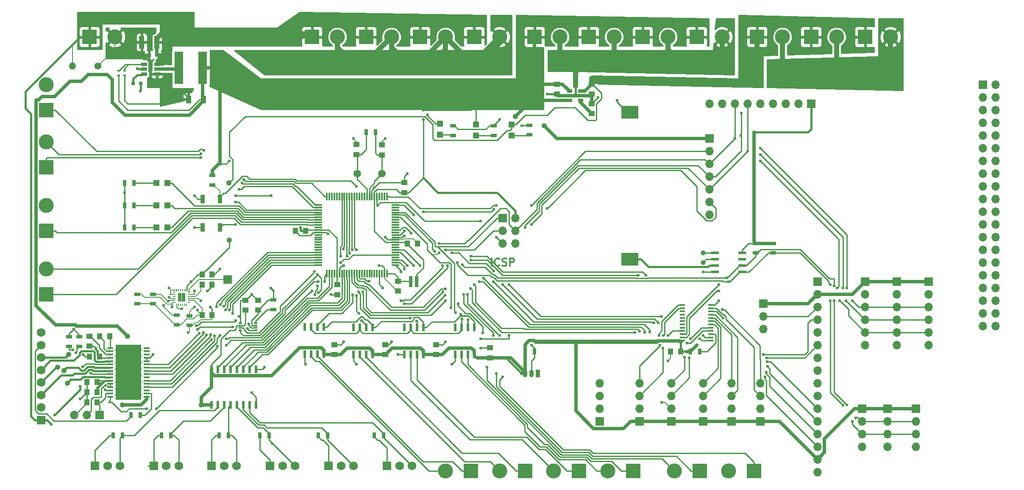
<source format=gbr>
G04 #@! TF.FileFunction,Copper,L1,Top,Signal*
%FSLAX46Y46*%
G04 Gerber Fmt 4.6, Leading zero omitted, Abs format (unit mm)*
G04 Created by KiCad (PCBNEW 4.0.7) date 05/05/18 08:32:39*
%MOMM*%
%LPD*%
G01*
G04 APERTURE LIST*
%ADD10C,0.100000*%
%ADD11C,0.300000*%
%ADD12R,1.700000X1.700000*%
%ADD13O,1.700000X1.700000*%
%ADD14R,0.700000X1.300000*%
%ADD15R,3.510000X2.540000*%
%ADD16R,1.000000X2.500000*%
%ADD17R,0.800000X0.750000*%
%ADD18R,1.000000X1.600000*%
%ADD19R,1.250000X1.000000*%
%ADD20R,1.000000X1.250000*%
%ADD21R,1.200000X1.200000*%
%ADD22R,1.750000X1.750000*%
%ADD23C,1.750000*%
%ADD24R,3.000000X3.000000*%
%ADD25C,3.000000*%
%ADD26R,1.780000X6.500000*%
%ADD27R,0.600000X0.400000*%
%ADD28R,1.300000X0.700000*%
%ADD29R,0.900000X1.700000*%
%ADD30R,1.220000X0.650000*%
%ADD31R,0.600000X1.500000*%
%ADD32R,0.600000X1.550000*%
%ADD33R,1.550000X0.600000*%
%ADD34O,0.900000X1.500000*%
%ADD35R,0.900000X1.500000*%
%ADD36R,1.100000X0.400000*%
%ADD37R,1.500000X0.300000*%
%ADD38R,0.300000X1.500000*%
%ADD39R,0.800000X2.200000*%
%ADD40R,0.800000X0.300000*%
%ADD41R,0.200000X0.550000*%
%ADD42R,0.550000X0.200000*%
%ADD43R,0.800000X0.875000*%
%ADD44C,1.500000*%
%ADD45C,1.000000*%
%ADD46R,1.200000X0.400000*%
%ADD47R,5.200000X11.000000*%
%ADD48C,1.330000*%
%ADD49R,4.110000X4.360000*%
%ADD50R,1.060000X0.650000*%
%ADD51C,1.400000*%
%ADD52O,1.400000X1.400000*%
%ADD53C,0.600000*%
%ADD54C,1.080000*%
%ADD55C,0.279400*%
%ADD56C,0.406400*%
%ADD57C,0.200000*%
%ADD58C,1.000000*%
%ADD59C,0.650000*%
%ADD60C,0.254000*%
G04 APERTURE END LIST*
D10*
D11*
X140660715Y-97833571D02*
X140660715Y-96333571D01*
X142232144Y-97690714D02*
X142160715Y-97762143D01*
X141946429Y-97833571D01*
X141803572Y-97833571D01*
X141589287Y-97762143D01*
X141446429Y-97619286D01*
X141375001Y-97476429D01*
X141303572Y-97190714D01*
X141303572Y-96976429D01*
X141375001Y-96690714D01*
X141446429Y-96547857D01*
X141589287Y-96405000D01*
X141803572Y-96333571D01*
X141946429Y-96333571D01*
X142160715Y-96405000D01*
X142232144Y-96476429D01*
X142803572Y-97762143D02*
X143017858Y-97833571D01*
X143375001Y-97833571D01*
X143517858Y-97762143D01*
X143589287Y-97690714D01*
X143660715Y-97547857D01*
X143660715Y-97405000D01*
X143589287Y-97262143D01*
X143517858Y-97190714D01*
X143375001Y-97119286D01*
X143089287Y-97047857D01*
X142946429Y-96976429D01*
X142875001Y-96905000D01*
X142803572Y-96762143D01*
X142803572Y-96619286D01*
X142875001Y-96476429D01*
X142946429Y-96405000D01*
X143089287Y-96333571D01*
X143446429Y-96333571D01*
X143660715Y-96405000D01*
X144303572Y-97833571D02*
X144303572Y-96333571D01*
X144875000Y-96333571D01*
X145017858Y-96405000D01*
X145089286Y-96476429D01*
X145160715Y-96619286D01*
X145160715Y-96833571D01*
X145089286Y-96976429D01*
X145017858Y-97047857D01*
X144875000Y-97119286D01*
X144303572Y-97119286D01*
D12*
X215265000Y-100965000D03*
D13*
X215265000Y-103505000D03*
X215265000Y-106045000D03*
X215265000Y-108585000D03*
X215265000Y-111125000D03*
X215265000Y-113665000D03*
D12*
X238760000Y-61595000D03*
D13*
X241300000Y-61595000D03*
X238760000Y-64135000D03*
X241300000Y-64135000D03*
X238760000Y-66675000D03*
X241300000Y-66675000D03*
X238760000Y-69215000D03*
X241300000Y-69215000D03*
X238760000Y-71755000D03*
X241300000Y-71755000D03*
X238760000Y-74295000D03*
X241300000Y-74295000D03*
X238760000Y-76835000D03*
X241300000Y-76835000D03*
X238760000Y-79375000D03*
X241300000Y-79375000D03*
X238760000Y-81915000D03*
X241300000Y-81915000D03*
X238760000Y-84455000D03*
X241300000Y-84455000D03*
X238760000Y-86995000D03*
X241300000Y-86995000D03*
X238760000Y-89535000D03*
X241300000Y-89535000D03*
X238760000Y-92075000D03*
X241300000Y-92075000D03*
X238760000Y-94615000D03*
X241300000Y-94615000D03*
X238760000Y-97155000D03*
X241300000Y-97155000D03*
X238760000Y-99695000D03*
X241300000Y-99695000D03*
X238760000Y-102235000D03*
X241300000Y-102235000D03*
X238760000Y-104775000D03*
X241300000Y-104775000D03*
X238760000Y-107315000D03*
X241300000Y-107315000D03*
X238760000Y-109855000D03*
X241300000Y-109855000D03*
D12*
X205740000Y-100965000D03*
D13*
X205740000Y-103505000D03*
X205740000Y-106045000D03*
X205740000Y-108585000D03*
X205740000Y-111125000D03*
X205740000Y-113665000D03*
X205740000Y-116205000D03*
X205740000Y-118745000D03*
X205740000Y-121285000D03*
X205740000Y-123825000D03*
X205740000Y-126365000D03*
X205740000Y-128905000D03*
X205740000Y-131445000D03*
X205740000Y-133985000D03*
X205740000Y-136525000D03*
X205740000Y-139065000D03*
D14*
X74681000Y-131699000D03*
X76581000Y-131699000D03*
D15*
X168275000Y-96520000D03*
X168275000Y-67160000D03*
D16*
X73754474Y-53129126D03*
X70754474Y-53129126D03*
D17*
X72254474Y-55669126D03*
X73754474Y-55669126D03*
X69079474Y-61384126D03*
X70579474Y-61384126D03*
D18*
X83104474Y-64559126D03*
X80104474Y-64559126D03*
D19*
X118745000Y-75660000D03*
X118745000Y-73660000D03*
X113665000Y-75565000D03*
X113665000Y-73565000D03*
X121920000Y-100870000D03*
X121920000Y-102870000D03*
X123190000Y-83185000D03*
X123190000Y-81185000D03*
D20*
X103505000Y-90805000D03*
X101505000Y-90805000D03*
D19*
X109855000Y-101600000D03*
X109855000Y-103600000D03*
D20*
X123825000Y-93345000D03*
X125825000Y-93345000D03*
D19*
X91440000Y-104680000D03*
X91440000Y-106680000D03*
X93980000Y-106680000D03*
X93980000Y-104680000D03*
X109220000Y-115570000D03*
X109220000Y-113570000D03*
X119380000Y-115570000D03*
X119380000Y-113570000D03*
D20*
X82804000Y-107696000D03*
X84804000Y-107696000D03*
D19*
X129540000Y-115570000D03*
X129540000Y-113570000D03*
X140335000Y-116205000D03*
X140335000Y-114205000D03*
D20*
X82804000Y-99568000D03*
X84804000Y-99568000D03*
X82804000Y-101600000D03*
X84804000Y-101600000D03*
X61849000Y-125095000D03*
X59849000Y-125095000D03*
D19*
X60325000Y-113887000D03*
X60325000Y-111887000D03*
D20*
X61849000Y-123063000D03*
X59849000Y-123063000D03*
X64389000Y-111887000D03*
X62389000Y-111887000D03*
X62357000Y-115951000D03*
X60357000Y-115951000D03*
X61849000Y-121031000D03*
X59849000Y-121031000D03*
X176435000Y-114935000D03*
X178435000Y-114935000D03*
D21*
X130345000Y-69385000D03*
X130345000Y-71585000D03*
X137541000Y-69555000D03*
X137541000Y-71755000D03*
X144653000Y-69555000D03*
X144653000Y-71755000D03*
X75860000Y-81280000D03*
X73660000Y-81280000D03*
X75860000Y-85725000D03*
X73660000Y-85725000D03*
X75860000Y-90170000D03*
X73660000Y-90170000D03*
D12*
X162278552Y-128962892D03*
D13*
X162278552Y-126422892D03*
X162278552Y-123882892D03*
X162278552Y-121342892D03*
D22*
X61421000Y-137795000D03*
D23*
X63921000Y-137795000D03*
X66421000Y-137795000D03*
D22*
X73152000Y-137795000D03*
D23*
X75652000Y-137795000D03*
X78152000Y-137795000D03*
D22*
X84709000Y-137795000D03*
D23*
X87209000Y-137795000D03*
X89709000Y-137795000D03*
D22*
X96393000Y-137795000D03*
D23*
X98893000Y-137795000D03*
X101393000Y-137795000D03*
D22*
X108077000Y-137795000D03*
D23*
X110577000Y-137795000D03*
X113077000Y-137795000D03*
D22*
X119761000Y-137795000D03*
D23*
X122261000Y-137795000D03*
X124761000Y-137795000D03*
D12*
X214630000Y-126365000D03*
D13*
X214630000Y-128905000D03*
X214630000Y-131445000D03*
X214630000Y-133985000D03*
D12*
X219710000Y-126365000D03*
D13*
X219710000Y-128905000D03*
X219710000Y-131445000D03*
X219710000Y-133985000D03*
D12*
X225425000Y-126365000D03*
D13*
X225425000Y-128905000D03*
X225425000Y-131445000D03*
X225425000Y-133985000D03*
D24*
X60325000Y-52070000D03*
D25*
X65405000Y-52070000D03*
D12*
X142875000Y-88265000D03*
D13*
X145415000Y-88265000D03*
X142875000Y-90805000D03*
X145415000Y-90805000D03*
X142875000Y-93345000D03*
X145415000Y-93345000D03*
D24*
X104775000Y-52070000D03*
D25*
X109855000Y-52070000D03*
D24*
X182245000Y-138811000D03*
D25*
X177165000Y-138811000D03*
D24*
X51689000Y-103505000D03*
D25*
X51689000Y-98425000D03*
D24*
X115570000Y-52070000D03*
D25*
X120650000Y-52070000D03*
D24*
X193040000Y-138811000D03*
D25*
X187960000Y-138811000D03*
D24*
X51689000Y-90805000D03*
D25*
X51689000Y-85725000D03*
D24*
X126365000Y-52070000D03*
D25*
X131445000Y-52070000D03*
D24*
X137160000Y-52070000D03*
D25*
X142240000Y-52070000D03*
D24*
X51689000Y-78105000D03*
D25*
X51689000Y-73025000D03*
D24*
X149225000Y-52070000D03*
D25*
X154305000Y-52070000D03*
D24*
X51689000Y-66675000D03*
D25*
X51689000Y-61595000D03*
D24*
X160020000Y-52070000D03*
D25*
X165100000Y-52070000D03*
D24*
X170815000Y-52070000D03*
D25*
X175895000Y-52070000D03*
D24*
X181610000Y-52070000D03*
D25*
X186690000Y-52070000D03*
D24*
X193675000Y-52070000D03*
D25*
X198755000Y-52070000D03*
D24*
X204470000Y-52070000D03*
D25*
X209550000Y-52070000D03*
D24*
X215265000Y-52070000D03*
D25*
X220345000Y-52070000D03*
D12*
X87884000Y-100584000D03*
X184150000Y-72390000D03*
D13*
X184150000Y-74930000D03*
X184150000Y-77470000D03*
X184150000Y-80010000D03*
X184150000Y-82550000D03*
X184150000Y-85090000D03*
X184150000Y-87630000D03*
D22*
X50673000Y-128651000D03*
D23*
X50673000Y-126151000D03*
X50673000Y-123651000D03*
X50673000Y-121151000D03*
X50673000Y-118651000D03*
X50673000Y-116151000D03*
X50673000Y-113651000D03*
X50673000Y-111151000D03*
D26*
X78199474Y-58209126D03*
X82919474Y-58209126D03*
D12*
X204470000Y-65405000D03*
D13*
X201930000Y-65405000D03*
X199390000Y-65405000D03*
X196850000Y-65405000D03*
X194310000Y-65405000D03*
X191770000Y-65405000D03*
X189230000Y-65405000D03*
X186690000Y-65405000D03*
X184150000Y-65405000D03*
D12*
X176530000Y-128905000D03*
D13*
X176530000Y-126365000D03*
X176530000Y-123825000D03*
X176530000Y-121285000D03*
D12*
X182880000Y-128905000D03*
D13*
X182880000Y-126365000D03*
X182880000Y-123825000D03*
X182880000Y-121285000D03*
D12*
X188595000Y-128905000D03*
D13*
X188595000Y-126365000D03*
X188595000Y-123825000D03*
X188595000Y-121285000D03*
D12*
X194310000Y-128905000D03*
D13*
X194310000Y-126365000D03*
X194310000Y-123825000D03*
X194310000Y-121285000D03*
D12*
X170180000Y-128905000D03*
D13*
X170180000Y-126365000D03*
X170180000Y-123825000D03*
X170180000Y-121285000D03*
D27*
X66134474Y-59744126D03*
X66134474Y-58844126D03*
X67310000Y-58844126D03*
X67310000Y-59744126D03*
D28*
X132969000Y-69855000D03*
X132969000Y-71755000D03*
X141097000Y-69855000D03*
X141097000Y-71755000D03*
X148209000Y-69723000D03*
X148209000Y-71623000D03*
D14*
X115570000Y-71120000D03*
X117470000Y-71120000D03*
X67310000Y-81280000D03*
X69210000Y-81280000D03*
X67315000Y-85725000D03*
X69215000Y-85725000D03*
X67310000Y-90170000D03*
X69210000Y-90170000D03*
X65029000Y-131699000D03*
X66929000Y-131699000D03*
X86233000Y-131699000D03*
X88133000Y-131699000D03*
X94361000Y-131699000D03*
X96261000Y-131699000D03*
X117221000Y-131699000D03*
X119121000Y-131699000D03*
X106045000Y-131699000D03*
X107945000Y-131699000D03*
D28*
X196850000Y-93345000D03*
X196850000Y-95245000D03*
X193450654Y-93349362D03*
X193450654Y-95249362D03*
X97028000Y-104648000D03*
X97028000Y-106548000D03*
X73025000Y-105405000D03*
X73025000Y-103505000D03*
X69850000Y-105405000D03*
X69850000Y-103505000D03*
X80264000Y-107828000D03*
X80264000Y-109728000D03*
X77724000Y-109596000D03*
X77724000Y-107696000D03*
D14*
X147320000Y-114935000D03*
X149220000Y-114935000D03*
D28*
X56261000Y-112019000D03*
X56261000Y-113919000D03*
X58293000Y-112019000D03*
X58293000Y-113919000D03*
D14*
X68585000Y-127635000D03*
X70485000Y-127635000D03*
X180340000Y-114935000D03*
X182240000Y-114935000D03*
D12*
X62357000Y-127635000D03*
D13*
X59817000Y-127635000D03*
X57277000Y-127635000D03*
D12*
X194945000Y-105410000D03*
D13*
X194945000Y-107950000D03*
X194945000Y-110490000D03*
D12*
X221615000Y-100965000D03*
D13*
X221615000Y-103505000D03*
X221615000Y-106045000D03*
X221615000Y-108585000D03*
X221615000Y-111125000D03*
X221615000Y-113665000D03*
D12*
X227965000Y-100965000D03*
D13*
X227965000Y-103505000D03*
X227965000Y-106045000D03*
X227965000Y-108585000D03*
X227965000Y-111125000D03*
X227965000Y-113665000D03*
D29*
X86360000Y-84455000D03*
X82960000Y-84455000D03*
D24*
X136525000Y-138811000D03*
D25*
X131445000Y-138811000D03*
D24*
X147320000Y-138811000D03*
D25*
X142240000Y-138811000D03*
D24*
X158115000Y-138811000D03*
D25*
X153035000Y-138811000D03*
D24*
X168910000Y-138811000D03*
D25*
X163830000Y-138811000D03*
D30*
X73834474Y-59474126D03*
X73834474Y-58524126D03*
X73834474Y-57574126D03*
X71214474Y-57574126D03*
X71214474Y-58524126D03*
X71214474Y-59474126D03*
D31*
X84709000Y-125603000D03*
X85979000Y-125603000D03*
X87249000Y-125603000D03*
X88519000Y-125603000D03*
X89789000Y-125603000D03*
X91059000Y-125603000D03*
X92329000Y-125603000D03*
X93599000Y-125603000D03*
X93599000Y-118503000D03*
X92329000Y-118503000D03*
X91059000Y-118503000D03*
X89789000Y-118503000D03*
X88519000Y-118503000D03*
X87249000Y-118503000D03*
X85979000Y-118503000D03*
X84709000Y-118503000D03*
D32*
X113030000Y-115570000D03*
X114300000Y-115570000D03*
X115570000Y-115570000D03*
X116840000Y-115570000D03*
X116840000Y-110170000D03*
X115570000Y-110170000D03*
X114300000Y-110170000D03*
X113030000Y-110170000D03*
X123190000Y-115570000D03*
X124460000Y-115570000D03*
X125730000Y-115570000D03*
X127000000Y-115570000D03*
X127000000Y-110170000D03*
X125730000Y-110170000D03*
X124460000Y-110170000D03*
X123190000Y-110170000D03*
D33*
X185277124Y-95250000D03*
X185277124Y-96520000D03*
X185277124Y-97790000D03*
X185277124Y-99060000D03*
X190677124Y-99060000D03*
X190677124Y-97790000D03*
X190677124Y-96520000D03*
X190677124Y-95250000D03*
D32*
X133350000Y-115570000D03*
X134620000Y-115570000D03*
X135890000Y-115570000D03*
X137160000Y-115570000D03*
X137160000Y-110170000D03*
X135890000Y-110170000D03*
X134620000Y-110170000D03*
X133350000Y-110170000D03*
X103345000Y-115476000D03*
X104615000Y-115476000D03*
X105885000Y-115476000D03*
X107155000Y-115476000D03*
X107155000Y-110076000D03*
X105885000Y-110076000D03*
X104615000Y-110076000D03*
X103345000Y-110076000D03*
D34*
X148590000Y-119380000D03*
X147320000Y-119380000D03*
D35*
X149860000Y-119380000D03*
D36*
X184460000Y-112795000D03*
X184460000Y-112145000D03*
X184460000Y-111495000D03*
X184460000Y-110845000D03*
X184460000Y-110195000D03*
X184460000Y-109545000D03*
X184460000Y-108895000D03*
X184460000Y-108245000D03*
X184460000Y-107595000D03*
X184460000Y-106945000D03*
X184460000Y-106295000D03*
X184460000Y-105645000D03*
X178760000Y-105645000D03*
X178760000Y-106295000D03*
X178760000Y-106945000D03*
X178760000Y-107595000D03*
X178760000Y-108245000D03*
X178760000Y-108895000D03*
X178760000Y-109545000D03*
X178760000Y-110195000D03*
X178760000Y-110845000D03*
X178760000Y-111495000D03*
X178760000Y-112145000D03*
X178760000Y-112795000D03*
D37*
X121445000Y-97647000D03*
X121445000Y-97147000D03*
X121445000Y-96647000D03*
X121445000Y-96147000D03*
X121445000Y-95647000D03*
X121445000Y-95147000D03*
X121445000Y-94647000D03*
X121445000Y-94147000D03*
X121445000Y-93647000D03*
X121445000Y-93147000D03*
X121445000Y-92647000D03*
X121445000Y-92147000D03*
X121445000Y-91647000D03*
X121445000Y-91147000D03*
X121445000Y-90647000D03*
X121445000Y-90147000D03*
X121445000Y-89647000D03*
X121445000Y-89147000D03*
X121445000Y-88647000D03*
X121445000Y-88147000D03*
X121445000Y-87647000D03*
X121445000Y-87147000D03*
X121445000Y-86647000D03*
X121445000Y-86147000D03*
X121445000Y-85647000D03*
D38*
X119745000Y-83947000D03*
X119245000Y-83947000D03*
X118745000Y-83947000D03*
X118245000Y-83947000D03*
X117745000Y-83947000D03*
X117245000Y-83947000D03*
X116745000Y-83947000D03*
X116245000Y-83947000D03*
X115745000Y-83947000D03*
X115245000Y-83947000D03*
X114745000Y-83947000D03*
X114245000Y-83947000D03*
X113745000Y-83947000D03*
X113245000Y-83947000D03*
X112745000Y-83947000D03*
X112245000Y-83947000D03*
X111745000Y-83947000D03*
X111245000Y-83947000D03*
X110745000Y-83947000D03*
X110245000Y-83947000D03*
X109745000Y-83947000D03*
X109245000Y-83947000D03*
X108745000Y-83947000D03*
X108245000Y-83947000D03*
X107745000Y-83947000D03*
D37*
X106045000Y-85647000D03*
X106045000Y-86147000D03*
X106045000Y-86647000D03*
X106045000Y-87147000D03*
X106045000Y-87647000D03*
X106045000Y-88147000D03*
X106045000Y-88647000D03*
X106045000Y-89147000D03*
X106045000Y-89647000D03*
X106045000Y-90147000D03*
X106045000Y-90647000D03*
X106045000Y-91147000D03*
X106045000Y-91647000D03*
X106045000Y-92147000D03*
X106045000Y-92647000D03*
X106045000Y-93147000D03*
X106045000Y-93647000D03*
X106045000Y-94147000D03*
X106045000Y-94647000D03*
X106045000Y-95147000D03*
X106045000Y-95647000D03*
X106045000Y-96147000D03*
X106045000Y-96647000D03*
X106045000Y-97147000D03*
X106045000Y-97647000D03*
D38*
X107745000Y-99347000D03*
X108245000Y-99347000D03*
X108745000Y-99347000D03*
X109245000Y-99347000D03*
X109745000Y-99347000D03*
X110245000Y-99347000D03*
X110745000Y-99347000D03*
X111245000Y-99347000D03*
X111745000Y-99347000D03*
X112245000Y-99347000D03*
X112745000Y-99347000D03*
X113245000Y-99347000D03*
X113745000Y-99347000D03*
X114245000Y-99347000D03*
X114745000Y-99347000D03*
X115245000Y-99347000D03*
X115745000Y-99347000D03*
X116245000Y-99347000D03*
X116745000Y-99347000D03*
X117245000Y-99347000D03*
X117745000Y-99347000D03*
X118245000Y-99347000D03*
X118745000Y-99347000D03*
X119245000Y-99347000D03*
X119745000Y-99347000D03*
D39*
X125660000Y-100965000D03*
X124460000Y-100965000D03*
D40*
X90424000Y-109252000D03*
X90424000Y-109752000D03*
X90424000Y-110252000D03*
X90424000Y-110752000D03*
X93524000Y-110752000D03*
X93524000Y-110252000D03*
X93524000Y-109752000D03*
X93524000Y-109252000D03*
D41*
X77740000Y-105640000D03*
X78140000Y-105640000D03*
X78540000Y-105640000D03*
X78940000Y-105640000D03*
X79340000Y-105640000D03*
X79740000Y-105640000D03*
D42*
X80240000Y-105140000D03*
X80240000Y-104740000D03*
X80240000Y-104340000D03*
X80240000Y-103940000D03*
X80240000Y-103540000D03*
X80240000Y-103140000D03*
D41*
X79740000Y-102640000D03*
X79340000Y-102640000D03*
X78940000Y-102640000D03*
X78540000Y-102640000D03*
X78140000Y-102640000D03*
X77740000Y-102640000D03*
D42*
X77240000Y-103140000D03*
X77240000Y-103540000D03*
X77240000Y-103940000D03*
X77240000Y-104340000D03*
X77240000Y-104740000D03*
X77240000Y-105140000D03*
D43*
X79140000Y-103705000D03*
X78340000Y-103705000D03*
X79140000Y-104575000D03*
X78340000Y-104575000D03*
D44*
X113865000Y-79375000D03*
X118745000Y-79375000D03*
D45*
X182880000Y-95255000D03*
X182880000Y-97155000D03*
D46*
X64437000Y-114266000D03*
X64437000Y-114916000D03*
X64437000Y-115566000D03*
X64437000Y-116216000D03*
X64437000Y-116866000D03*
X64437000Y-117516000D03*
X64437000Y-118166000D03*
X64437000Y-118816000D03*
X64437000Y-119466000D03*
X64437000Y-120116000D03*
X64437000Y-120766000D03*
X64437000Y-121416000D03*
X64437000Y-122066000D03*
X64437000Y-122716000D03*
X64437000Y-123366000D03*
X64437000Y-124016000D03*
X71737000Y-124016000D03*
X71737000Y-123366000D03*
X71737000Y-122716000D03*
X71737000Y-122066000D03*
X71737000Y-121416000D03*
X71737000Y-120766000D03*
X71737000Y-120116000D03*
X71737000Y-119466000D03*
X71737000Y-118816000D03*
X71737000Y-118166000D03*
X71737000Y-117516000D03*
X71737000Y-116866000D03*
X71737000Y-116216000D03*
X71737000Y-115566000D03*
X71737000Y-114916000D03*
X71737000Y-114266000D03*
D47*
X68087000Y-119141000D03*
D48*
X66137000Y-114591000D03*
X66137000Y-115891000D03*
X66137000Y-117191000D03*
X66137000Y-118491000D03*
X66137000Y-119791000D03*
X66137000Y-121091000D03*
X66137000Y-122391000D03*
X66137000Y-123691000D03*
X67437000Y-114591000D03*
X67437000Y-115891000D03*
X67437000Y-117191000D03*
X67437000Y-118491000D03*
X67437000Y-119791000D03*
X67437000Y-121091000D03*
X67437000Y-122391000D03*
X67437000Y-123691000D03*
X68737000Y-114591000D03*
X68737000Y-115891000D03*
X68737000Y-117191000D03*
X68737000Y-118491000D03*
X68737000Y-119791000D03*
X68737000Y-121091000D03*
X68737000Y-122391000D03*
X68737000Y-123691000D03*
X70037000Y-114591000D03*
X70037000Y-115891000D03*
X70037000Y-117191000D03*
X70037000Y-118491000D03*
X70037000Y-119791000D03*
X70037000Y-121091000D03*
X70037000Y-122391000D03*
X70037000Y-123691000D03*
D49*
X68087000Y-119141000D03*
D29*
X86360000Y-90170000D03*
X82960000Y-90170000D03*
D19*
X153670000Y-61500000D03*
X153670000Y-63500000D03*
X160655000Y-61500000D03*
X160655000Y-63500000D03*
X160655000Y-67405000D03*
X160655000Y-65405000D03*
D50*
X156210000Y-62865000D03*
X156210000Y-63815000D03*
X156210000Y-64765000D03*
X158410000Y-64765000D03*
X158410000Y-62865000D03*
D28*
X84836000Y-81656000D03*
X84836000Y-79756000D03*
D51*
X61976000Y-57912000D03*
D52*
X56896000Y-57912000D03*
D53*
X175895000Y-116840000D03*
X174625000Y-125095000D03*
X80010000Y-111125000D03*
X113030000Y-72390000D03*
X119380000Y-72390000D03*
X81280000Y-102870000D03*
X76200000Y-102235000D03*
X86360000Y-98425000D03*
X83820000Y-102870000D03*
X84455000Y-106045000D03*
X182880000Y-99060000D03*
X161925000Y-64135000D03*
X165735000Y-64770000D03*
X142240000Y-68580000D03*
X146685000Y-69850000D03*
X138430000Y-114300000D03*
X132715000Y-117475000D03*
X131445000Y-113030000D03*
X121920000Y-115570000D03*
X120650000Y-113030000D03*
X113665000Y-117475000D03*
X103505000Y-117475000D03*
X111125000Y-113030000D03*
X186055000Y-104775000D03*
X123825000Y-79375000D03*
X117181948Y-82234499D03*
X119380000Y-92075000D03*
X118110000Y-97790000D03*
X92710000Y-123190000D03*
X95250000Y-118110000D03*
X108585000Y-103505000D03*
X111125000Y-97790000D03*
X73025000Y-115570000D03*
X58420000Y-124460000D03*
X63457450Y-122591489D03*
X59055000Y-115570000D03*
X57150000Y-110490000D03*
X90170000Y-107950000D03*
X92710000Y-103505000D03*
X75565000Y-64770000D03*
X78740000Y-64559126D03*
X78105000Y-63500000D03*
X78740000Y-62865000D03*
X67310000Y-83185000D03*
X81280000Y-90170000D03*
X81280000Y-83820000D03*
X107950000Y-91440000D03*
D54*
X154940000Y-55880000D03*
X165100000Y-56515000D03*
X178435000Y-57150000D03*
X186055000Y-57150000D03*
X219710000Y-57785000D03*
X209550000Y-58420000D03*
X198755000Y-59055000D03*
D53*
X151765000Y-63500000D03*
D54*
X107950000Y-57150000D03*
X120015000Y-57150000D03*
X128905000Y-57150000D03*
X138430000Y-57150000D03*
D53*
X102504728Y-90163176D03*
X96645000Y-83820000D03*
X88265000Y-76839710D03*
X181610000Y-113665000D03*
D54*
X151130000Y-69850000D03*
X145415000Y-67945000D03*
D53*
X193040000Y-71120000D03*
X127000000Y-66675000D03*
X127000000Y-68580000D03*
X89535000Y-83820000D03*
D54*
X82677000Y-125603000D03*
X66929000Y-125603000D03*
X67945000Y-111887000D03*
D53*
X96520000Y-102235000D03*
D54*
X88175879Y-81280000D03*
D53*
X78784596Y-106411921D03*
X80645000Y-100965000D03*
D54*
X88265000Y-92710000D03*
D53*
X75565000Y-58420000D03*
X70485000Y-62865000D03*
X81915000Y-106680000D03*
X61610400Y-114300000D03*
X62865000Y-121285000D03*
X58420000Y-121920000D03*
X53340000Y-127635000D03*
X52705000Y-129540000D03*
X127923985Y-67652538D03*
X128905000Y-51943000D03*
X76200000Y-57150000D03*
X69850000Y-58420000D03*
X134802656Y-97607344D03*
X131905243Y-97785290D03*
X123190000Y-105405290D03*
X111053828Y-94461559D03*
X105372859Y-103643235D03*
X105307150Y-98985686D03*
X105836571Y-101861556D03*
X209050738Y-101814437D03*
X209080013Y-104775000D03*
X211608015Y-125591974D03*
X213364710Y-128270000D03*
X187622293Y-100244461D03*
X186055000Y-101600000D03*
X133847801Y-97159710D03*
X130810000Y-97785290D03*
X122555000Y-104775000D03*
X106050651Y-103186673D03*
X105912511Y-99557801D03*
X208280000Y-101600000D03*
X208280000Y-104775000D03*
X210820000Y-125730000D03*
X212725000Y-128905000D03*
X187960000Y-100969701D03*
X186055000Y-102870000D03*
X110490000Y-95885000D03*
X138430000Y-88900000D03*
X141605000Y-92075000D03*
X117884710Y-85725000D03*
X113665000Y-81915000D03*
X129301266Y-94945279D03*
X189230000Y-72390000D03*
X194310000Y-75565000D03*
X210820000Y-102235000D03*
X211455000Y-104775000D03*
X130175000Y-93345000D03*
X130175000Y-95245290D03*
X134458838Y-107476162D03*
X132539836Y-106235149D03*
X190495307Y-71750290D03*
X211620013Y-102235000D03*
X194310000Y-74295000D03*
X212725000Y-104775000D03*
X147320000Y-90174710D03*
X190500000Y-67310000D03*
X131445000Y-94615000D03*
X133482488Y-107177800D03*
X134752489Y-108447801D03*
X209707676Y-102271001D03*
X191770000Y-74930000D03*
X194310000Y-76835000D03*
X210185000Y-104775000D03*
X148590000Y-89535000D03*
D54*
X53975000Y-118110000D03*
X55880000Y-121285000D03*
X56136391Y-115573683D03*
X55245000Y-118745000D03*
D53*
X180134010Y-116200290D03*
X180340000Y-112395000D03*
X179203666Y-116068979D03*
X179700290Y-113307528D03*
X186758911Y-106611089D03*
X186868702Y-108303555D03*
X174955026Y-111764710D03*
X174862516Y-114267828D03*
X174155013Y-111764710D03*
X174296822Y-113702134D03*
X81672161Y-109820010D03*
X76057032Y-104894696D03*
X89539710Y-108766033D03*
X92144593Y-109469532D03*
X81887360Y-110590535D03*
X88957067Y-110067620D03*
X91900954Y-110373098D03*
X76835000Y-106045000D03*
X81298272Y-106026728D03*
X82550000Y-104775000D03*
X76250741Y-104118489D03*
X75124214Y-105698423D03*
X57053479Y-114642575D03*
X60584210Y-119299589D03*
X57650974Y-115174571D03*
X58979609Y-118011368D03*
X195563066Y-119117600D03*
X170249203Y-110871879D03*
X122555000Y-99060000D03*
X137160000Y-101600000D03*
X138228907Y-100969710D03*
X171212886Y-111157573D03*
X195762656Y-117927344D03*
X123190000Y-98425000D03*
X172235879Y-111090106D03*
X195726962Y-117005715D03*
X123825000Y-97790000D03*
X139065000Y-100330000D03*
X84679166Y-112567934D03*
X106035589Y-100965000D03*
X110490000Y-97155000D03*
X87630000Y-112395000D03*
X173073502Y-109224710D03*
X195584693Y-116209744D03*
X140970000Y-100965000D03*
X125095000Y-97790000D03*
X173985290Y-109220000D03*
X194945000Y-115570000D03*
X142875000Y-101600000D03*
X126365000Y-97790000D03*
X123261527Y-91819989D03*
X169999782Y-99699710D03*
X136525000Y-96685013D03*
X182245000Y-112395000D03*
X182880000Y-111760000D03*
X171450000Y-99695000D03*
X136525000Y-95885000D03*
X123190000Y-90805000D03*
X141131162Y-98898838D03*
X124594844Y-91305156D03*
X132715000Y-95245290D03*
X144145000Y-101600000D03*
X174625000Y-107950000D03*
X175895000Y-111760000D03*
X151765000Y-86364710D03*
X141054781Y-86544907D03*
X127000000Y-86999710D03*
X125095000Y-87630000D03*
X148590000Y-85725000D03*
X141605000Y-85725000D03*
X114912776Y-103011623D03*
X113665000Y-94615000D03*
X131445000Y-104775000D03*
X135890000Y-108585000D03*
X114112868Y-102998749D03*
X125679219Y-108827458D03*
X124447294Y-108278532D03*
X112812650Y-94667337D03*
X113675845Y-103770633D03*
X114693142Y-108784786D03*
X114129308Y-107329359D03*
X112346436Y-95317464D03*
X112897644Y-103585099D03*
X111760000Y-95885000D03*
X91170748Y-80584102D03*
X83185000Y-74764987D03*
X82550000Y-75399987D03*
X90809710Y-81298014D03*
X82550000Y-76200000D03*
X90170000Y-82550000D03*
X89535000Y-89535000D03*
X89535000Y-85090000D03*
X82244644Y-111306334D03*
X85736664Y-105965056D03*
X83110541Y-111159855D03*
X86472137Y-105561654D03*
X83731972Y-111663683D03*
X87200098Y-105893454D03*
X84529171Y-111596650D03*
X87460277Y-106680000D03*
X85306255Y-111786807D03*
X88260290Y-106680000D03*
X88900000Y-107315000D03*
X86360000Y-111760000D03*
X85918268Y-113858268D03*
X104771313Y-102869945D03*
X107315000Y-100965000D03*
X87630000Y-113665000D03*
X73660000Y-126365000D03*
X71755000Y-126365000D03*
X131356618Y-103725024D03*
X138930156Y-111259844D03*
X133985000Y-105410000D03*
X139700000Y-118110000D03*
X140970000Y-111755290D03*
X130930957Y-103047653D03*
X135085277Y-103505000D03*
X141600290Y-119380000D03*
X142240000Y-111755290D03*
X131445000Y-102407943D03*
X135885290Y-103505000D03*
X142875000Y-120015000D03*
X116226964Y-100943036D03*
X138430000Y-112395000D03*
X144145000Y-111760000D03*
X148590000Y-113665000D03*
X118919757Y-102230290D03*
X169292052Y-111142354D03*
X195268665Y-120075026D03*
X136479477Y-102318131D03*
D55*
X96769000Y-133223000D02*
X96769000Y-133523000D01*
D56*
X168275000Y-96520000D02*
X170436400Y-96520000D01*
X170436400Y-96520000D02*
X171974601Y-98058201D01*
X171974601Y-98058201D02*
X183827523Y-98058201D01*
X183827523Y-98058201D02*
X184095724Y-97790000D01*
X184095724Y-97790000D02*
X185277124Y-97790000D01*
D57*
X61976000Y-57912000D02*
X65405000Y-54483000D01*
X65405000Y-54483000D02*
X65405000Y-52070000D01*
X176435000Y-114935000D02*
X176435000Y-116300000D01*
X176435000Y-116300000D02*
X175895000Y-116840000D01*
X176530000Y-126365000D02*
X175260000Y-125095000D01*
X175260000Y-125095000D02*
X174625000Y-125095000D01*
X80264000Y-109728000D02*
X80264000Y-110871000D01*
X80264000Y-110871000D02*
X80010000Y-111125000D01*
X80876169Y-109728000D02*
X80264000Y-109728000D01*
X81384160Y-109220009D02*
X80876169Y-109728000D01*
X81914991Y-109220009D02*
X81384160Y-109220009D01*
X82513999Y-108621001D02*
X81914991Y-109220009D01*
X84703999Y-108621001D02*
X82513999Y-108621001D01*
X84804000Y-108521000D02*
X84703999Y-108621001D01*
X84804000Y-107696000D02*
X84804000Y-108521000D01*
X113665000Y-73565000D02*
X113665000Y-73025000D01*
X113665000Y-73025000D02*
X113030000Y-72390000D01*
X118745000Y-73660000D02*
X118745000Y-73025000D01*
X118745000Y-73025000D02*
X119380000Y-72390000D01*
X123084999Y-92419999D02*
X122857998Y-92647000D01*
X125024999Y-92419999D02*
X123084999Y-92419999D01*
X125825000Y-93220000D02*
X125024999Y-92419999D01*
X125825000Y-93345000D02*
X125825000Y-93220000D01*
X122857998Y-92647000D02*
X122395000Y-92647000D01*
X122395000Y-92647000D02*
X121445000Y-92647000D01*
X119245000Y-99347000D02*
X119245000Y-100297000D01*
X119245000Y-100297000D02*
X121818000Y-102870000D01*
X121818000Y-102870000D02*
X121920000Y-102870000D01*
X81280000Y-103505000D02*
X81280000Y-102870000D01*
X80240000Y-103540000D02*
X81245000Y-103540000D01*
X81245000Y-103540000D02*
X81280000Y-103505000D01*
X77240000Y-103540000D02*
X76410000Y-103540000D01*
X76410000Y-103540000D02*
X76375000Y-103505000D01*
X76605000Y-103275000D02*
X76375000Y-103505000D01*
X76605000Y-102640000D02*
X76605000Y-103275000D01*
X76605000Y-102640000D02*
X76200000Y-102235000D01*
X77740000Y-102640000D02*
X76605000Y-102640000D01*
D55*
X84804000Y-99568000D02*
X85217000Y-99568000D01*
X85217000Y-99568000D02*
X86360000Y-98425000D01*
X84804000Y-101600000D02*
X84804000Y-101886000D01*
X84804000Y-101886000D02*
X83820000Y-102870000D01*
X84804000Y-107696000D02*
X84804000Y-106394000D01*
X84804000Y-106394000D02*
X84455000Y-106045000D01*
X185277124Y-99060000D02*
X182880000Y-99060000D01*
X160655000Y-65405000D02*
X161925000Y-64135000D01*
X168275000Y-67160000D02*
X167790000Y-67160000D01*
X167790000Y-67160000D02*
X165735000Y-65105000D01*
X165735000Y-65105000D02*
X165735000Y-64770000D01*
X132969000Y-69855000D02*
X133269000Y-69855000D01*
X133269000Y-69855000D02*
X133908701Y-70494701D01*
X133908701Y-70494701D02*
X139527899Y-70494701D01*
X139527899Y-70494701D02*
X140167600Y-69855000D01*
X140167600Y-69855000D02*
X141097000Y-69855000D01*
X141097000Y-69855000D02*
X141097000Y-69723000D01*
X141097000Y-69723000D02*
X142240000Y-68580000D01*
X148209000Y-69723000D02*
X146812000Y-69723000D01*
X146812000Y-69723000D02*
X146685000Y-69850000D01*
X140335000Y-114205000D02*
X138525000Y-114205000D01*
X138525000Y-114205000D02*
X138430000Y-114300000D01*
X133350000Y-115570000D02*
X133350000Y-116840000D01*
X133350000Y-116840000D02*
X132715000Y-117475000D01*
X129540000Y-113570000D02*
X130905000Y-113570000D01*
X130905000Y-113570000D02*
X131445000Y-113030000D01*
X123190000Y-115570000D02*
X121920000Y-115570000D01*
X119380000Y-113570000D02*
X120110000Y-113570000D01*
X120110000Y-113570000D02*
X120650000Y-113030000D01*
X113030000Y-115570000D02*
X113030000Y-116840000D01*
X113030000Y-116840000D02*
X113665000Y-117475000D01*
X103345000Y-115476000D02*
X103345000Y-117315000D01*
X103345000Y-117315000D02*
X103505000Y-117475000D01*
X109220000Y-113570000D02*
X110585000Y-113570000D01*
X110585000Y-113570000D02*
X111125000Y-113030000D01*
X184460000Y-105645000D02*
X185185000Y-105645000D01*
X185185000Y-105645000D02*
X186055000Y-104775000D01*
X123190000Y-81185000D02*
X123190000Y-80010000D01*
X123190000Y-80010000D02*
X123825000Y-79375000D01*
X123190000Y-81185000D02*
X118231447Y-81185000D01*
X118231447Y-81185000D02*
X117181948Y-82234499D01*
X116881949Y-82534498D02*
X117181948Y-82234499D01*
X116745000Y-82671447D02*
X116881949Y-82534498D01*
X116745000Y-83947000D02*
X116745000Y-82671447D01*
X121445000Y-92647000D02*
X119952000Y-92647000D01*
X119952000Y-92647000D02*
X119380000Y-92075000D01*
X119245000Y-99347000D02*
X119245000Y-98317600D01*
X119245000Y-98317600D02*
X118717400Y-97790000D01*
X118717400Y-97790000D02*
X118110000Y-97790000D01*
X93599000Y-125603000D02*
X93599000Y-124079000D01*
X93599000Y-124079000D02*
X92710000Y-123190000D01*
X93599000Y-118503000D02*
X94857000Y-118503000D01*
X94857000Y-118503000D02*
X95250000Y-118110000D01*
X109855000Y-103600000D02*
X108680000Y-103600000D01*
X108680000Y-103600000D02*
X108585000Y-103505000D01*
X110245000Y-99347000D02*
X110245000Y-98317600D01*
X110245000Y-98317600D02*
X110772600Y-97790000D01*
X110772600Y-97790000D02*
X111125000Y-97790000D01*
X71737000Y-116216000D02*
X72379000Y-116216000D01*
X72379000Y-116216000D02*
X73025000Y-115570000D01*
X71737000Y-116866000D02*
X71737000Y-116216000D01*
X59849000Y-123063000D02*
X59849000Y-121031000D01*
X59849000Y-125095000D02*
X59849000Y-123063000D01*
X59849000Y-123063000D02*
X59817000Y-123063000D01*
X59817000Y-123063000D02*
X58420000Y-124460000D01*
X64437000Y-122716000D02*
X63581961Y-122716000D01*
X63581961Y-122716000D02*
X63457450Y-122591489D01*
X59849000Y-125095000D02*
X59849000Y-125220000D01*
X59849000Y-125220000D02*
X57434000Y-127635000D01*
X57434000Y-127635000D02*
X57277000Y-127635000D01*
X59436000Y-115951000D02*
X59055000Y-115570000D01*
X60357000Y-115951000D02*
X59436000Y-115951000D01*
X56261000Y-112019000D02*
X56261000Y-111379000D01*
X56261000Y-111379000D02*
X57150000Y-110490000D01*
X58293000Y-112019000D02*
X58293000Y-111633000D01*
X58293000Y-111633000D02*
X57150000Y-110490000D01*
X90424000Y-109252000D02*
X90424000Y-108204000D01*
X90424000Y-108204000D02*
X90170000Y-107950000D01*
X91440000Y-104680000D02*
X90535600Y-104680000D01*
X90535600Y-104680000D02*
X90424000Y-104791600D01*
X90424000Y-104791600D02*
X90424000Y-108822600D01*
X90424000Y-108822600D02*
X90424000Y-109252000D01*
X93980000Y-104680000D02*
X93885000Y-104680000D01*
X93885000Y-104680000D02*
X92710000Y-103505000D01*
X91440000Y-104680000D02*
X91535000Y-104680000D01*
X91535000Y-104680000D02*
X92710000Y-103505000D01*
X74930000Y-65405000D02*
X75565000Y-64770000D01*
X80104474Y-64559126D02*
X75775874Y-64559126D01*
X75775874Y-64559126D02*
X75565000Y-64770000D01*
X75775874Y-64559126D02*
X78740000Y-64559126D01*
X80104474Y-64559126D02*
X78740000Y-64559126D01*
X80104474Y-64559126D02*
X79164126Y-64559126D01*
X79164126Y-64559126D02*
X78105000Y-63500000D01*
X80104474Y-64559126D02*
X80104474Y-64229474D01*
X80104474Y-64229474D02*
X78740000Y-62865000D01*
X67315000Y-85725000D02*
X67315000Y-83190000D01*
X67315000Y-83190000D02*
X67310000Y-83185000D01*
X67310000Y-90170000D02*
X67310000Y-85730000D01*
X67310000Y-85730000D02*
X67315000Y-85725000D01*
X67310000Y-81280000D02*
X67310000Y-83185000D01*
X82960000Y-90170000D02*
X81280000Y-90170000D01*
X82960000Y-84455000D02*
X81915000Y-84455000D01*
X81915000Y-84455000D02*
X81280000Y-83820000D01*
X106045000Y-91147000D02*
X105015600Y-91147000D01*
X105015600Y-91147000D02*
X104392899Y-91769701D01*
X104392899Y-91769701D02*
X102344701Y-91769701D01*
X102344701Y-91769701D02*
X101505000Y-90930000D01*
X101505000Y-90930000D02*
X101505000Y-90805000D01*
X107657000Y-91147000D02*
X107950000Y-91440000D01*
X106045000Y-91147000D02*
X107657000Y-91147000D01*
D58*
X154305000Y-52070000D02*
X154305000Y-55245000D01*
X154305000Y-55245000D02*
X154940000Y-55880000D01*
X165100000Y-52070000D02*
X165100000Y-56515000D01*
X178435000Y-57150000D02*
X186055000Y-57150000D01*
X175895000Y-52070000D02*
X175895000Y-54610000D01*
X175895000Y-54610000D02*
X178435000Y-57150000D01*
X186690000Y-52070000D02*
X186690000Y-56515000D01*
X186690000Y-56515000D02*
X186055000Y-57150000D01*
X220345000Y-52070000D02*
X220345000Y-57150000D01*
X220345000Y-57150000D02*
X219710000Y-57785000D01*
X209550000Y-52070000D02*
X209550000Y-58420000D01*
X198755000Y-52070000D02*
X198755000Y-59055000D01*
X210820000Y-57785000D02*
X209550000Y-56515000D01*
X209550000Y-56515000D02*
X209550000Y-52070000D01*
X198755000Y-57785000D02*
X210820000Y-57785000D01*
X198755000Y-52070000D02*
X198755000Y-57785000D01*
D56*
X157476799Y-63811799D02*
X157476799Y-61839999D01*
D58*
X157476799Y-59693201D02*
X157476799Y-61839999D01*
X158115000Y-58420000D02*
X157476799Y-59058201D01*
X157476799Y-59058201D02*
X157476799Y-59693201D01*
D56*
X158750000Y-58420000D02*
X160020000Y-57150000D01*
D58*
X158750000Y-58420000D02*
X158115000Y-58420000D01*
D56*
X153670000Y-63500000D02*
X151765000Y-63500000D01*
D59*
X157480000Y-63815000D02*
X160340000Y-63815000D01*
X156210000Y-63815000D02*
X157480000Y-63815000D01*
D56*
X157480000Y-63815000D02*
X157476799Y-63811799D01*
D59*
X160655000Y-63500000D02*
X160655000Y-65405000D01*
X160340000Y-63815000D02*
X160655000Y-63500000D01*
X153670000Y-63500000D02*
X153985000Y-63815000D01*
X153985000Y-63815000D02*
X156210000Y-63815000D01*
D58*
X160020000Y-57150000D02*
X154305000Y-57150000D01*
X165100000Y-56515000D02*
X160655000Y-56515000D01*
X160655000Y-56515000D02*
X160020000Y-57150000D01*
X154305000Y-57150000D02*
X154305000Y-52070000D01*
X109855000Y-52070000D02*
X109855000Y-55245000D01*
X109855000Y-55245000D02*
X107950000Y-57150000D01*
X120650000Y-52070000D02*
X120650000Y-56515000D01*
X120650000Y-56515000D02*
X120015000Y-57150000D01*
X131445000Y-52070000D02*
X131445000Y-54610000D01*
X131445000Y-54610000D02*
X128905000Y-57150000D01*
X142240000Y-52070000D02*
X142240000Y-53340000D01*
X142240000Y-53340000D02*
X138430000Y-57150000D01*
X135255000Y-55880000D02*
X138430000Y-55880000D01*
X138430000Y-55880000D02*
X142240000Y-52070000D01*
X131445000Y-52070000D02*
X135255000Y-55880000D01*
X122973680Y-56515000D02*
X127000000Y-56515000D01*
X127000000Y-56515000D02*
X131445000Y-52070000D01*
X120650000Y-52070000D02*
X120650000Y-54191320D01*
X120650000Y-54191320D02*
X122973680Y-56515000D01*
X112178680Y-56515000D02*
X116205000Y-56515000D01*
X116205000Y-56515000D02*
X120650000Y-52070000D01*
X109855000Y-54191320D02*
X112178680Y-56515000D01*
X109855000Y-52070000D02*
X109855000Y-54191320D01*
D55*
X67945000Y-65405000D02*
X74930000Y-65405000D01*
X67310000Y-64770000D02*
X67945000Y-65405000D01*
X67310000Y-59744126D02*
X67310000Y-64770000D01*
D56*
X73834474Y-59474126D02*
X72818074Y-59474126D01*
X72818074Y-59474126D02*
X72254474Y-58910526D01*
X72254474Y-58910526D02*
X72254474Y-56450526D01*
X72254474Y-56450526D02*
X71184474Y-56450526D01*
X71184474Y-56450526D02*
X71965874Y-55669126D01*
X71965874Y-55669126D02*
X72254474Y-55669126D01*
D59*
X84836000Y-79756000D02*
X84836000Y-78756000D01*
X84836000Y-78756000D02*
X86117000Y-77475000D01*
X86117000Y-77475000D02*
X86360000Y-77475000D01*
X57736004Y-109855000D02*
X65913000Y-109855000D01*
X65913000Y-109855000D02*
X67945000Y-111887000D01*
X64897000Y-60579000D02*
X63881000Y-59563000D01*
X60071000Y-59563000D02*
X58674000Y-60960000D01*
X58674000Y-60960000D02*
X56388000Y-60960000D01*
X57546002Y-109664998D02*
X57736004Y-109855000D01*
X83104474Y-64559126D02*
X83104474Y-64859126D01*
X83104474Y-64859126D02*
X80272600Y-67691000D01*
X80272600Y-67691000D02*
X67437000Y-67691000D01*
X64897000Y-65151000D02*
X64897000Y-60579000D01*
X67437000Y-67691000D02*
X64897000Y-65151000D01*
X63881000Y-59563000D02*
X60071000Y-59563000D01*
X56388000Y-60960000D02*
X53340000Y-64008000D01*
X53530998Y-109664998D02*
X57546002Y-109664998D01*
X53340000Y-64008000D02*
X50800000Y-64008000D01*
X50800000Y-64008000D02*
X50158001Y-64649999D01*
X50158001Y-64649999D02*
X49768999Y-64649999D01*
X49768999Y-64649999D02*
X49663999Y-64754999D01*
X49663999Y-64754999D02*
X49663999Y-105797999D01*
X49663999Y-105797999D02*
X53530998Y-109664998D01*
D55*
X89744600Y-109752000D02*
X89596768Y-109899832D01*
X89596768Y-109899832D02*
X89596768Y-110374677D01*
X84709000Y-117473600D02*
X84709000Y-118503000D01*
X89596768Y-110374677D02*
X89264124Y-110707321D01*
X90424000Y-109752000D02*
X89744600Y-109752000D01*
X89264124Y-110707321D02*
X88370921Y-110707321D01*
X86557970Y-115624630D02*
X84709000Y-117473600D01*
X86557970Y-112520272D02*
X86557970Y-115624630D01*
X88370921Y-110707321D02*
X86557970Y-112520272D01*
D59*
X147320000Y-113635000D02*
X147320000Y-114935000D01*
X148160000Y-112795000D02*
X147320000Y-113635000D01*
X149160000Y-112795000D02*
X148160000Y-112795000D01*
D55*
X117245000Y-82917600D02*
X117245000Y-83947000D01*
X117288399Y-82874201D02*
X117245000Y-82917600D01*
X122285600Y-83185000D02*
X121655302Y-82554702D01*
X121655302Y-82554702D02*
X117808506Y-82554702D01*
X117808506Y-82554702D02*
X117489006Y-82874201D01*
X117489006Y-82874201D02*
X117288399Y-82874201D01*
X123190000Y-83185000D02*
X122285600Y-83185000D01*
X117245000Y-84976400D02*
X117245000Y-83947000D01*
X119505240Y-93147000D02*
X117245000Y-90886760D01*
X121445000Y-93147000D02*
X119505240Y-93147000D01*
X117245000Y-90886760D02*
X117245000Y-84976400D01*
X123825000Y-93470000D02*
X123825000Y-93345000D01*
X127004702Y-96649702D02*
X123825000Y-93470000D01*
X127004702Y-98240898D02*
X127004702Y-96649702D01*
X125660000Y-99585600D02*
X127004702Y-98240898D01*
X125660000Y-100965000D02*
X125660000Y-99585600D01*
D59*
X178192132Y-112877132D02*
X178435000Y-113120000D01*
X173657952Y-113120000D02*
X173900820Y-112877132D01*
X157480000Y-113120000D02*
X173657952Y-113120000D01*
X173900820Y-112877132D02*
X178192132Y-112877132D01*
X147320000Y-119080000D02*
X144445000Y-116205000D01*
X147320000Y-119380000D02*
X147320000Y-119080000D01*
X141610000Y-116205000D02*
X140335000Y-116205000D01*
X144445000Y-116205000D02*
X141610000Y-116205000D01*
D56*
X146685000Y-119380000D02*
X143510000Y-116205000D01*
X143510000Y-116205000D02*
X141366400Y-116205000D01*
X141366400Y-116205000D02*
X140335000Y-116205000D01*
D59*
X70660996Y-125603000D02*
X71737000Y-124526996D01*
X71737000Y-124526996D02*
X71737000Y-124091001D01*
X66929000Y-125603000D02*
X70660996Y-125603000D01*
D55*
X108103760Y-90647000D02*
X107074400Y-90647000D01*
X109745000Y-92288240D02*
X108103760Y-90647000D01*
X109745000Y-99347000D02*
X109745000Y-92288240D01*
X107074400Y-90647000D02*
X106045000Y-90647000D01*
D56*
X102504728Y-90587440D02*
X102504728Y-90163176D01*
X102504728Y-90711128D02*
X102504728Y-90587440D01*
X102598600Y-90805000D02*
X102504728Y-90711128D01*
X103505000Y-90805000D02*
X102598600Y-90805000D01*
D55*
X86360000Y-77475000D02*
X87629710Y-77475000D01*
X87965001Y-77139709D02*
X88265000Y-76839710D01*
X87629710Y-77475000D02*
X87965001Y-77139709D01*
D59*
X205740000Y-136525000D02*
X198120000Y-128905000D01*
X198120000Y-128905000D02*
X194310000Y-128905000D01*
X188595000Y-128905000D02*
X194310000Y-128905000D01*
X182880000Y-128905000D02*
X188595000Y-128905000D01*
X176530000Y-128905000D02*
X182880000Y-128905000D01*
X170180000Y-128905000D02*
X176530000Y-128905000D01*
X157480000Y-113120000D02*
X157480000Y-126809342D01*
X157480000Y-126809342D02*
X161008551Y-130337893D01*
X161008551Y-130337893D02*
X167023551Y-130337893D01*
X167023551Y-130337893D02*
X168456444Y-128905000D01*
X168456444Y-128905000D02*
X170180000Y-128905000D01*
X227965000Y-100965000D02*
X221615000Y-100965000D01*
X215265000Y-100965000D02*
X221615000Y-100965000D01*
X205740000Y-103505000D02*
X212725000Y-103505000D01*
X212725000Y-103505000D02*
X215265000Y-100965000D01*
X194945000Y-105410000D02*
X203835000Y-105410000D01*
X203835000Y-105410000D02*
X205740000Y-103505000D01*
D56*
X178435000Y-114935000D02*
X179705000Y-114935000D01*
D59*
X179705000Y-114935000D02*
X180340000Y-114935000D01*
X180340000Y-114935000D02*
X181610000Y-113665000D01*
X219710000Y-126365000D02*
X225425000Y-126365000D01*
X214630000Y-126365000D02*
X219710000Y-126365000D01*
X205740000Y-136525000D02*
X207115001Y-135149999D01*
X207115001Y-135149999D02*
X207115001Y-132379999D01*
X207115001Y-132379999D02*
X213130000Y-126365000D01*
X213130000Y-126365000D02*
X214630000Y-126365000D01*
X149485000Y-113120000D02*
X157480000Y-113120000D01*
X149160000Y-112795000D02*
X149485000Y-113120000D01*
D56*
X147320000Y-119380000D02*
X146685000Y-119380000D01*
D59*
X146685000Y-119380000D02*
X147320000Y-118745000D01*
X147320000Y-118745000D02*
X147320000Y-114935000D01*
X193450654Y-93349362D02*
X196845638Y-93349362D01*
X196845638Y-93349362D02*
X196850000Y-93345000D01*
X193040000Y-71120000D02*
X193040000Y-92938708D01*
X193040000Y-92938708D02*
X193450654Y-93349362D01*
X151130000Y-69850000D02*
X153670000Y-72390000D01*
X153670000Y-72390000D02*
X184150000Y-72390000D01*
X149225000Y-52070000D02*
X149225000Y-64135000D01*
X149225000Y-64135000D02*
X145415000Y-67945000D01*
D56*
X178760000Y-112795000D02*
X149160000Y-112795000D01*
X178435000Y-114935000D02*
X178435000Y-113120000D01*
X178435000Y-113120000D02*
X178760000Y-112795000D01*
D55*
X190677124Y-95250000D02*
X190677124Y-94670600D01*
X190677124Y-94670600D02*
X191998362Y-93349362D01*
X191998362Y-93349362D02*
X192521254Y-93349362D01*
X192521254Y-93349362D02*
X193450654Y-93349362D01*
D56*
X204470000Y-70485000D02*
X204470000Y-65405000D01*
X203835000Y-71120000D02*
X204470000Y-70485000D01*
X193040000Y-71120000D02*
X203835000Y-71120000D01*
D55*
X147320000Y-114935000D02*
X147320000Y-115235000D01*
X147320000Y-115235000D02*
X147320000Y-119380000D01*
D56*
X129905600Y-83185000D02*
X127000000Y-80279400D01*
X141737792Y-83185000D02*
X129905600Y-83185000D01*
X145415000Y-86862208D02*
X141737792Y-83185000D01*
X145415000Y-88265000D02*
X145415000Y-86862208D01*
D55*
X140209400Y-62865000D02*
X145415000Y-62865000D01*
X145415000Y-62865000D02*
X149225000Y-59055000D01*
X127000000Y-66675000D02*
X136399400Y-66675000D01*
X136399400Y-66675000D02*
X140209400Y-62865000D01*
X124094400Y-83185000D02*
X127000000Y-80279400D01*
X123190000Y-83185000D02*
X124094400Y-83185000D01*
X127000000Y-80279400D02*
X127000000Y-68580000D01*
X103505000Y-90805000D02*
X103663000Y-90647000D01*
X103663000Y-90647000D02*
X106045000Y-90647000D01*
X89535000Y-83820000D02*
X96645000Y-83820000D01*
X103505000Y-90680000D02*
X103505000Y-90805000D01*
D59*
X137795000Y-116205000D02*
X140335000Y-116205000D01*
X129540000Y-115570000D02*
X130815000Y-115570000D01*
X130815000Y-115570000D02*
X132115001Y-114269999D01*
X132115001Y-114269999D02*
X136610001Y-114269999D01*
X136610001Y-114269999D02*
X137160000Y-114819998D01*
X137160000Y-114819998D02*
X137160000Y-115570000D01*
X127000000Y-115570000D02*
X129540000Y-115570000D01*
X119380000Y-115570000D02*
X119505000Y-115570000D01*
X119505000Y-115570000D02*
X120805001Y-114269999D01*
X120805001Y-114269999D02*
X126450001Y-114269999D01*
X126450001Y-114269999D02*
X127000000Y-114819998D01*
X127000000Y-114819998D02*
X127000000Y-115570000D01*
X116840000Y-115570000D02*
X119380000Y-115570000D01*
X109220000Y-115570000D02*
X110495000Y-115570000D01*
X110495000Y-115570000D02*
X111795001Y-114269999D01*
X111795001Y-114269999D02*
X116290001Y-114269999D01*
X116290001Y-114269999D02*
X116840000Y-114819998D01*
X116840000Y-114819998D02*
X116840000Y-115570000D01*
X109220000Y-115570000D02*
X107249000Y-115570000D01*
X107249000Y-115570000D02*
X107155000Y-115476000D01*
X96756999Y-119778001D02*
X102359001Y-114175999D01*
X102359001Y-114175999D02*
X106605001Y-114175999D01*
X106605001Y-114175999D02*
X107155000Y-114725998D01*
X107155000Y-114725998D02*
X107155000Y-115476000D01*
X84709000Y-118503000D02*
X84709000Y-119228002D01*
X84709000Y-119228002D02*
X85258999Y-119778001D01*
X85258999Y-119778001D02*
X96756999Y-119778001D01*
D55*
X90424000Y-109752000D02*
X91103400Y-109752000D01*
X91103400Y-109752000D02*
X91440000Y-109415400D01*
X91440000Y-109415400D02*
X91440000Y-107459400D01*
X91440000Y-107459400D02*
X91440000Y-106680000D01*
X137795000Y-116205000D02*
X137160000Y-115570000D01*
X109855000Y-101600000D02*
X109745000Y-101490000D01*
X109745000Y-101490000D02*
X109745000Y-99347000D01*
X123825000Y-93345000D02*
X123627000Y-93147000D01*
X123627000Y-93147000D02*
X121445000Y-93147000D01*
D59*
X86360000Y-77475000D02*
X86360000Y-60109652D01*
X86360000Y-60109652D02*
X84459474Y-58209126D01*
X84459474Y-58209126D02*
X82919474Y-58209126D01*
D55*
X137541000Y-69555000D02*
X137541000Y-64135000D01*
X137541000Y-64135000D02*
X139065000Y-62611000D01*
X139065000Y-62611000D02*
X145669000Y-62611000D01*
X149225000Y-59055000D02*
X149225000Y-52070000D01*
X145669000Y-62611000D02*
X149225000Y-59055000D01*
X119761000Y-137795000D02*
X119761000Y-134239000D01*
X119761000Y-134239000D02*
X118150400Y-132628400D01*
X118150400Y-132628400D02*
X117850400Y-132628400D01*
X117850400Y-132628400D02*
X117221000Y-131999000D01*
X117221000Y-131999000D02*
X117221000Y-131699000D01*
X108077000Y-137795000D02*
X108077000Y-133731000D01*
X108077000Y-133731000D02*
X106974400Y-132628400D01*
X106974400Y-132628400D02*
X106674400Y-132628400D01*
X106674400Y-132628400D02*
X106045000Y-131999000D01*
X106045000Y-131999000D02*
X106045000Y-131699000D01*
X96393000Y-137795000D02*
X96393000Y-136640600D01*
X96393000Y-136640600D02*
X94361000Y-134608600D01*
X94361000Y-134608600D02*
X94361000Y-132628400D01*
X94361000Y-132628400D02*
X94361000Y-131699000D01*
X84709000Y-137795000D02*
X84709000Y-132593600D01*
X84709000Y-132593600D02*
X85603600Y-131699000D01*
X85603600Y-131699000D02*
X86233000Y-131699000D01*
X73152000Y-137795000D02*
X73152000Y-132598600D01*
X73152000Y-132598600D02*
X74051600Y-131699000D01*
X74051600Y-131699000D02*
X74681000Y-131699000D01*
X61421000Y-137795000D02*
X61421000Y-134677600D01*
X61421000Y-134677600D02*
X64399600Y-131699000D01*
X64399600Y-131699000D02*
X65029000Y-131699000D01*
D59*
X82677000Y-124079000D02*
X84709000Y-122047000D01*
X84709000Y-122047000D02*
X84709000Y-118503000D01*
X82677000Y-125603000D02*
X82677000Y-124079000D01*
X82677000Y-125603000D02*
X84709000Y-125603000D01*
D55*
X71997600Y-137795000D02*
X73152000Y-137795000D01*
X66134474Y-59744126D02*
X66134474Y-64864474D01*
D59*
X156210000Y-64765000D02*
X150500000Y-64765000D01*
X150500000Y-64765000D02*
X150495000Y-64760000D01*
X150495000Y-64760000D02*
X150495000Y-62040000D01*
X150495000Y-62040000D02*
X151035000Y-61500000D01*
X153670000Y-61500000D02*
X154845000Y-61500000D01*
X154845000Y-61500000D02*
X156210000Y-62865000D01*
X151035000Y-61500000D02*
X149225000Y-59690000D01*
X149225000Y-59690000D02*
X149225000Y-52070000D01*
X153670000Y-61500000D02*
X151035000Y-61500000D01*
D55*
X80209200Y-66675000D02*
X82325074Y-64559126D01*
X82325074Y-64559126D02*
X83104474Y-64559126D01*
X67945000Y-66675000D02*
X80209200Y-66675000D01*
X66134474Y-64864474D02*
X67945000Y-66675000D01*
D59*
X82919474Y-58209126D02*
X82919474Y-64374126D01*
X82919474Y-64374126D02*
X83104474Y-64559126D01*
D55*
X162564702Y-63284702D02*
X160780000Y-61500000D01*
X162564702Y-64442058D02*
X162564702Y-63284702D01*
X161619701Y-65387059D02*
X162564702Y-64442058D01*
X161619701Y-68504299D02*
X161619701Y-65387059D01*
X161417000Y-68707000D02*
X161619701Y-68504299D01*
X157353000Y-66167000D02*
X159893000Y-68707000D01*
X153289000Y-66167000D02*
X157353000Y-66167000D01*
X160780000Y-61500000D02*
X160655000Y-61500000D01*
X159893000Y-68707000D02*
X161417000Y-68707000D01*
X151765000Y-67691000D02*
X153289000Y-66167000D01*
X147396400Y-67691000D02*
X151765000Y-67691000D01*
X145532400Y-69555000D02*
X147396400Y-67691000D01*
X144653000Y-69555000D02*
X145532400Y-69555000D01*
D56*
X97028000Y-102870000D02*
X97028000Y-102743000D01*
X97028000Y-102743000D02*
X96520000Y-102235000D01*
D55*
X88904702Y-80551177D02*
X88715878Y-80740001D01*
X144337237Y-70750163D02*
X143713299Y-70750163D01*
X126053240Y-67945000D02*
X91440000Y-67945000D01*
X126057942Y-67940298D02*
X126053240Y-67945000D01*
X144653000Y-70434400D02*
X144337237Y-70750163D01*
X144653000Y-69555000D02*
X144653000Y-70434400D01*
X141768761Y-72694701D02*
X129209701Y-72694701D01*
X127307058Y-67940298D02*
X126057942Y-67940298D01*
X91440000Y-67945000D02*
X88265000Y-71120000D01*
X88265000Y-71120000D02*
X88265000Y-75888240D01*
X88904702Y-76527942D02*
X88904702Y-80551177D01*
X129209701Y-72694701D02*
X128905000Y-72390000D01*
X128905000Y-69538240D02*
X127307058Y-67940298D01*
X88715878Y-80740001D02*
X88175879Y-81280000D01*
X143713299Y-70750163D02*
X141768761Y-72694701D01*
X88265000Y-75888240D02*
X88904702Y-76527942D01*
X128905000Y-72390000D02*
X128905000Y-69538240D01*
X92862538Y-109752000D02*
X93524000Y-109752000D01*
X92784299Y-108655101D02*
X92784299Y-109673761D01*
X93980000Y-107459400D02*
X92784299Y-108655101D01*
X93980000Y-106680000D02*
X93980000Y-107459400D01*
X92784299Y-109673761D02*
X92862538Y-109752000D01*
D57*
X78775514Y-106410826D02*
X78783501Y-106410826D01*
X78783501Y-106410826D02*
X78784596Y-106411921D01*
X77740000Y-106115000D02*
X78035826Y-106410826D01*
X77740000Y-105640000D02*
X77740000Y-106115000D01*
X78035826Y-106410826D02*
X78775514Y-106410826D01*
D55*
X79779701Y-101812899D02*
X79779701Y-102640000D01*
X82804000Y-99568000D02*
X82024600Y-99568000D01*
X82024600Y-99568000D02*
X79779701Y-101812899D01*
D57*
X80645000Y-100965000D02*
X82042000Y-99568000D01*
X82042000Y-99568000D02*
X82804000Y-99568000D01*
D55*
X97028000Y-104648000D02*
X96012000Y-104648000D01*
X96012000Y-104648000D02*
X94884400Y-105775600D01*
X94884400Y-105775600D02*
X94884400Y-105900600D01*
X94884400Y-105900600D02*
X94105000Y-106680000D01*
X94105000Y-106680000D02*
X93980000Y-106680000D01*
X97028000Y-102870000D02*
X97028000Y-104648000D01*
X88265000Y-92710000D02*
X88265000Y-94107000D01*
X88265000Y-94107000D02*
X83708400Y-98663600D01*
X83708400Y-98663600D02*
X83583400Y-98663600D01*
X83583400Y-98663600D02*
X82804000Y-99443000D01*
X82804000Y-99443000D02*
X82804000Y-99568000D01*
D58*
X160655000Y-60325000D02*
X161290000Y-60960000D01*
X160655000Y-61500000D02*
X160655000Y-60325000D01*
X161290000Y-60960000D02*
X190500000Y-60960000D01*
X190500000Y-60960000D02*
X193675000Y-57785000D01*
X193675000Y-57785000D02*
X193675000Y-52070000D01*
D59*
X158410000Y-62865000D02*
X159290000Y-62865000D01*
X159290000Y-62865000D02*
X160655000Y-61500000D01*
D56*
X69850000Y-59690000D02*
X69079474Y-60460526D01*
X69079474Y-60460526D02*
X69079474Y-61384126D01*
X70713600Y-59690000D02*
X69850000Y-59690000D01*
X71214474Y-59474126D02*
X70929474Y-59474126D01*
X70929474Y-59474126D02*
X70713600Y-59690000D01*
D59*
X73834474Y-58524126D02*
X77884474Y-58524126D01*
X77884474Y-58524126D02*
X78199474Y-58209126D01*
D56*
X75565000Y-58420000D02*
X73938600Y-58420000D01*
X73938600Y-58420000D02*
X73834474Y-58524126D01*
X70579474Y-61384126D02*
X70579474Y-62770526D01*
X70579474Y-62770526D02*
X70485000Y-62865000D01*
D55*
X116245000Y-83947000D02*
X116245000Y-82266760D01*
X116245000Y-82266760D02*
X117231760Y-81280000D01*
X117231760Y-81280000D02*
X117231760Y-80888240D01*
X117231760Y-80888240D02*
X117475000Y-80645000D01*
X117475000Y-80645000D02*
X118745000Y-79375000D01*
X118745000Y-75660000D02*
X117840600Y-75660000D01*
X117840600Y-75660000D02*
X117470000Y-75289400D01*
X117470000Y-75289400D02*
X117470000Y-72049400D01*
X117470000Y-72049400D02*
X117470000Y-71120000D01*
X118745000Y-79375000D02*
X118745000Y-75660000D01*
X113865000Y-80435660D02*
X113865000Y-79375000D01*
X115745000Y-83947000D02*
X115745000Y-82444749D01*
X115745000Y-82444749D02*
X113865000Y-80564749D01*
X113865000Y-80564749D02*
X113865000Y-80435660D01*
X113665000Y-75565000D02*
X114569400Y-75565000D01*
X114569400Y-75565000D02*
X115570000Y-74564400D01*
X115570000Y-74564400D02*
X115570000Y-72049400D01*
X115570000Y-72049400D02*
X115570000Y-71120000D01*
X113865000Y-79375000D02*
X113865000Y-75765000D01*
X113865000Y-75765000D02*
X113665000Y-75565000D01*
X121920000Y-100870000D02*
X124365000Y-100870000D01*
X124365000Y-100870000D02*
X124460000Y-100965000D01*
X119745000Y-99347000D02*
X121176400Y-99347000D01*
X121176400Y-99347000D02*
X121920000Y-100090600D01*
X121920000Y-100090600D02*
X121920000Y-100870000D01*
D57*
X81154001Y-108478001D02*
X81936002Y-107696000D01*
X77724000Y-109596000D02*
X78574000Y-109596000D01*
X79691999Y-108478001D02*
X81154001Y-108478001D01*
X81936002Y-107696000D02*
X82104000Y-107696000D01*
X78574000Y-109596000D02*
X79691999Y-108478001D01*
X82104000Y-107696000D02*
X82804000Y-107696000D01*
X81915000Y-106680000D02*
X81915000Y-106807000D01*
X81915000Y-106807000D02*
X82804000Y-107696000D01*
X73025000Y-105405000D02*
X69850000Y-105405000D01*
X77724000Y-109596000D02*
X77424000Y-109596000D01*
X77424000Y-109596000D02*
X73233000Y-105405000D01*
X73233000Y-105405000D02*
X73025000Y-105405000D01*
X81245000Y-104740000D02*
X82804000Y-106299000D01*
X82804000Y-106299000D02*
X82804000Y-107696000D01*
X80240000Y-104740000D02*
X81245000Y-104740000D01*
X82550000Y-102870000D02*
X81480000Y-103940000D01*
X81480000Y-103940000D02*
X80240000Y-103940000D01*
X82550000Y-101979000D02*
X82550000Y-102870000D01*
X82804000Y-101600000D02*
X82804000Y-101725000D01*
X82804000Y-101725000D02*
X82550000Y-101979000D01*
D55*
X62357000Y-127635000D02*
X62357000Y-125603000D01*
X62357000Y-125603000D02*
X61849000Y-125095000D01*
X61849000Y-125095000D02*
X62628400Y-125095000D01*
X62628400Y-125095000D02*
X63497299Y-124226101D01*
X63497299Y-124226101D02*
X63497299Y-123426301D01*
X63497299Y-123426301D02*
X63557600Y-123366000D01*
X63557600Y-123366000D02*
X64437000Y-123366000D01*
D57*
X56896000Y-57912000D02*
X56896000Y-53799000D01*
X56896000Y-53799000D02*
X58625000Y-52070000D01*
X58625000Y-52070000D02*
X60325000Y-52070000D01*
D56*
X48641000Y-67450844D02*
X48641000Y-127900400D01*
X48641000Y-127900400D02*
X49391600Y-128651000D01*
X49391600Y-128651000D02*
X50673000Y-128651000D01*
X60325000Y-52070000D02*
X58418600Y-52070000D01*
X58418600Y-52070000D02*
X47531791Y-62956809D01*
X47531791Y-62956809D02*
X47531791Y-66341635D01*
X47531791Y-66341635D02*
X48641000Y-67450844D01*
X61610400Y-114300000D02*
X61610400Y-114496045D01*
X61610400Y-114496045D02*
X61969892Y-114855537D01*
X61969892Y-114855537D02*
X61969892Y-115563891D01*
X61969892Y-115563891D02*
X62357000Y-115951000D01*
D55*
X61610400Y-114300000D02*
X61197400Y-113887000D01*
D56*
X62865000Y-121285000D02*
X63384000Y-120766000D01*
X63384000Y-120766000D02*
X64437000Y-120766000D01*
X61849000Y-122158600D02*
X61849000Y-123063000D01*
X62865000Y-121285000D02*
X61991400Y-122158600D01*
X61991400Y-122158600D02*
X61849000Y-122158600D01*
X62865000Y-121285000D02*
X62103000Y-121285000D01*
X62103000Y-121285000D02*
X61849000Y-121031000D01*
X53340000Y-127635000D02*
X58420000Y-122555000D01*
X58420000Y-122555000D02*
X58420000Y-121920000D01*
X50673000Y-128651000D02*
X51816000Y-128651000D01*
X51816000Y-128651000D02*
X52705000Y-129540000D01*
D55*
X127923985Y-67843385D02*
X127923985Y-67652538D01*
X129465600Y-69385000D02*
X127923985Y-67843385D01*
X130345000Y-69385000D02*
X129465600Y-69385000D01*
X126365000Y-52070000D02*
X128778000Y-52070000D01*
X128778000Y-52070000D02*
X128905000Y-51943000D01*
X61849000Y-122158600D02*
X63241600Y-120766000D01*
X63241600Y-120766000D02*
X63557600Y-120766000D01*
X63557600Y-120766000D02*
X64437000Y-120766000D01*
X64437000Y-120766000D02*
X62114000Y-120766000D01*
X62114000Y-120766000D02*
X61849000Y-121031000D01*
X61197400Y-113887000D02*
X60325000Y-113887000D01*
X64437000Y-116216000D02*
X62622000Y-116216000D01*
X62622000Y-116216000D02*
X62357000Y-115951000D01*
D58*
X104140000Y-51435000D02*
X104775000Y-52070000D01*
X73754474Y-52379126D02*
X74698600Y-51435000D01*
X73754474Y-53129126D02*
X73754474Y-52379126D01*
X74698600Y-51435000D02*
X104140000Y-51435000D01*
D56*
X76200000Y-57150000D02*
X75565000Y-57150000D01*
X71214474Y-58524126D02*
X69954126Y-58524126D01*
X69954126Y-58524126D02*
X69850000Y-58420000D01*
D59*
X73754474Y-55669126D02*
X73754474Y-53129126D01*
D56*
X74850874Y-57574126D02*
X74930000Y-57495000D01*
D59*
X73834474Y-56842726D02*
X74277726Y-56842726D01*
D56*
X74930000Y-57495000D02*
X75275000Y-57150000D01*
D59*
X74277726Y-56842726D02*
X74930000Y-57495000D01*
X74625348Y-56515000D02*
X74295000Y-56184652D01*
X74930000Y-56819652D02*
X74625348Y-56515000D01*
X74625348Y-56515000D02*
X74162200Y-56515000D01*
X74162200Y-56515000D02*
X73834474Y-56842726D01*
X74930000Y-55794652D02*
X74685000Y-55794652D01*
X74685000Y-55794652D02*
X74295000Y-56184652D01*
X73754474Y-55669126D02*
X74804474Y-55669126D01*
X74804474Y-55669126D02*
X74930000Y-55794652D01*
X73834474Y-57574126D02*
X73870874Y-57574126D01*
X73870874Y-57574126D02*
X74930000Y-56515000D01*
X74930000Y-56515000D02*
X74930000Y-56819652D01*
D56*
X73834474Y-57574126D02*
X73834474Y-56842726D01*
X73834474Y-56842726D02*
X74295000Y-56382200D01*
X73834474Y-57574126D02*
X74850874Y-57574126D01*
D55*
X60450000Y-111887000D02*
X60325000Y-111887000D01*
X62250101Y-113687101D02*
X60450000Y-111887000D01*
X62250101Y-114168552D02*
X62250101Y-113687101D01*
X63647549Y-115566000D02*
X62250101Y-114168552D01*
X64437000Y-115566000D02*
X63647549Y-115566000D01*
X64437000Y-114266000D02*
X64437000Y-111935000D01*
X64437000Y-111935000D02*
X64389000Y-111887000D01*
X62389000Y-112012000D02*
X62389000Y-111887000D01*
X63168400Y-112791400D02*
X62389000Y-112012000D01*
X64437000Y-114916000D02*
X63675537Y-114916000D01*
X63675537Y-114916000D02*
X63168400Y-114408863D01*
X63168400Y-114408863D02*
X63168400Y-112791400D01*
X130345000Y-71585000D02*
X132799000Y-71585000D01*
X132799000Y-71585000D02*
X132969000Y-71755000D01*
X137541000Y-71755000D02*
X141097000Y-71755000D01*
X144653000Y-71755000D02*
X148077000Y-71755000D01*
X148077000Y-71755000D02*
X148209000Y-71623000D01*
X69210000Y-81280000D02*
X73660000Y-81280000D01*
X73660000Y-85725000D02*
X69215000Y-85725000D01*
X69210000Y-90170000D02*
X73660000Y-90170000D01*
X85339299Y-126692701D02*
X85979000Y-126053000D01*
X74279057Y-126692701D02*
X85339299Y-126692701D01*
X66929000Y-131699000D02*
X69272758Y-131699000D01*
X69272758Y-131699000D02*
X74279057Y-126692701D01*
X85979000Y-126053000D02*
X85979000Y-125603000D01*
X66421000Y-137795000D02*
X66421000Y-132207000D01*
X66421000Y-132207000D02*
X66929000Y-131699000D01*
X79121000Y-128859000D02*
X84443000Y-128859000D01*
X84443000Y-128859000D02*
X87249000Y-126053000D01*
X87249000Y-126053000D02*
X87249000Y-125603000D01*
X76581000Y-131699000D02*
X76581000Y-131399000D01*
X76581000Y-131399000D02*
X79121000Y-128859000D01*
X78152000Y-137795000D02*
X78152000Y-132640600D01*
X78152000Y-132640600D02*
X77210400Y-131699000D01*
X77210400Y-131699000D02*
X76581000Y-131699000D01*
X77805000Y-137795000D02*
X78152000Y-137795000D01*
X88133000Y-131699000D02*
X88133000Y-125989000D01*
X88133000Y-125989000D02*
X88519000Y-125603000D01*
X89709000Y-137795000D02*
X89709000Y-132645600D01*
X89709000Y-132645600D02*
X88762400Y-131699000D01*
X88762400Y-131699000D02*
X88133000Y-131699000D01*
X89357000Y-137795000D02*
X89709000Y-137795000D01*
X96261000Y-131699000D02*
X96261000Y-131399000D01*
X96261000Y-131399000D02*
X95037000Y-130175000D01*
X95037000Y-130175000D02*
X93911000Y-130175000D01*
X93911000Y-130175000D02*
X89789000Y-126053000D01*
X89789000Y-126053000D02*
X89789000Y-125603000D01*
X101393000Y-137795000D02*
X96261000Y-132663000D01*
X96261000Y-132663000D02*
X96261000Y-131699000D01*
X101041000Y-137795000D02*
X101393000Y-137795000D01*
X91059000Y-126632400D02*
X91059000Y-125603000D01*
X95715012Y-130175000D02*
X95178423Y-129638411D01*
X94065011Y-129638411D02*
X91059000Y-126632400D01*
X107945000Y-131399000D02*
X106721000Y-130175000D01*
X107945000Y-131699000D02*
X107945000Y-131399000D01*
X106721000Y-130175000D02*
X95715012Y-130175000D01*
X95178423Y-129638411D02*
X94065011Y-129638411D01*
X113077000Y-137795000D02*
X107945000Y-132663000D01*
X107945000Y-132663000D02*
X107945000Y-131699000D01*
X94361000Y-129159000D02*
X92329000Y-127127000D01*
X92329000Y-127127000D02*
X92329000Y-125603000D01*
X116881000Y-129159000D02*
X94361000Y-129159000D01*
X119121000Y-131699000D02*
X119121000Y-131399000D01*
X119121000Y-131399000D02*
X116881000Y-129159000D01*
X124761000Y-137795000D02*
X119121000Y-132155000D01*
X119121000Y-132155000D02*
X119121000Y-131699000D01*
X187622293Y-100244461D02*
X171847299Y-100244461D01*
X140824104Y-99538540D02*
X139399386Y-98113822D01*
X139399386Y-98113822D02*
X135309134Y-98113822D01*
X141168287Y-99538540D02*
X140824104Y-99538540D01*
X135102655Y-97907343D02*
X134802656Y-97607344D01*
X135309134Y-98113822D02*
X135102655Y-97907343D01*
X141874208Y-100244461D02*
X141168287Y-99538540D01*
X171752348Y-100339412D02*
X169692724Y-100339412D01*
X169597773Y-100244461D02*
X141874208Y-100244461D01*
X171847299Y-100244461D02*
X171752348Y-100339412D01*
X169692724Y-100339412D02*
X169597773Y-100244461D01*
X124709507Y-105405290D02*
X131905243Y-98209554D01*
X131905243Y-98209554D02*
X131905243Y-97785290D01*
X123190000Y-105405290D02*
X124709507Y-105405290D01*
X111053828Y-94123423D02*
X111053828Y-94461559D01*
X111245000Y-93932251D02*
X111053828Y-94123423D01*
X111245000Y-83947000D02*
X111245000Y-93932251D01*
X105410950Y-103180880D02*
X105372859Y-103218971D01*
X105836571Y-101861556D02*
X105836571Y-102453995D01*
X105836571Y-102453995D02*
X105410950Y-102879616D01*
X105410950Y-102879616D02*
X105410950Y-103180880D01*
X105372859Y-103218971D02*
X105372859Y-103643235D01*
X91103400Y-110252000D02*
X91261252Y-110409852D01*
X105007151Y-99285685D02*
X105307150Y-98985686D01*
X98399714Y-106996378D02*
X98399714Y-105893122D01*
X91822797Y-111241701D02*
X94154391Y-111241701D01*
X91261252Y-110680156D02*
X91822797Y-111241701D01*
X98399714Y-105893122D02*
X105007151Y-99285685D01*
X91261252Y-110409852D02*
X91261252Y-110680156D01*
X94154391Y-111241701D02*
X98399714Y-106996378D01*
X90424000Y-110252000D02*
X91103400Y-110252000D01*
X209050738Y-101814437D02*
X209050738Y-100422750D01*
X202319750Y-94555299D02*
X194444717Y-94555299D01*
X193750654Y-95249362D02*
X193450654Y-95249362D01*
X209050738Y-100422750D02*
X208187201Y-100422750D01*
X208187201Y-100422750D02*
X202319750Y-94555299D01*
X194444717Y-94555299D02*
X193750654Y-95249362D01*
X209080013Y-105199264D02*
X209080013Y-104775000D01*
X209080013Y-123063972D02*
X209080013Y-105199264D01*
X211608015Y-125591974D02*
X209080013Y-123063972D01*
X213579709Y-128055001D02*
X213364710Y-128270000D01*
X213780001Y-128055001D02*
X213579709Y-128055001D01*
X214630000Y-128905000D02*
X213780001Y-128055001D01*
X219710000Y-128905000D02*
X225425000Y-128905000D01*
X214630000Y-128905000D02*
X219710000Y-128905000D01*
X185755001Y-101899999D02*
X186055000Y-101600000D01*
X178760000Y-111495000D02*
X179471462Y-111495000D01*
X179649701Y-108005299D02*
X185755001Y-101899999D01*
X179471462Y-111495000D02*
X179649701Y-111316761D01*
X179649701Y-111316761D02*
X179649701Y-108005299D01*
X187747663Y-100244461D02*
X187622293Y-100244461D01*
X190202124Y-97790000D02*
X187747663Y-100244461D01*
X190677124Y-97790000D02*
X190202124Y-97790000D01*
X193450654Y-95249362D02*
X193450654Y-95878762D01*
X193450654Y-95878762D02*
X191539416Y-97790000D01*
X191539416Y-97790000D02*
X190677124Y-97790000D01*
D57*
X187960000Y-100969701D02*
X188292423Y-100969701D01*
D55*
X133847801Y-97583974D02*
X133847801Y-97159710D01*
X188292423Y-100969701D02*
X187017943Y-100969701D01*
X141761169Y-100809411D02*
X140969709Y-100017951D01*
X140297874Y-99690298D02*
X135954125Y-99690298D01*
X135954125Y-99690298D02*
X133847801Y-97583974D01*
X171950926Y-100818823D02*
X169494146Y-100818823D01*
X140969709Y-100017951D02*
X140625526Y-100017951D01*
X171960338Y-100809411D02*
X171950926Y-100818823D01*
X169494146Y-100818823D02*
X169484734Y-100809411D01*
X190202124Y-99060000D02*
X188292423Y-100969701D01*
X190677124Y-99060000D02*
X190202124Y-99060000D01*
X186857653Y-100809411D02*
X171960338Y-100809411D01*
X187017943Y-100969701D02*
X186857653Y-100809411D01*
X140625526Y-100017951D02*
X140297874Y-99690298D01*
X169484734Y-100809411D02*
X141761169Y-100809411D01*
X123148987Y-104605277D02*
X124414277Y-104605277D01*
X122555000Y-104775000D02*
X122979264Y-104775000D01*
X122979264Y-104775000D02*
X123148987Y-104605277D01*
X124414277Y-104605277D02*
X130810000Y-98209554D01*
X130810000Y-98209554D02*
X130810000Y-97785290D01*
X110414126Y-95384862D02*
X110414126Y-94085136D01*
X110490000Y-95885000D02*
X110490000Y-95460736D01*
X110490000Y-95460736D02*
X110414126Y-95384862D01*
X110745000Y-93754262D02*
X110745000Y-84976400D01*
X110745000Y-84976400D02*
X110745000Y-83947000D01*
X110414126Y-94085136D02*
X110745000Y-93754262D01*
X90963712Y-111721112D02*
X94394339Y-111721112D01*
X90424000Y-110752000D02*
X90424000Y-111181400D01*
X105612512Y-99857800D02*
X105912511Y-99557801D01*
X90424000Y-111181400D02*
X90963712Y-111721112D01*
X94394339Y-111721112D02*
X98879125Y-107236326D01*
X105581278Y-99857800D02*
X105612512Y-99857800D01*
X98879125Y-107236326D02*
X98879125Y-106559953D01*
X98879125Y-106559953D02*
X105581278Y-99857800D01*
X106675299Y-100320589D02*
X106675299Y-102562025D01*
X106675299Y-102562025D02*
X106350650Y-102886674D01*
X105912511Y-99557801D02*
X106675299Y-100320589D01*
X106350650Y-102886674D02*
X106050651Y-103186673D01*
X197779400Y-95245000D02*
X196850000Y-95245000D01*
X202331463Y-95245000D02*
X197779400Y-95245000D01*
X207980001Y-100893538D02*
X202331463Y-95245000D01*
X207980001Y-101300001D02*
X207980001Y-100893538D01*
X208280000Y-101600000D02*
X207980001Y-101300001D01*
X208280000Y-123190000D02*
X208280000Y-104775000D01*
X210820000Y-125730000D02*
X208280000Y-123190000D01*
X214630000Y-131445000D02*
X212725000Y-129540000D01*
X212725000Y-129540000D02*
X212725000Y-128905000D01*
X195920600Y-95245000D02*
X192105600Y-99060000D01*
X191731524Y-99060000D02*
X190677124Y-99060000D01*
X196850000Y-95245000D02*
X195920600Y-95245000D01*
X192105600Y-99060000D02*
X191731524Y-99060000D01*
X219710000Y-131445000D02*
X214630000Y-131445000D01*
X225425000Y-131445000D02*
X219710000Y-131445000D01*
X178760000Y-112145000D02*
X179499451Y-112145000D01*
X179499451Y-112145000D02*
X180129112Y-111515339D01*
X180129112Y-111515339D02*
X180129112Y-108371624D01*
X180129112Y-108371624D02*
X185630736Y-102870000D01*
X185630736Y-102870000D02*
X186055000Y-102870000D01*
D57*
X84836000Y-81656000D02*
X85136000Y-81656000D01*
X85136000Y-81656000D02*
X86360000Y-82880000D01*
X86360000Y-82880000D02*
X86360000Y-83405000D01*
X86360000Y-83405000D02*
X86360000Y-84455000D01*
D55*
X118184709Y-85425001D02*
X117884710Y-85725000D01*
X118452411Y-85157299D02*
X118184709Y-85425001D01*
X123569057Y-85157299D02*
X118452411Y-85157299D01*
X138430000Y-88900000D02*
X127311758Y-88900000D01*
X127311758Y-88900000D02*
X123569057Y-85157299D01*
X87089400Y-83325600D02*
X87482490Y-83325600D01*
X90863690Y-79944400D02*
X91772138Y-79944400D01*
X113365001Y-81615001D02*
X113665000Y-81915000D01*
X101379334Y-80476767D02*
X101703157Y-80800589D01*
X101703157Y-80800589D02*
X112550589Y-80800589D01*
X87482490Y-83325600D02*
X90863690Y-79944400D01*
X86360000Y-84055000D02*
X87089400Y-83325600D01*
X91772138Y-79944400D02*
X92304505Y-80476767D01*
X112550589Y-80800589D02*
X113365001Y-81615001D01*
X86360000Y-84455000D02*
X86360000Y-84055000D01*
X92304505Y-80476767D02*
X101379334Y-80476767D01*
X142875000Y-93345000D02*
X141605000Y-92075000D01*
X117745000Y-85585290D02*
X117884710Y-85725000D01*
X117745000Y-83947000D02*
X117745000Y-85585290D01*
D57*
X86834000Y-100584000D02*
X87884000Y-100584000D01*
X82154998Y-100584000D02*
X86834000Y-100584000D01*
X80240000Y-102498998D02*
X82154998Y-100584000D01*
X80240000Y-103140000D02*
X80240000Y-102498998D01*
D55*
X121445000Y-87647000D02*
X123207001Y-87647000D01*
X129001267Y-94645280D02*
X129301266Y-94945279D01*
X123207001Y-87647000D02*
X128827990Y-93267989D01*
X128827990Y-94472003D02*
X129001267Y-94645280D01*
X128827990Y-93267989D02*
X128827990Y-94472003D01*
X149691769Y-86528231D02*
X146264999Y-89955001D01*
X149691769Y-85301219D02*
X149691769Y-86528231D01*
X146264999Y-89955001D02*
X145415000Y-90805000D01*
X183300001Y-76620001D02*
X158372987Y-76620001D01*
X184150000Y-77470000D02*
X183300001Y-76620001D01*
X158372987Y-76620001D02*
X149691769Y-85301219D01*
X221615000Y-108585000D02*
X215265000Y-108585000D01*
X227965000Y-108585000D02*
X221615000Y-108585000D01*
X210820000Y-102235000D02*
X210820000Y-92075000D01*
X210820000Y-92075000D02*
X194310000Y-75565000D01*
X215265000Y-108585000D02*
X211455000Y-104775000D01*
X189230000Y-65405000D02*
X189230000Y-72390000D01*
X189230000Y-72390000D02*
X184150000Y-77470000D01*
X135255000Y-93345000D02*
X130175000Y-93345000D01*
X135890000Y-92710000D02*
X135255000Y-93345000D01*
X136118538Y-92710000D02*
X135890000Y-92710000D01*
X143510000Y-86360000D02*
X142468538Y-86360000D01*
X142468538Y-86360000D02*
X136118538Y-92710000D01*
X144145000Y-86995000D02*
X143510000Y-86360000D01*
X144145000Y-89535000D02*
X144145000Y-86995000D01*
X145415000Y-90805000D02*
X144145000Y-89535000D01*
D57*
X130175000Y-95245290D02*
X129875001Y-95545289D01*
D55*
X128905000Y-95722063D02*
X130328525Y-97145588D01*
X127790589Y-94607652D02*
X128905000Y-95722063D01*
D57*
X129875001Y-95545289D02*
X129081774Y-95545289D01*
X129081774Y-95545289D02*
X128905000Y-95722063D01*
D55*
X150171180Y-86899266D02*
X147320000Y-89750446D01*
X150171180Y-85499796D02*
X150171180Y-86899266D01*
X157889798Y-77781178D02*
X150171180Y-85499796D01*
X147320000Y-89750446D02*
X147320000Y-90174710D01*
X184150000Y-80010000D02*
X181921178Y-77781178D01*
X181921178Y-77781178D02*
X157889798Y-77781178D01*
X132539836Y-105810885D02*
X132539836Y-106235149D01*
X132544945Y-98287613D02*
X132539836Y-98292722D01*
X132539836Y-98292722D02*
X132539836Y-105810885D01*
X132212301Y-97145588D02*
X132544945Y-97478232D01*
X130328525Y-97145588D02*
X132212301Y-97145588D01*
X121445000Y-88147000D02*
X122474400Y-88147000D01*
X137169411Y-94605589D02*
X131878675Y-94605589D01*
X127790589Y-93463189D02*
X127790589Y-94607652D01*
X131869264Y-94615000D02*
X131445000Y-94615000D01*
X131878675Y-94605589D02*
X131869264Y-94615000D01*
X140970000Y-90805000D02*
X137169411Y-94605589D01*
X142875000Y-90805000D02*
X140970000Y-90805000D01*
X122474400Y-88147000D02*
X127790589Y-93463189D01*
X132544945Y-97478232D02*
X132544945Y-98287613D01*
X136059859Y-107808099D02*
X137160000Y-108908240D01*
X127000000Y-110170000D02*
X127579400Y-110170000D01*
X133198231Y-109055299D02*
X134445431Y-107808099D01*
X127579400Y-110170000D02*
X128694101Y-109055299D01*
X134758837Y-107776161D02*
X134458838Y-107476162D01*
X134776338Y-107793662D02*
X134758837Y-107776161D01*
X136045422Y-107793662D02*
X134776338Y-107793662D01*
X137160000Y-108908240D02*
X136045422Y-107793662D01*
X128694101Y-109055299D02*
X133198231Y-109055299D01*
X134445431Y-107808099D02*
X136059859Y-107808099D01*
X127000000Y-109115600D02*
X127000000Y-110170000D01*
X125087004Y-108544660D02*
X125087004Y-108118233D01*
X118671167Y-108918233D02*
X124713431Y-108918233D01*
X117419400Y-110170000D02*
X118671167Y-108918233D01*
X116840000Y-110170000D02*
X117419400Y-110170000D01*
X126002633Y-108118233D02*
X127000000Y-109115600D01*
X124713431Y-108918233D02*
X125087004Y-108544660D01*
X125087004Y-108118233D02*
X126002633Y-108118233D01*
X114758343Y-107945298D02*
X114627942Y-107945298D01*
X114627942Y-107945298D02*
X113517941Y-109055299D01*
X108755101Y-109055299D02*
X107734400Y-110076000D01*
X116840000Y-109695000D02*
X115742644Y-108597644D01*
X116840000Y-110170000D02*
X116840000Y-109695000D01*
X115742644Y-108597644D02*
X115410688Y-108597644D01*
X113517941Y-109055299D02*
X108755101Y-109055299D01*
X115410688Y-108597644D02*
X114758343Y-107945298D01*
X107734400Y-110076000D02*
X107155000Y-110076000D01*
X137160000Y-109695000D02*
X137160000Y-108908240D01*
X221615000Y-106045000D02*
X227965000Y-106045000D01*
X215265000Y-106045000D02*
X221615000Y-106045000D01*
X184150000Y-80010000D02*
X185352081Y-80010000D01*
X190500000Y-71745597D02*
X190495307Y-71750290D01*
X185352081Y-80010000D02*
X190500000Y-74862081D01*
X190500000Y-67310000D02*
X190500000Y-71745597D01*
X190500000Y-71754983D02*
X190495307Y-71750290D01*
X190500000Y-73660000D02*
X190500000Y-71754983D01*
X190500000Y-74862081D02*
X190500000Y-74084264D01*
X190500000Y-74084264D02*
X190500000Y-73660000D01*
X211620013Y-91605013D02*
X211620013Y-102235000D01*
X194310000Y-74295000D02*
X211620013Y-91605013D01*
X215265000Y-106045000D02*
X213995000Y-106045000D01*
X213995000Y-106045000D02*
X212725000Y-104775000D01*
X137160000Y-109695000D02*
X137160000Y-110170000D01*
X148889999Y-89235001D02*
X148590000Y-89535000D01*
X150650591Y-87474409D02*
X148889999Y-89235001D01*
X150650591Y-85698373D02*
X150650591Y-87474409D01*
X158088375Y-78260589D02*
X150650591Y-85698373D01*
X184150000Y-82550000D02*
X179860589Y-78260589D01*
X179860589Y-78260589D02*
X158088375Y-78260589D01*
X133182489Y-106877801D02*
X133482488Y-107177800D01*
X133182489Y-97306021D02*
X133182489Y-106877801D01*
X129307400Y-93980000D02*
X129856468Y-93980000D01*
X129856468Y-93980000D02*
X133182489Y-97306021D01*
X134620000Y-108580290D02*
X134752489Y-108447801D01*
X134620000Y-110170000D02*
X134620000Y-108580290D01*
X194310000Y-76835000D02*
X210007675Y-92532675D01*
X210007675Y-101971002D02*
X209707676Y-102271001D01*
X210007675Y-92532675D02*
X210007675Y-101971002D01*
X210484999Y-105074999D02*
X210185000Y-104775000D01*
X211934411Y-106524411D02*
X210484999Y-105074999D01*
X211934411Y-107794411D02*
X211934411Y-106524411D01*
X215265000Y-111125000D02*
X211934411Y-107794411D01*
X221615000Y-111125000D02*
X227965000Y-111125000D01*
X215265000Y-111125000D02*
X221615000Y-111125000D01*
X191770000Y-65405000D02*
X191770000Y-74930000D01*
X191770000Y-74930000D02*
X184150000Y-82550000D01*
X123384989Y-87147000D02*
X129307400Y-93069411D01*
X129307400Y-93069411D02*
X129307400Y-93980000D01*
X121445000Y-87147000D02*
X123384989Y-87147000D01*
X130482058Y-93984702D02*
X129312102Y-93984702D01*
X130491462Y-93975298D02*
X130482058Y-93984702D01*
X131752058Y-93975298D02*
X130491462Y-93975298D01*
X131756760Y-93980000D02*
X131752058Y-93975298D01*
X136030600Y-93980000D02*
X131756760Y-93980000D01*
X129312102Y-93984702D02*
X129307400Y-93980000D01*
X141745600Y-88265000D02*
X136030600Y-93980000D01*
X142875000Y-88265000D02*
X141745600Y-88265000D01*
X124460000Y-110170000D02*
X124460000Y-110645000D01*
X124460000Y-110645000D02*
X125099701Y-111284701D01*
X125099701Y-111284701D02*
X133980299Y-111284701D01*
X133980299Y-111284701D02*
X134620000Y-110645000D01*
X134620000Y-110645000D02*
X134620000Y-110170000D01*
X114300000Y-110170000D02*
X114300000Y-110645000D01*
X114300000Y-110645000D02*
X114939701Y-111284701D01*
X114939701Y-111284701D02*
X123820299Y-111284701D01*
X123820299Y-111284701D02*
X124460000Y-110645000D01*
X104615000Y-110076000D02*
X104615000Y-110551000D01*
X104615000Y-110551000D02*
X105348701Y-111284701D01*
X105348701Y-111284701D02*
X113660299Y-111284701D01*
X113660299Y-111284701D02*
X114300000Y-110645000D01*
D56*
X60921747Y-118596388D02*
X61141359Y-118816000D01*
X63430600Y-118816000D02*
X64437000Y-118816000D01*
X57259550Y-119396388D02*
X59446673Y-119396388D01*
X60246673Y-118596388D02*
X60921747Y-118596388D01*
X57221737Y-119434201D02*
X57259550Y-119396388D01*
X61141359Y-118816000D02*
X63430600Y-118816000D01*
X59446673Y-119396388D02*
X60246673Y-118596388D01*
X54635798Y-119688202D02*
X56967736Y-119688202D01*
X50673000Y-123651000D02*
X54635798Y-119688202D01*
X56967736Y-119688202D02*
X57221737Y-119434201D01*
X57221737Y-119434201D02*
X57331938Y-119324000D01*
X59026439Y-120002799D02*
X63317399Y-120002799D01*
X58506238Y-120523000D02*
X59026439Y-120002799D01*
X63430600Y-120116000D02*
X64437000Y-120116000D01*
X56516675Y-120523000D02*
X58506238Y-120523000D01*
X63317399Y-120002799D02*
X63430600Y-120116000D01*
X53714000Y-118110000D02*
X53975000Y-118110000D01*
X50673000Y-121151000D02*
X53714000Y-118110000D01*
X56516675Y-120523000D02*
X56516675Y-120648325D01*
X56419999Y-120745001D02*
X55880000Y-121285000D01*
X56516675Y-120648325D02*
X56419999Y-120745001D01*
X56516675Y-120523000D02*
X56617675Y-120624000D01*
X61687784Y-116979200D02*
X63317400Y-116979200D01*
X58717462Y-114866798D02*
X61123560Y-114866798D01*
X63430600Y-116866000D02*
X64437000Y-116866000D01*
X58351798Y-115638202D02*
X58351798Y-115232462D01*
X58351798Y-115232462D02*
X58717462Y-114866798D01*
X57218217Y-116771783D02*
X58351798Y-115638202D01*
X61363482Y-115106720D02*
X61363482Y-116654898D01*
X61363482Y-116654898D02*
X61687784Y-116979200D01*
X52552217Y-116771783D02*
X57218217Y-116771783D01*
X50673000Y-118651000D02*
X52552217Y-116771783D01*
X63317400Y-116979200D02*
X63430600Y-116866000D01*
X61123560Y-114866798D02*
X61363482Y-115106720D01*
X55559074Y-116151000D02*
X55596392Y-116113682D01*
X50673000Y-116151000D02*
X55559074Y-116151000D01*
X55596392Y-116113682D02*
X56136391Y-115573683D01*
X58694239Y-118789977D02*
X58109263Y-118205001D01*
X58109263Y-118205001D02*
X55784999Y-118205001D01*
X55784999Y-118205001D02*
X55245000Y-118745000D01*
X59995490Y-117989977D02*
X59195490Y-118789977D01*
X61172930Y-117989977D02*
X59995490Y-117989977D01*
X64437000Y-118166000D02*
X61348953Y-118166000D01*
X61348953Y-118166000D02*
X61172930Y-117989977D01*
X59195490Y-118789977D02*
X58694239Y-118789977D01*
D55*
X68585000Y-127635000D02*
X68585000Y-127935000D01*
X68585000Y-127935000D02*
X67695299Y-128824701D01*
X67695299Y-128824701D02*
X53208163Y-128824701D01*
X53208163Y-128824701D02*
X51819761Y-127436299D01*
X51819761Y-127436299D02*
X50160541Y-127436299D01*
X50160541Y-127436299D02*
X49458299Y-126734057D01*
X49458299Y-126734057D02*
X49458299Y-114865701D01*
X49458299Y-114865701D02*
X49798001Y-114525999D01*
X49798001Y-114525999D02*
X50673000Y-113651000D01*
X194945000Y-107950000D02*
X203835000Y-107950000D01*
X203835000Y-107950000D02*
X205740000Y-106045000D01*
X180134010Y-116624554D02*
X180134010Y-116200290D01*
X180134010Y-120220990D02*
X180134010Y-116624554D01*
X176530000Y-123825000D02*
X180134010Y-120220990D01*
X180340000Y-112395000D02*
X182540000Y-110195000D01*
X182540000Y-110195000D02*
X184460000Y-110195000D01*
X176530000Y-121285000D02*
X179203666Y-118611334D01*
X179203666Y-118611334D02*
X179203666Y-116493243D01*
X179203666Y-116493243D02*
X179203666Y-116068979D01*
X180124554Y-113307528D02*
X179700290Y-113307528D01*
X180374230Y-113307528D02*
X180124554Y-113307528D01*
X182836758Y-110845000D02*
X180374230Y-113307528D01*
X184460000Y-110845000D02*
X182836758Y-110845000D01*
X185199450Y-108895000D02*
X184460000Y-108895000D01*
X186378822Y-110074372D02*
X185199450Y-108895000D01*
X186378822Y-120326178D02*
X186378822Y-110074372D01*
X182880000Y-123825000D02*
X186378822Y-120326178D01*
X185899411Y-118265589D02*
X183729999Y-120435001D01*
X185899411Y-110272949D02*
X185899411Y-118265589D01*
X185171462Y-109545000D02*
X185899411Y-110272949D01*
X184460000Y-109545000D02*
X185171462Y-109545000D01*
X183729999Y-120435001D02*
X182880000Y-121285000D01*
X185255427Y-107595000D02*
X184460000Y-107595000D01*
X189784701Y-112124274D02*
X185255427Y-107595000D01*
X189784701Y-122635299D02*
X189784701Y-112124274D01*
X188595000Y-123825000D02*
X189784701Y-122635299D01*
X188595000Y-111612562D02*
X185227438Y-108245000D01*
X188595000Y-121285000D02*
X188595000Y-111612562D01*
X185227438Y-108245000D02*
X184460000Y-108245000D01*
X193120299Y-122635299D02*
X193120299Y-114125899D01*
X186713724Y-107470589D02*
X185538135Y-106295000D01*
X185538135Y-106295000D02*
X185289400Y-106295000D01*
X185289400Y-106295000D02*
X184460000Y-106295000D01*
X187508402Y-107996499D02*
X186982492Y-107470589D01*
X186982492Y-107470589D02*
X186713724Y-107470589D01*
X187508402Y-108514002D02*
X187508402Y-107996499D01*
X193120299Y-114125899D02*
X187508402Y-108514002D01*
X194310000Y-123825000D02*
X193120299Y-122635299D01*
X194310000Y-116516758D02*
X194305299Y-116512057D01*
X187183175Y-106611089D02*
X186758911Y-106611089D01*
X194305299Y-116512057D02*
X194305299Y-113733213D01*
X194310000Y-121285000D02*
X194310000Y-116516758D01*
X194305299Y-113733213D02*
X187183175Y-106611089D01*
X186868702Y-108303555D02*
X185510147Y-106945000D01*
X185510147Y-106945000D02*
X184460000Y-106945000D01*
X178048538Y-106295000D02*
X175255025Y-109088513D01*
X178760000Y-106295000D02*
X178048538Y-106295000D01*
X175255025Y-111464711D02*
X174955026Y-111764710D01*
X175255025Y-109088513D02*
X175255025Y-111464711D01*
X170180000Y-123825000D02*
X174862516Y-119142484D01*
X174862516Y-119142484D02*
X174862516Y-114692092D01*
X174862516Y-114692092D02*
X174862516Y-114267828D01*
X174155013Y-111340446D02*
X174155013Y-111764710D01*
X174629701Y-110865758D02*
X174155013Y-111340446D01*
X178760000Y-105645000D02*
X177930600Y-105645000D01*
X174629701Y-108945899D02*
X174629701Y-110865758D01*
X177930600Y-105645000D02*
X174629701Y-108945899D01*
X170180000Y-117818956D02*
X173996823Y-114002133D01*
X173996823Y-114002133D02*
X174296822Y-113702134D01*
X170180000Y-121285000D02*
X170180000Y-117818956D01*
X66134474Y-58844126D02*
X66234474Y-58844126D01*
X66234474Y-58844126D02*
X67504474Y-57574126D01*
X67504474Y-57574126D02*
X70325074Y-57574126D01*
X70325074Y-57574126D02*
X71214474Y-57574126D01*
X71214474Y-57574126D02*
X68100600Y-57574126D01*
X68100600Y-57574126D02*
X67310000Y-58364726D01*
X67310000Y-58364726D02*
X67310000Y-58844126D01*
X93524000Y-109252000D02*
X93524000Y-108822600D01*
X93524000Y-108822600D02*
X95798600Y-106548000D01*
X95798600Y-106548000D02*
X96098600Y-106548000D01*
X96098600Y-106548000D02*
X97028000Y-106548000D01*
X81936834Y-109820010D02*
X81672161Y-109820010D01*
X82690812Y-109066032D02*
X81936834Y-109820010D01*
X89239711Y-109066032D02*
X82690812Y-109066032D01*
X89539710Y-108766033D02*
X89239711Y-109066032D01*
D57*
X75757033Y-104594697D02*
X76057032Y-104894696D01*
X74667336Y-103505000D02*
X75757033Y-104594697D01*
X76211728Y-104740000D02*
X76057032Y-104894696D01*
X77240000Y-104740000D02*
X76211728Y-104740000D01*
X73025000Y-103505000D02*
X74667336Y-103505000D01*
D55*
X92684549Y-110252000D02*
X92144593Y-109712044D01*
X93524000Y-110252000D02*
X92684549Y-110252000D01*
X92144593Y-109712044D02*
X92144593Y-109469532D01*
X82187359Y-110290536D02*
X81887360Y-110590535D01*
X82410275Y-110067620D02*
X82187359Y-110290536D01*
X88957067Y-110067620D02*
X82410275Y-110067620D01*
D57*
X70700000Y-103505000D02*
X69850000Y-103505000D01*
X74446278Y-104155001D02*
X71350001Y-104155001D01*
X71350001Y-104155001D02*
X70700000Y-103505000D01*
X76710303Y-105494697D02*
X75785974Y-105494697D01*
X75785974Y-105494697D02*
X74446278Y-104155001D01*
X76765000Y-105440000D02*
X76710303Y-105494697D01*
D55*
X93524000Y-110752000D02*
X92281388Y-110752000D01*
X92281388Y-110752000D02*
X91902486Y-110373098D01*
X91902486Y-110373098D02*
X91900954Y-110373098D01*
X76835000Y-106045000D02*
X76835000Y-105510000D01*
X76835000Y-105510000D02*
X76765000Y-105440000D01*
D57*
X77065000Y-105140000D02*
X76765000Y-105440000D01*
X77240000Y-105140000D02*
X77065000Y-105140000D01*
X80998273Y-106326727D02*
X81298272Y-106026728D01*
X80264000Y-107828000D02*
X80264000Y-107061000D01*
X80264000Y-107061000D02*
X80998273Y-106326727D01*
X82550000Y-104775000D02*
X82115000Y-104340000D01*
X82115000Y-104340000D02*
X80240000Y-104340000D01*
X75124214Y-105946214D02*
X75124214Y-105698423D01*
X76874000Y-107696000D02*
X75124214Y-105946214D01*
X76472252Y-104340000D02*
X76250741Y-104118489D01*
X77240000Y-104340000D02*
X76472252Y-104340000D01*
X77724000Y-107696000D02*
X76874000Y-107696000D01*
D55*
X56355175Y-114642575D02*
X56629215Y-114642575D01*
X56629215Y-114642575D02*
X57053479Y-114642575D01*
X56261000Y-113919000D02*
X56261000Y-114548400D01*
X56261000Y-114548400D02*
X56355175Y-114642575D01*
X60744509Y-119459888D02*
X60584210Y-119299589D01*
X63551488Y-119459888D02*
X60744509Y-119459888D01*
X63557600Y-119466000D02*
X63551488Y-119459888D01*
X64437000Y-119466000D02*
X63557600Y-119466000D01*
X57808887Y-114403113D02*
X57808887Y-115016658D01*
X58293000Y-113919000D02*
X57808887Y-114403113D01*
X57808887Y-115016658D02*
X57650974Y-115174571D01*
X61490719Y-117522111D02*
X61454993Y-117504248D01*
X59543911Y-117447066D02*
X59279608Y-117711369D01*
X59279608Y-117711369D02*
X58979609Y-118011368D01*
X61454993Y-117504248D02*
X61397811Y-117447066D01*
X61397811Y-117447066D02*
X59543911Y-117447066D01*
X63404442Y-117522112D02*
X61490719Y-117522111D01*
X63410554Y-117516000D02*
X63404442Y-117522112D01*
X64437000Y-117516000D02*
X63410554Y-117516000D01*
X63404442Y-117522112D02*
X64437000Y-117516000D01*
X72616400Y-123366000D02*
X72676701Y-123426301D01*
X72676701Y-123426301D02*
X72676701Y-126390059D01*
X72676701Y-126390059D02*
X71431760Y-127635000D01*
X71737000Y-123366000D02*
X72616400Y-123366000D01*
X71431760Y-127635000D02*
X71114400Y-127635000D01*
X71114400Y-127635000D02*
X70485000Y-127635000D01*
X185420000Y-113196462D02*
X185420000Y-111625600D01*
X185420000Y-111625600D02*
X185289400Y-111495000D01*
X185289400Y-111495000D02*
X184460000Y-111495000D01*
X183681462Y-114935000D02*
X185420000Y-113196462D01*
X182240000Y-114935000D02*
X183681462Y-114935000D01*
X61077239Y-124130299D02*
X60688701Y-124518837D01*
X62688701Y-123959761D02*
X62518163Y-124130299D01*
X62688701Y-122413478D02*
X62688701Y-123959761D01*
X63515579Y-121586600D02*
X62688701Y-122413478D01*
X63557600Y-121586600D02*
X63515579Y-121586600D01*
X60688701Y-124518837D02*
X60688701Y-126763299D01*
X64437000Y-122066000D02*
X64037000Y-122066000D01*
X60666999Y-126785001D02*
X59817000Y-127635000D01*
X60688701Y-126763299D02*
X60666999Y-126785001D01*
X62518163Y-124130299D02*
X61077239Y-124130299D01*
X64037000Y-122066000D02*
X63557600Y-121586600D01*
X64437000Y-121416000D02*
X64437000Y-122066000D01*
X134745600Y-138811000D02*
X132905899Y-136971299D01*
X136525000Y-138811000D02*
X134745600Y-138811000D01*
X132905899Y-136971299D02*
X126963837Y-136971299D01*
X126963837Y-136971299D02*
X105885000Y-115892462D01*
X105885000Y-115892462D02*
X105885000Y-115476000D01*
X104615000Y-115951000D02*
X104615000Y-115476000D01*
X105553112Y-116889112D02*
X104615000Y-115951000D01*
X128125550Y-138811000D02*
X106203662Y-116889112D01*
X106203662Y-116889112D02*
X105553112Y-116889112D01*
X131445000Y-138811000D02*
X128125550Y-138811000D01*
X141984600Y-135255000D02*
X134780000Y-135255000D01*
X134780000Y-135255000D02*
X115570000Y-116045000D01*
X115570000Y-116045000D02*
X115570000Y-115570000D01*
X147320000Y-138811000D02*
X145540600Y-138811000D01*
X145540600Y-138811000D02*
X141984600Y-135255000D01*
X142240000Y-138811000D02*
X140400299Y-136971299D01*
X140400299Y-136971299D02*
X135226299Y-136971299D01*
X135226299Y-136971299D02*
X114300000Y-116045000D01*
X114300000Y-116045000D02*
X114300000Y-115570000D01*
X158115000Y-138811000D02*
X155741056Y-138811000D01*
X147740055Y-132080000D02*
X137160000Y-132080000D01*
X125730000Y-120650000D02*
X125730000Y-116624400D01*
X151407111Y-134477055D02*
X150137110Y-134477055D01*
X150137110Y-134477055D02*
X147740055Y-132080000D01*
X155741056Y-138811000D02*
X151407111Y-134477055D01*
X137160000Y-132080000D02*
X125730000Y-120650000D01*
X125730000Y-116624400D02*
X125730000Y-115570000D01*
X124460000Y-120692989D02*
X124460000Y-116624400D01*
X136326422Y-132559411D02*
X124460000Y-120692989D01*
X146783411Y-132559411D02*
X136326422Y-132559411D01*
X153035000Y-138811000D02*
X146783411Y-132559411D01*
X124460000Y-116624400D02*
X124460000Y-115570000D01*
X164590568Y-136848810D02*
X160442261Y-136848810D01*
X166552758Y-138811000D02*
X164590568Y-136848810D01*
X160442261Y-136848810D02*
X159651684Y-136058233D01*
X154344266Y-136058233D02*
X151804267Y-133518233D01*
X151804267Y-133518233D02*
X151169266Y-133518233D01*
X151169266Y-133518233D02*
X147786767Y-130135734D01*
X159651684Y-136058233D02*
X154344266Y-136058233D01*
X147786767Y-129500733D02*
X135890000Y-117603966D01*
X147786767Y-130135734D02*
X147786767Y-129500733D01*
X168910000Y-138811000D02*
X166552758Y-138811000D01*
X135890000Y-117603966D02*
X135890000Y-116624400D01*
X135890000Y-116624400D02*
X135890000Y-115570000D01*
X147307356Y-130969312D02*
X147307356Y-129699313D01*
X150335688Y-133997644D02*
X147307356Y-130969312D01*
X154145688Y-136537644D02*
X151605689Y-133997644D01*
X159435324Y-136537644D02*
X154145688Y-136537644D01*
X163830000Y-138811000D02*
X161708680Y-138811000D01*
X161708680Y-138811000D02*
X159435324Y-136537644D01*
X134620000Y-117011955D02*
X134620000Y-116624400D01*
X147307356Y-129699313D02*
X134620000Y-117011955D01*
X134620000Y-116624400D02*
X134620000Y-115570000D01*
X151605689Y-133997644D02*
X150335688Y-133997644D01*
X185277124Y-95250000D02*
X182885000Y-95250000D01*
X182885000Y-95250000D02*
X182880000Y-95255000D01*
X185277124Y-96520000D02*
X183515000Y-96520000D01*
X183515000Y-96520000D02*
X182880000Y-97155000D01*
X137459999Y-105160977D02*
X142587249Y-110288226D01*
X137459999Y-101899999D02*
X137459999Y-105160977D01*
X169949204Y-110571880D02*
X170249203Y-110871879D01*
X169879968Y-110502644D02*
X169949204Y-110571880D01*
X147203677Y-110502644D02*
X169879968Y-110502644D01*
X146989259Y-110288226D02*
X147203677Y-110502644D01*
X137160000Y-101600000D02*
X137459999Y-101899999D01*
X142587249Y-110288226D02*
X146989259Y-110288226D01*
X196215000Y-120057988D02*
X195563066Y-119406054D01*
X205740000Y-131445000D02*
X196215000Y-121920000D01*
X196215000Y-121920000D02*
X196215000Y-120057988D01*
X195563066Y-119406054D02*
X195563066Y-119117600D01*
X122555000Y-99060000D02*
X122555000Y-98757000D01*
X122555000Y-98757000D02*
X121445000Y-97647000D01*
X171212886Y-110733309D02*
X170502810Y-110023233D01*
X138653171Y-100969710D02*
X138228907Y-100969710D01*
X138983731Y-100969710D02*
X138653171Y-100969710D01*
X148037254Y-110023233D02*
X138983731Y-100969710D01*
X171212886Y-111157573D02*
X171212886Y-110733309D01*
X170502810Y-110023233D02*
X148037254Y-110023233D01*
X196202768Y-119367767D02*
X196202768Y-118367456D01*
X196062655Y-118227343D02*
X195762656Y-117927344D01*
X196202768Y-118367456D02*
X196062655Y-118227343D01*
X205740000Y-128905000D02*
X196202768Y-119367767D01*
X123190000Y-98000736D02*
X123190000Y-98425000D01*
X122336264Y-97147000D02*
X123190000Y-98000736D01*
X121445000Y-97147000D02*
X122336264Y-97147000D01*
X171113859Y-109543822D02*
X172235879Y-110665842D01*
X172235879Y-110665842D02*
X172235879Y-111090106D01*
X148278822Y-109543822D02*
X171113859Y-109543822D01*
X139065000Y-100330000D02*
X148278822Y-109543822D01*
X196151226Y-117005715D02*
X195726962Y-117005715D01*
X205740000Y-126365000D02*
X196380715Y-117005715D01*
X196380715Y-117005715D02*
X196151226Y-117005715D01*
X121412000Y-96647000D02*
X121445000Y-96647000D01*
X123825000Y-97790000D02*
X122682000Y-96647000D01*
X122682000Y-96647000D02*
X121412000Y-96647000D01*
X76481100Y-120766000D02*
X84379167Y-112867933D01*
X71737000Y-120766000D02*
X76481100Y-120766000D01*
X84379167Y-112867933D02*
X84679166Y-112567934D01*
X112944760Y-95647000D02*
X120415600Y-95647000D01*
X112067058Y-96524702D02*
X112944760Y-95647000D01*
X110490000Y-97155000D02*
X111120298Y-96524702D01*
X111120298Y-96524702D02*
X112067058Y-96524702D01*
X120415600Y-95647000D02*
X121445000Y-95647000D01*
X99358536Y-107434904D02*
X99358536Y-106758531D01*
X88248741Y-112200523D02*
X94592917Y-112200523D01*
X105611325Y-100965000D02*
X106035589Y-100965000D01*
X105152067Y-100965000D02*
X105611325Y-100965000D01*
X88054264Y-112395000D02*
X88248741Y-112200523D01*
X99358536Y-106758531D02*
X105152067Y-100965000D01*
X87630000Y-112395000D02*
X88054264Y-112395000D01*
X94592917Y-112200523D02*
X99358536Y-107434904D01*
X172649238Y-109224710D02*
X173073502Y-109224710D01*
X140970000Y-100965000D02*
X149069411Y-109064411D01*
X149069411Y-109064411D02*
X172488939Y-109064411D01*
X172488939Y-109064411D02*
X172649238Y-109224710D01*
X203238245Y-116209744D02*
X196008957Y-116209744D01*
X205740000Y-113665000D02*
X204890001Y-114514999D01*
X196008957Y-116209744D02*
X195584693Y-116209744D01*
X204890001Y-114557988D02*
X203238245Y-116209744D01*
X204890001Y-114514999D02*
X204890001Y-114557988D01*
X121445000Y-95147000D02*
X122474400Y-95147000D01*
X122474400Y-95147000D02*
X125095000Y-97767600D01*
X125095000Y-97767600D02*
X125095000Y-97790000D01*
X173685291Y-108920001D02*
X173985290Y-109220000D01*
X173194701Y-108429411D02*
X173685291Y-108920001D01*
X149704411Y-108429411D02*
X173194701Y-108429411D01*
X142875000Y-101600000D02*
X149704411Y-108429411D01*
X203200000Y-115570000D02*
X194945000Y-115570000D01*
X203835000Y-114935000D02*
X203200000Y-115570000D01*
X203835000Y-109287919D02*
X203835000Y-114935000D01*
X204537919Y-108585000D02*
X203835000Y-109287919D01*
X205740000Y-108585000D02*
X204537919Y-108585000D01*
X121445000Y-94647000D02*
X123222000Y-94647000D01*
X123222000Y-94647000D02*
X126365000Y-97790000D01*
X123063164Y-91819989D02*
X123261527Y-91819989D01*
X122736153Y-92147000D02*
X123063164Y-91819989D01*
X121445000Y-92147000D02*
X122736153Y-92147000D01*
X136525000Y-96685013D02*
X139822025Y-96685013D01*
X139822025Y-96685013D02*
X142836722Y-99699710D01*
X169575518Y-99699710D02*
X169999782Y-99699710D01*
X142836722Y-99699710D02*
X169575518Y-99699710D01*
X184460000Y-112795000D02*
X182645000Y-112795000D01*
X182645000Y-112795000D02*
X182245000Y-112395000D01*
X182880000Y-111760000D02*
X183265000Y-112145000D01*
X183265000Y-112145000D02*
X184460000Y-112145000D01*
X142875000Y-99060000D02*
X170815000Y-99060000D01*
X170815000Y-99060000D02*
X171450000Y-99695000D01*
X139700000Y-95885000D02*
X142875000Y-99060000D01*
X136525000Y-95885000D02*
X139700000Y-95885000D01*
X121445000Y-91647000D02*
X122348000Y-91647000D01*
X122348000Y-91647000D02*
X123190000Y-90805000D01*
X140831163Y-98598839D02*
X141131162Y-98898838D01*
X139557038Y-97324714D02*
X140831163Y-98598839D01*
X136217943Y-97324714D02*
X139557038Y-97324714D01*
X134138519Y-95245290D02*
X136217943Y-97324714D01*
X132715000Y-95245290D02*
X134138519Y-95245290D01*
X124294845Y-91005157D02*
X124594844Y-91305156D01*
X123454986Y-90165298D02*
X124294845Y-91005157D01*
X122882942Y-90165298D02*
X123454986Y-90165298D01*
X121445000Y-90647000D02*
X122401240Y-90647000D01*
X122401240Y-90647000D02*
X122882942Y-90165298D01*
X150495000Y-107950000D02*
X144145000Y-101600000D01*
X171450000Y-107950000D02*
X150495000Y-107950000D01*
X174625000Y-107950000D02*
X171450000Y-107950000D01*
X178760000Y-110845000D02*
X176810000Y-110845000D01*
X176810000Y-110845000D02*
X175895000Y-111760000D01*
X152064999Y-86064711D02*
X151765000Y-86364710D01*
X159389710Y-78740000D02*
X152064999Y-86064711D01*
X178435000Y-78740000D02*
X159389710Y-78740000D01*
X181610000Y-81915000D02*
X178435000Y-78740000D01*
X184150000Y-85090000D02*
X185420000Y-86360000D01*
X181610000Y-86850758D02*
X181610000Y-81915000D01*
X183578943Y-88819701D02*
X181610000Y-86850758D01*
X184721057Y-88819701D02*
X183578943Y-88819701D01*
X185420000Y-88120758D02*
X184721057Y-88819701D01*
X185420000Y-86360000D02*
X185420000Y-88120758D01*
X140754782Y-86844906D02*
X141054781Y-86544907D01*
X140599978Y-86999710D02*
X140754782Y-86844906D01*
X127000000Y-86999710D02*
X140599978Y-86999710D01*
X125095000Y-87630000D02*
X123112000Y-85647000D01*
X123112000Y-85647000D02*
X121445000Y-85647000D01*
X184150000Y-74930000D02*
X159385000Y-74930000D01*
X159385000Y-74930000D02*
X148590000Y-85725000D01*
X140335000Y-86360000D02*
X140970000Y-85725000D01*
X140970000Y-85725000D02*
X141605000Y-85725000D01*
X126365000Y-86360000D02*
X140335000Y-86360000D01*
X124029701Y-84024701D02*
X126365000Y-86360000D01*
X119745000Y-83947000D02*
X120174400Y-83947000D01*
X120174400Y-83947000D02*
X120252101Y-84024701D01*
X120252101Y-84024701D02*
X124029701Y-84024701D01*
X116442844Y-107638822D02*
X115054769Y-106250747D01*
X114912776Y-103435887D02*
X114912776Y-103011623D01*
X115054769Y-103577880D02*
X114912776Y-103435887D01*
X131445000Y-104775000D02*
X128581178Y-107638822D01*
X128581178Y-107638822D02*
X116442844Y-107638822D01*
X115054769Y-106250747D02*
X115054769Y-103577880D01*
X113245000Y-94195000D02*
X113245000Y-83947000D01*
X113665000Y-94615000D02*
X113245000Y-94195000D01*
X135890000Y-110170000D02*
X135890000Y-108585000D01*
X116404565Y-108278532D02*
X114439831Y-106313798D01*
X114439831Y-106313798D02*
X114439831Y-103550415D01*
X114112868Y-103223452D02*
X114112868Y-102998749D01*
X124447294Y-108278532D02*
X116404565Y-108278532D01*
X114439831Y-103550415D02*
X114112868Y-103223452D01*
X125730000Y-110170000D02*
X125730000Y-108878239D01*
X125730000Y-108878239D02*
X125679219Y-108827458D01*
X112745000Y-94599687D02*
X112812650Y-94667337D01*
X112745000Y-83947000D02*
X112745000Y-94599687D01*
X114129308Y-107329359D02*
X113675845Y-106875896D01*
X113675845Y-106875896D02*
X113675845Y-104194897D01*
X113675845Y-104194897D02*
X113675845Y-103770633D01*
X114693142Y-108818142D02*
X114693142Y-108784786D01*
X115570000Y-109695000D02*
X114693142Y-108818142D01*
X115570000Y-110170000D02*
X115570000Y-109695000D01*
X112172949Y-95143977D02*
X112346436Y-95317464D01*
X112245000Y-83947000D02*
X112245000Y-94288227D01*
X112172949Y-94360280D02*
X112172949Y-95143977D01*
X112245000Y-94288227D02*
X112172949Y-94360280D01*
X105885000Y-109601000D02*
X108171000Y-107315000D01*
X112897644Y-105173411D02*
X112897644Y-104009363D01*
X110756055Y-107315000D02*
X112897644Y-105173411D01*
X105885000Y-110076000D02*
X105885000Y-109601000D01*
X108171000Y-107315000D02*
X110756055Y-107315000D01*
X112897644Y-104009363D02*
X112897644Y-103585099D01*
X111693538Y-95818538D02*
X111760000Y-95885000D01*
X111693538Y-94161702D02*
X111693538Y-95818538D01*
X111745000Y-94110240D02*
X111693538Y-94161702D01*
X111745000Y-83947000D02*
X111745000Y-94110240D01*
X82885001Y-74464988D02*
X83185000Y-74764987D01*
X61723400Y-74930000D02*
X82073229Y-74930000D01*
X82073229Y-74930000D02*
X82538241Y-74464988D01*
X51689000Y-66675000D02*
X53468400Y-66675000D01*
X82538241Y-74464988D02*
X82885001Y-74464988D01*
X53468400Y-66675000D02*
X61723400Y-74930000D01*
X104648600Y-81280000D02*
X101504577Y-81280000D01*
X107315600Y-83947000D02*
X104648600Y-81280000D01*
X101180756Y-80956178D02*
X91542824Y-80956178D01*
X101461589Y-81237011D02*
X101180756Y-80956178D01*
X91542824Y-80956178D02*
X91470747Y-80884101D01*
X91470747Y-80884101D02*
X91170748Y-80584102D01*
X101504577Y-81280000D02*
X101461589Y-81237011D01*
X107745000Y-83947000D02*
X107315600Y-83947000D01*
X82384987Y-75565000D02*
X82550000Y-75399987D01*
X54229000Y-75565000D02*
X82384987Y-75565000D01*
X51689000Y-73025000D02*
X54229000Y-75565000D01*
X100982178Y-81435589D02*
X90947285Y-81435589D01*
X101461588Y-81915000D02*
X100982178Y-81435589D01*
X101713000Y-81915000D02*
X101461588Y-81915000D01*
X105445000Y-85647000D02*
X101713000Y-81915000D01*
X90947285Y-81435589D02*
X90809710Y-81298014D01*
X106045000Y-85647000D02*
X105445000Y-85647000D01*
X82550000Y-76200000D02*
X51814600Y-76200000D01*
X51814600Y-76200000D02*
X51689000Y-76325600D01*
X51689000Y-76325600D02*
X51689000Y-78105000D01*
X100783600Y-81915000D02*
X91229264Y-81915000D01*
X106045000Y-86147000D02*
X105015600Y-86147000D01*
X90594264Y-82550000D02*
X90170000Y-82550000D01*
X105015600Y-86147000D02*
X100783600Y-81915000D01*
X91229264Y-81915000D02*
X90594264Y-82550000D01*
X89535000Y-89535000D02*
X86995000Y-89535000D01*
X86995000Y-89535000D02*
X86360000Y-90170000D01*
X89959264Y-85090000D02*
X89535000Y-85090000D01*
X90104691Y-85090000D02*
X89959264Y-85090000D01*
X91661691Y-86647000D02*
X90104691Y-85090000D01*
X106045000Y-86647000D02*
X91661691Y-86647000D01*
X81327345Y-85867945D02*
X76739400Y-81280000D01*
X90204647Y-85867945D02*
X81327345Y-85867945D01*
X91463113Y-87126411D02*
X90204647Y-85867945D01*
X104995011Y-87126411D02*
X91463113Y-87126411D01*
X106045000Y-87147000D02*
X105015600Y-87147000D01*
X105015600Y-87147000D02*
X104995011Y-87126411D01*
X76739400Y-81280000D02*
X75860000Y-81280000D01*
X104528712Y-87647000D02*
X104487535Y-87605822D01*
X77361756Y-86347356D02*
X76739400Y-85725000D01*
X76739400Y-85725000D02*
X75860000Y-85725000D01*
X104487535Y-87605822D02*
X91264535Y-87605822D01*
X90006069Y-86347356D02*
X77361756Y-86347356D01*
X106045000Y-87647000D02*
X104528712Y-87647000D01*
X91264535Y-87605822D02*
X90006069Y-86347356D01*
X104330128Y-88126407D02*
X104288953Y-88085233D01*
X76739400Y-90170000D02*
X75860000Y-90170000D01*
X80082633Y-86826767D02*
X76739400Y-90170000D01*
X104288953Y-88085233D02*
X91065957Y-88085233D01*
X91065957Y-88085233D02*
X89807491Y-86826767D01*
X89807491Y-86826767D02*
X80082633Y-86826767D01*
X106045000Y-88147000D02*
X104350724Y-88147000D01*
X104350724Y-88147000D02*
X104330128Y-88126407D01*
X53823101Y-91159701D02*
X53468400Y-90805000D01*
X76681761Y-91159701D02*
X53823101Y-91159701D01*
X89608914Y-87306178D02*
X80535284Y-87306178D01*
X80535284Y-87306178D02*
X76681761Y-91159701D01*
X104172731Y-88647000D02*
X104090375Y-88564644D01*
X53468400Y-90805000D02*
X51689000Y-90805000D01*
X90867380Y-88564644D02*
X89608914Y-87306178D01*
X104090375Y-88564644D02*
X90867380Y-88564644D01*
X106045000Y-88647000D02*
X104172731Y-88647000D01*
X70094451Y-98425000D02*
X53810320Y-98425000D01*
X53810320Y-98425000D02*
X51689000Y-98425000D01*
X80733862Y-87785589D02*
X70094451Y-98425000D01*
X103891794Y-89044055D02*
X90668802Y-89044055D01*
X103994740Y-89147000D02*
X103891794Y-89044055D01*
X89410336Y-87785589D02*
X80733862Y-87785589D01*
X90668802Y-89044055D02*
X89410336Y-87785589D01*
X106045000Y-89147000D02*
X103994740Y-89147000D01*
X89211758Y-88265000D02*
X80932440Y-88265000D01*
X53468400Y-103505000D02*
X51689000Y-103505000D01*
X90470224Y-89523466D02*
X89211758Y-88265000D01*
X103693216Y-89523466D02*
X90470224Y-89523466D01*
X65692440Y-103505000D02*
X53468400Y-103505000D01*
X103816750Y-89647000D02*
X103693216Y-89523466D01*
X106045000Y-89647000D02*
X103816750Y-89647000D01*
X80932440Y-88265000D02*
X65692440Y-103505000D01*
X76034978Y-117516000D02*
X81944645Y-111606333D01*
X81944645Y-111606333D02*
X82244644Y-111306334D01*
X71737000Y-117516000D02*
X76034978Y-117516000D01*
X85736664Y-105540792D02*
X85736664Y-105965056D01*
X106045000Y-95147000D02*
X95846593Y-95147000D01*
X85736664Y-105256929D02*
X85736664Y-105540792D01*
X95846593Y-95147000D02*
X85736664Y-105256929D01*
X83110541Y-111391821D02*
X83110541Y-111159855D01*
X76336362Y-118166000D02*
X83110541Y-111391821D01*
X71737000Y-118166000D02*
X76336362Y-118166000D01*
X86772136Y-104899446D02*
X86772136Y-105261655D01*
X86772136Y-105261655D02*
X86472137Y-105561654D01*
X96024582Y-95647000D02*
X86772136Y-104899446D01*
X106045000Y-95647000D02*
X96024582Y-95647000D01*
X71737000Y-118816000D02*
X76579655Y-118816000D01*
X76579655Y-118816000D02*
X83431973Y-111963682D01*
X83431973Y-111963682D02*
X83731972Y-111663683D01*
X106045000Y-96147000D02*
X96202571Y-96147000D01*
X96202571Y-96147000D02*
X87461767Y-104887804D01*
X87461767Y-104887804D02*
X87461767Y-105631785D01*
X87461767Y-105631785D02*
X87200098Y-105893454D01*
X84529171Y-111813242D02*
X84529171Y-111596650D01*
X71737000Y-119466000D02*
X76876413Y-119466000D01*
X76876413Y-119466000D02*
X84529171Y-111813242D01*
X87941178Y-106057063D02*
X87460277Y-106537963D01*
X96380560Y-96647000D02*
X87941178Y-105086382D01*
X87941178Y-105086382D02*
X87941178Y-106057063D01*
X87460277Y-106537963D02*
X87460277Y-106680000D01*
X106045000Y-96647000D02*
X96380560Y-96647000D01*
X85318868Y-111799420D02*
X85306255Y-111786807D01*
X85318868Y-112874992D02*
X85318868Y-111799420D01*
X71737000Y-121416000D02*
X76777860Y-121416000D01*
X76777860Y-121416000D02*
X85318868Y-112874992D01*
X88420589Y-105284960D02*
X88420589Y-106519701D01*
X96558549Y-97147000D02*
X88420589Y-105284960D01*
X106045000Y-97147000D02*
X96558549Y-97147000D01*
X88420589Y-106519701D02*
X88260290Y-106680000D01*
X71737000Y-122066000D02*
X76805849Y-122066000D01*
X85798279Y-112321721D02*
X86060001Y-112059999D01*
X85798279Y-113073570D02*
X85798279Y-112321721D01*
X86060001Y-112059999D02*
X86360000Y-111760000D01*
X76805849Y-122066000D02*
X85798279Y-113073570D01*
X88900000Y-107315000D02*
X88900000Y-105483538D01*
X88900000Y-105483538D02*
X96736538Y-97647000D01*
X96736538Y-97647000D02*
X105015600Y-97647000D01*
X105015600Y-97647000D02*
X106045000Y-97647000D01*
X85918268Y-114106732D02*
X85918268Y-113858268D01*
X73660000Y-126365000D02*
X85918268Y-114106732D01*
X104301485Y-103169944D02*
X104471314Y-103169944D01*
X104471314Y-103169944D02*
X104771313Y-102869945D01*
X94791495Y-112679934D02*
X104301485Y-103169944D01*
X87630000Y-113665000D02*
X88615066Y-112679934D01*
X88615066Y-112679934D02*
X94791495Y-112679934D01*
X107315000Y-100965000D02*
X107315000Y-99777000D01*
X107315000Y-99777000D02*
X107745000Y-99347000D01*
X68243538Y-126365000D02*
X71755000Y-126365000D01*
X66675000Y-127000000D02*
X67608538Y-127000000D01*
X67608538Y-127000000D02*
X68243538Y-126365000D01*
X64770000Y-125095000D02*
X66675000Y-127000000D01*
X64135000Y-125095000D02*
X64770000Y-125095000D01*
X64437000Y-124016000D02*
X64437000Y-124793000D01*
X64437000Y-124793000D02*
X64135000Y-125095000D01*
X108245000Y-99347000D02*
X108245000Y-101897012D01*
X103866472Y-104282945D02*
X94990073Y-113159345D01*
X108245000Y-101897012D02*
X105859067Y-104282945D01*
X85979000Y-118053000D02*
X85979000Y-118503000D01*
X90872655Y-113159345D02*
X85979000Y-118053000D01*
X94990073Y-113159345D02*
X90872655Y-113159345D01*
X105859067Y-104282945D02*
X103866472Y-104282945D01*
X95188651Y-113638756D02*
X104065050Y-104762356D01*
X108745000Y-100376400D02*
X108745000Y-99347000D01*
X108745000Y-102075000D02*
X108745000Y-100376400D01*
X106057644Y-104762356D02*
X108745000Y-102075000D01*
X104065050Y-104762356D02*
X106057644Y-104762356D01*
X91663244Y-113638756D02*
X95188651Y-113638756D01*
X87249000Y-118503000D02*
X87249000Y-118053000D01*
X87249000Y-118053000D02*
X91663244Y-113638756D01*
X110745000Y-99347000D02*
X110745000Y-100753538D01*
X88519000Y-118053000D02*
X88519000Y-118503000D01*
X109835124Y-105241767D02*
X104263628Y-105241767D01*
X110745000Y-100753538D02*
X110819701Y-100828239D01*
X110819701Y-100828239D02*
X110819701Y-104257190D01*
X110819701Y-104257190D02*
X109835124Y-105241767D01*
X104263628Y-105241767D02*
X95387229Y-114118167D01*
X95387229Y-114118167D02*
X92453833Y-114118167D01*
X92453833Y-114118167D02*
X88519000Y-118053000D01*
X104462206Y-105721178D02*
X110148273Y-105721178D01*
X110148273Y-105721178D02*
X111299112Y-104570339D01*
X111245000Y-100376400D02*
X111245000Y-99347000D01*
X111245000Y-100575549D02*
X111245000Y-100376400D01*
X89789000Y-118503000D02*
X89789000Y-118053000D01*
X95585807Y-114597578D02*
X104462206Y-105721178D01*
X89789000Y-118053000D02*
X93244422Y-114597578D01*
X93244422Y-114597578D02*
X95585807Y-114597578D01*
X111299112Y-104570339D02*
X111299112Y-100629661D01*
X111299112Y-100629661D02*
X111245000Y-100575549D01*
X95784385Y-115076989D02*
X94035011Y-115076989D01*
X91059000Y-118053000D02*
X91059000Y-118503000D01*
X111745000Y-100397560D02*
X111778523Y-100431083D01*
X104660784Y-106200589D02*
X95784385Y-115076989D01*
X94035011Y-115076989D02*
X91059000Y-118053000D01*
X111778523Y-100431083D02*
X111778523Y-104852733D01*
X110430667Y-106200589D02*
X104660784Y-106200589D01*
X111745000Y-99347000D02*
X111745000Y-100397560D01*
X111778523Y-104852733D02*
X110430667Y-106200589D01*
X104859362Y-106680000D02*
X110671156Y-106680000D01*
X92329000Y-118053000D02*
X94825600Y-115556400D01*
X112257934Y-105093222D02*
X112257934Y-100232505D01*
X95982963Y-115556400D02*
X104859362Y-106680000D01*
X110671156Y-106680000D02*
X112257934Y-105093222D01*
X112245000Y-100219571D02*
X112245000Y-99347000D01*
X94825600Y-115556400D02*
X95982963Y-115556400D01*
X112257934Y-100232505D02*
X112245000Y-100219571D01*
X92329000Y-118503000D02*
X92329000Y-118053000D01*
X115570000Y-102546758D02*
X115394671Y-102546758D01*
X115394671Y-102546758D02*
X115219834Y-102371921D01*
X115219834Y-102371921D02*
X114942954Y-102371921D01*
X112745000Y-100376400D02*
X112745000Y-99347000D01*
X113794377Y-102195547D02*
X112745000Y-101146170D01*
X112745000Y-101146170D02*
X112745000Y-100376400D01*
X114942954Y-102371921D02*
X114766582Y-102195549D01*
X114766582Y-102195549D02*
X113794377Y-102195547D01*
X131056619Y-104025023D02*
X131356618Y-103725024D01*
X115570000Y-102546758D02*
X115570000Y-106087989D01*
X116641422Y-107159411D02*
X127922231Y-107159411D01*
X115570000Y-106087989D02*
X116641422Y-107159411D01*
X127922231Y-107159411D02*
X131056619Y-104025023D01*
X138930156Y-110835580D02*
X138930156Y-111259844D01*
X138930156Y-109930890D02*
X138930156Y-110835580D01*
X136304703Y-107305437D02*
X138930156Y-109930890D01*
X135456173Y-107305437D02*
X136304703Y-107305437D01*
X133985000Y-105834264D02*
X135456173Y-107305437D01*
X133985000Y-105410000D02*
X133985000Y-105834264D01*
X139700000Y-118534264D02*
X139700000Y-118110000D01*
X139700000Y-120735978D02*
X139700000Y-118534264D01*
X154542844Y-135578822D02*
X139700000Y-120735978D01*
X160640839Y-136369399D02*
X159850262Y-135578822D01*
X159850262Y-135578822D02*
X154542844Y-135578822D01*
X174723399Y-136369399D02*
X160640839Y-136369399D01*
X177165000Y-138811000D02*
X174723399Y-136369399D01*
X115570000Y-102546758D02*
X115574701Y-102542057D01*
X115418412Y-101892510D02*
X115427760Y-101901858D01*
X113245000Y-99347000D02*
X113245000Y-100968181D01*
X115812793Y-102084112D02*
X120408681Y-106680000D01*
X114965161Y-101716139D02*
X115141532Y-101892510D01*
X113992956Y-101716137D02*
X114965161Y-101716139D01*
X115141532Y-101892510D02*
X115418412Y-101892510D01*
X113245000Y-100968181D02*
X113992956Y-101716137D01*
X127298610Y-106680000D02*
X130630958Y-103347652D01*
X115785343Y-102084112D02*
X115812793Y-102084112D01*
X115603089Y-101901858D02*
X115785343Y-102084112D01*
X120408681Y-106680000D02*
X127298610Y-106680000D01*
X130630958Y-103347652D02*
X130930957Y-103047653D01*
X115427760Y-101901858D02*
X115603089Y-101901858D01*
X140970000Y-111331026D02*
X140970000Y-111755290D01*
X140970000Y-111253966D02*
X140970000Y-111331026D01*
X135085277Y-105369243D02*
X140970000Y-111253966D01*
X135085277Y-103505000D02*
X135085277Y-105369243D01*
X141600290Y-121958279D02*
X141600290Y-119804264D01*
X160048840Y-135099411D02*
X154741422Y-135099411D01*
X141600290Y-119804264D02*
X141600290Y-119380000D01*
X154741422Y-135099411D02*
X141600290Y-121958279D01*
X160839417Y-135889988D02*
X160048840Y-135099411D01*
X180465600Y-138811000D02*
X177544588Y-135889988D01*
X177544588Y-135889988D02*
X160839417Y-135889988D01*
X182245000Y-138811000D02*
X180465600Y-138811000D01*
X131020736Y-102407943D02*
X131445000Y-102407943D01*
X115801667Y-101422447D02*
X115983921Y-101604701D01*
X116209701Y-101604701D02*
X120650000Y-106045000D01*
X115983921Y-101604701D02*
X116209701Y-101604701D01*
X113745000Y-100452989D02*
X114208123Y-100916112D01*
X115604122Y-101422447D02*
X115801667Y-101422447D01*
X120650000Y-106045000D02*
X127000000Y-106045000D01*
X115097787Y-100916112D02*
X115604122Y-101422447D01*
X127000000Y-106045000D02*
X130637057Y-102407943D01*
X113745000Y-99347000D02*
X113745000Y-100452989D01*
X114208123Y-100916112D02*
X115097787Y-100916112D01*
X130637057Y-102407943D02*
X131020736Y-102407943D01*
X141940001Y-111455291D02*
X142240000Y-111755290D01*
X135885290Y-105400580D02*
X141940001Y-111455291D01*
X135885290Y-103505000D02*
X135885290Y-105400580D01*
X142240000Y-121903297D02*
X142240000Y-120650000D01*
X142240000Y-120650000D02*
X142875000Y-120015000D01*
X160247418Y-134620000D02*
X154956703Y-134620000D01*
X154956703Y-134620000D02*
X142240000Y-121903297D01*
X160882418Y-135255000D02*
X160247418Y-134620000D01*
X191263400Y-135255000D02*
X160882418Y-135255000D01*
X193040000Y-138811000D02*
X193040000Y-137031600D01*
X193040000Y-137031600D02*
X191263400Y-135255000D01*
X115296365Y-100436701D02*
X114406701Y-100436701D01*
X115802700Y-100943036D02*
X115296365Y-100436701D01*
X116226964Y-100943036D02*
X115802700Y-100943036D01*
X114406701Y-100436701D02*
X114245000Y-100275000D01*
X114245000Y-100275000D02*
X114245000Y-99347000D01*
X144145000Y-112395000D02*
X138430000Y-112395000D01*
X144145000Y-111760000D02*
X144145000Y-112395000D01*
X149220000Y-114935000D02*
X149220000Y-114295000D01*
X149220000Y-114295000D02*
X148590000Y-113665000D01*
X148590000Y-116840000D02*
X149220000Y-116210000D01*
X149220000Y-116210000D02*
X149220000Y-114935000D01*
X148590000Y-119380000D02*
X148590000Y-116840000D01*
X118245000Y-101555533D02*
X118619758Y-101930291D01*
X118245000Y-99347000D02*
X118245000Y-101555533D01*
X118619758Y-101930291D02*
X118919757Y-102230290D01*
X168867788Y-111142354D02*
X169292052Y-111142354D01*
X142741333Y-111120299D02*
X144452057Y-111120299D01*
X136779476Y-102618130D02*
X136779476Y-105158442D01*
X136779476Y-105158442D02*
X142741333Y-111120299D01*
X136479477Y-102318131D02*
X136779476Y-102618130D01*
X144474112Y-111142354D02*
X168867788Y-111142354D01*
X144452057Y-111120299D02*
X144474112Y-111142354D01*
X195268665Y-120499290D02*
X195268665Y-120075026D01*
X195527840Y-120758465D02*
X195268665Y-120499290D01*
X205740000Y-133985000D02*
X195527840Y-123772840D01*
X195527840Y-123772840D02*
X195527840Y-120758465D01*
D59*
X160655000Y-67405000D02*
X158410000Y-65160000D01*
X158410000Y-65160000D02*
X158410000Y-64765000D01*
D60*
G36*
X64070635Y-50556030D02*
X65405000Y-51890395D01*
X66739365Y-50556030D01*
X66607020Y-50292000D01*
X73533000Y-50292000D01*
X73533000Y-51218914D01*
X73359132Y-51392782D01*
X73254474Y-51392782D01*
X73077709Y-51426043D01*
X72915361Y-51530511D01*
X72806447Y-51689911D01*
X72768130Y-51879126D01*
X72768130Y-54379126D01*
X72801391Y-54555891D01*
X72899450Y-54708280D01*
X72780783Y-54659126D01*
X72540224Y-54659126D01*
X72381474Y-54817876D01*
X72381474Y-55542126D01*
X72401474Y-55542126D01*
X72401474Y-55796126D01*
X72381474Y-55796126D01*
X72381474Y-56520376D01*
X72540224Y-56679126D01*
X72780783Y-56679126D01*
X73014172Y-56582453D01*
X73129147Y-56467479D01*
X73136037Y-56472187D01*
X73093523Y-56535814D01*
X73040886Y-56800434D01*
X72885361Y-56900511D01*
X72776447Y-57059911D01*
X72738130Y-57249126D01*
X72738130Y-57899126D01*
X72767391Y-58054632D01*
X72738130Y-58199126D01*
X72738130Y-58737444D01*
X72686147Y-58789427D01*
X72589474Y-59022816D01*
X72589474Y-59188376D01*
X72748224Y-59347126D01*
X73707474Y-59347126D01*
X73707474Y-59335470D01*
X73961474Y-59335470D01*
X73961474Y-59347126D01*
X74920724Y-59347126D01*
X74941724Y-59326126D01*
X76708000Y-59326126D01*
X76708000Y-62230000D01*
X76718006Y-62279410D01*
X76746447Y-62321035D01*
X76788841Y-62348315D01*
X76835000Y-62357000D01*
X81074510Y-62357000D01*
X80690947Y-63124126D01*
X80390224Y-63124126D01*
X80231474Y-63282876D01*
X80231474Y-64043073D01*
X79923442Y-64659137D01*
X79801992Y-64686126D01*
X79128224Y-64686126D01*
X78969474Y-64844876D01*
X78969474Y-64871130D01*
X74422000Y-65881680D01*
X74422000Y-63632816D01*
X78969474Y-63632816D01*
X78969474Y-64273376D01*
X79128224Y-64432126D01*
X79977474Y-64432126D01*
X79977474Y-63282876D01*
X79818724Y-63124126D01*
X79478165Y-63124126D01*
X79244776Y-63220799D01*
X79066147Y-63399427D01*
X78969474Y-63632816D01*
X74422000Y-63632816D01*
X74422000Y-62230000D01*
X74411994Y-62180590D01*
X74383553Y-62138965D01*
X74341159Y-62111685D01*
X74295000Y-62103000D01*
X71882000Y-62103000D01*
X71882000Y-60274646D01*
X72001239Y-60252209D01*
X72163587Y-60147741D01*
X72272501Y-59988341D01*
X72310818Y-59799126D01*
X72310818Y-59759876D01*
X72589474Y-59759876D01*
X72589474Y-59925436D01*
X72686147Y-60158825D01*
X72864776Y-60337453D01*
X73098165Y-60434126D01*
X73548724Y-60434126D01*
X73707474Y-60275376D01*
X73707474Y-59601126D01*
X73961474Y-59601126D01*
X73961474Y-60275376D01*
X74120224Y-60434126D01*
X74570783Y-60434126D01*
X74804172Y-60337453D01*
X74982801Y-60158825D01*
X75079474Y-59925436D01*
X75079474Y-59759876D01*
X74920724Y-59601126D01*
X73961474Y-59601126D01*
X73707474Y-59601126D01*
X72748224Y-59601126D01*
X72589474Y-59759876D01*
X72310818Y-59759876D01*
X72310818Y-59149126D01*
X72281557Y-58993620D01*
X72310818Y-58849126D01*
X72310818Y-58199126D01*
X72281557Y-58043620D01*
X72310818Y-57899126D01*
X72310818Y-57249126D01*
X72277557Y-57072361D01*
X72173089Y-56910013D01*
X72013689Y-56801099D01*
X71882000Y-56774431D01*
X71882000Y-56679126D01*
X71968724Y-56679126D01*
X72127474Y-56520376D01*
X72127474Y-55796126D01*
X71378224Y-55796126D01*
X71219474Y-55954876D01*
X71219474Y-56170436D01*
X71309592Y-56388000D01*
X63627000Y-56388000D01*
X63627000Y-53583970D01*
X64070635Y-53583970D01*
X64230418Y-53902739D01*
X65021187Y-54212723D01*
X65870387Y-54196497D01*
X66579582Y-53902739D01*
X66739365Y-53583970D01*
X66570271Y-53414876D01*
X69619474Y-53414876D01*
X69619474Y-54505436D01*
X69716147Y-54738825D01*
X69894776Y-54917453D01*
X70128165Y-55014126D01*
X70468724Y-55014126D01*
X70627474Y-54855376D01*
X70627474Y-53256126D01*
X70881474Y-53256126D01*
X70881474Y-54855376D01*
X71040224Y-55014126D01*
X71283135Y-55014126D01*
X71219474Y-55167816D01*
X71219474Y-55383376D01*
X71378224Y-55542126D01*
X72127474Y-55542126D01*
X72127474Y-54817876D01*
X71968724Y-54659126D01*
X71825813Y-54659126D01*
X71889474Y-54505436D01*
X71889474Y-53414876D01*
X71730724Y-53256126D01*
X70881474Y-53256126D01*
X70627474Y-53256126D01*
X69778224Y-53256126D01*
X69619474Y-53414876D01*
X66570271Y-53414876D01*
X65405000Y-52249605D01*
X64070635Y-53583970D01*
X63627000Y-53583970D01*
X63627000Y-53272020D01*
X63891030Y-53404365D01*
X65225395Y-52070000D01*
X65584605Y-52070000D01*
X66918970Y-53404365D01*
X67237739Y-53244582D01*
X67547723Y-52453813D01*
X67534329Y-51752816D01*
X69619474Y-51752816D01*
X69619474Y-52843376D01*
X69778224Y-53002126D01*
X70627474Y-53002126D01*
X70627474Y-51402876D01*
X70881474Y-51402876D01*
X70881474Y-53002126D01*
X71730724Y-53002126D01*
X71889474Y-52843376D01*
X71889474Y-51752816D01*
X71792801Y-51519427D01*
X71614172Y-51340799D01*
X71380783Y-51244126D01*
X71040224Y-51244126D01*
X70881474Y-51402876D01*
X70627474Y-51402876D01*
X70468724Y-51244126D01*
X70128165Y-51244126D01*
X69894776Y-51340799D01*
X69716147Y-51519427D01*
X69619474Y-51752816D01*
X67534329Y-51752816D01*
X67531497Y-51604613D01*
X67237739Y-50895418D01*
X66918970Y-50735635D01*
X65584605Y-52070000D01*
X65225395Y-52070000D01*
X63891030Y-50735635D01*
X63627000Y-50867980D01*
X63627000Y-50292000D01*
X64202980Y-50292000D01*
X64070635Y-50556030D01*
X64070635Y-50556030D01*
G37*
X64070635Y-50556030D02*
X65405000Y-51890395D01*
X66739365Y-50556030D01*
X66607020Y-50292000D01*
X73533000Y-50292000D01*
X73533000Y-51218914D01*
X73359132Y-51392782D01*
X73254474Y-51392782D01*
X73077709Y-51426043D01*
X72915361Y-51530511D01*
X72806447Y-51689911D01*
X72768130Y-51879126D01*
X72768130Y-54379126D01*
X72801391Y-54555891D01*
X72899450Y-54708280D01*
X72780783Y-54659126D01*
X72540224Y-54659126D01*
X72381474Y-54817876D01*
X72381474Y-55542126D01*
X72401474Y-55542126D01*
X72401474Y-55796126D01*
X72381474Y-55796126D01*
X72381474Y-56520376D01*
X72540224Y-56679126D01*
X72780783Y-56679126D01*
X73014172Y-56582453D01*
X73129147Y-56467479D01*
X73136037Y-56472187D01*
X73093523Y-56535814D01*
X73040886Y-56800434D01*
X72885361Y-56900511D01*
X72776447Y-57059911D01*
X72738130Y-57249126D01*
X72738130Y-57899126D01*
X72767391Y-58054632D01*
X72738130Y-58199126D01*
X72738130Y-58737444D01*
X72686147Y-58789427D01*
X72589474Y-59022816D01*
X72589474Y-59188376D01*
X72748224Y-59347126D01*
X73707474Y-59347126D01*
X73707474Y-59335470D01*
X73961474Y-59335470D01*
X73961474Y-59347126D01*
X74920724Y-59347126D01*
X74941724Y-59326126D01*
X76708000Y-59326126D01*
X76708000Y-62230000D01*
X76718006Y-62279410D01*
X76746447Y-62321035D01*
X76788841Y-62348315D01*
X76835000Y-62357000D01*
X81074510Y-62357000D01*
X80690947Y-63124126D01*
X80390224Y-63124126D01*
X80231474Y-63282876D01*
X80231474Y-64043073D01*
X79923442Y-64659137D01*
X79801992Y-64686126D01*
X79128224Y-64686126D01*
X78969474Y-64844876D01*
X78969474Y-64871130D01*
X74422000Y-65881680D01*
X74422000Y-63632816D01*
X78969474Y-63632816D01*
X78969474Y-64273376D01*
X79128224Y-64432126D01*
X79977474Y-64432126D01*
X79977474Y-63282876D01*
X79818724Y-63124126D01*
X79478165Y-63124126D01*
X79244776Y-63220799D01*
X79066147Y-63399427D01*
X78969474Y-63632816D01*
X74422000Y-63632816D01*
X74422000Y-62230000D01*
X74411994Y-62180590D01*
X74383553Y-62138965D01*
X74341159Y-62111685D01*
X74295000Y-62103000D01*
X71882000Y-62103000D01*
X71882000Y-60274646D01*
X72001239Y-60252209D01*
X72163587Y-60147741D01*
X72272501Y-59988341D01*
X72310818Y-59799126D01*
X72310818Y-59759876D01*
X72589474Y-59759876D01*
X72589474Y-59925436D01*
X72686147Y-60158825D01*
X72864776Y-60337453D01*
X73098165Y-60434126D01*
X73548724Y-60434126D01*
X73707474Y-60275376D01*
X73707474Y-59601126D01*
X73961474Y-59601126D01*
X73961474Y-60275376D01*
X74120224Y-60434126D01*
X74570783Y-60434126D01*
X74804172Y-60337453D01*
X74982801Y-60158825D01*
X75079474Y-59925436D01*
X75079474Y-59759876D01*
X74920724Y-59601126D01*
X73961474Y-59601126D01*
X73707474Y-59601126D01*
X72748224Y-59601126D01*
X72589474Y-59759876D01*
X72310818Y-59759876D01*
X72310818Y-59149126D01*
X72281557Y-58993620D01*
X72310818Y-58849126D01*
X72310818Y-58199126D01*
X72281557Y-58043620D01*
X72310818Y-57899126D01*
X72310818Y-57249126D01*
X72277557Y-57072361D01*
X72173089Y-56910013D01*
X72013689Y-56801099D01*
X71882000Y-56774431D01*
X71882000Y-56679126D01*
X71968724Y-56679126D01*
X72127474Y-56520376D01*
X72127474Y-55796126D01*
X71378224Y-55796126D01*
X71219474Y-55954876D01*
X71219474Y-56170436D01*
X71309592Y-56388000D01*
X63627000Y-56388000D01*
X63627000Y-53583970D01*
X64070635Y-53583970D01*
X64230418Y-53902739D01*
X65021187Y-54212723D01*
X65870387Y-54196497D01*
X66579582Y-53902739D01*
X66739365Y-53583970D01*
X66570271Y-53414876D01*
X69619474Y-53414876D01*
X69619474Y-54505436D01*
X69716147Y-54738825D01*
X69894776Y-54917453D01*
X70128165Y-55014126D01*
X70468724Y-55014126D01*
X70627474Y-54855376D01*
X70627474Y-53256126D01*
X70881474Y-53256126D01*
X70881474Y-54855376D01*
X71040224Y-55014126D01*
X71283135Y-55014126D01*
X71219474Y-55167816D01*
X71219474Y-55383376D01*
X71378224Y-55542126D01*
X72127474Y-55542126D01*
X72127474Y-54817876D01*
X71968724Y-54659126D01*
X71825813Y-54659126D01*
X71889474Y-54505436D01*
X71889474Y-53414876D01*
X71730724Y-53256126D01*
X70881474Y-53256126D01*
X70627474Y-53256126D01*
X69778224Y-53256126D01*
X69619474Y-53414876D01*
X66570271Y-53414876D01*
X65405000Y-52249605D01*
X64070635Y-53583970D01*
X63627000Y-53583970D01*
X63627000Y-53272020D01*
X63891030Y-53404365D01*
X65225395Y-52070000D01*
X65584605Y-52070000D01*
X66918970Y-53404365D01*
X67237739Y-53244582D01*
X67547723Y-52453813D01*
X67534329Y-51752816D01*
X69619474Y-51752816D01*
X69619474Y-52843376D01*
X69778224Y-53002126D01*
X70627474Y-53002126D01*
X70627474Y-51402876D01*
X70881474Y-51402876D01*
X70881474Y-53002126D01*
X71730724Y-53002126D01*
X71889474Y-52843376D01*
X71889474Y-51752816D01*
X71792801Y-51519427D01*
X71614172Y-51340799D01*
X71380783Y-51244126D01*
X71040224Y-51244126D01*
X70881474Y-51402876D01*
X70627474Y-51402876D01*
X70468724Y-51244126D01*
X70128165Y-51244126D01*
X69894776Y-51340799D01*
X69716147Y-51519427D01*
X69619474Y-51752816D01*
X67534329Y-51752816D01*
X67531497Y-51604613D01*
X67237739Y-50895418D01*
X66918970Y-50735635D01*
X65584605Y-52070000D01*
X65225395Y-52070000D01*
X63891030Y-50735635D01*
X63627000Y-50867980D01*
X63627000Y-50292000D01*
X64202980Y-50292000D01*
X64070635Y-50556030D01*
G36*
X81153000Y-53848000D02*
X76835000Y-53848000D01*
X76785590Y-53858006D01*
X76743965Y-53886447D01*
X76716685Y-53928841D01*
X76708000Y-53975000D01*
X76708000Y-54732139D01*
X76662034Y-54959126D01*
X76662034Y-57564126D01*
X75941964Y-57564126D01*
X75751799Y-57485162D01*
X75379833Y-57484838D01*
X75187941Y-57564126D01*
X75079474Y-57564126D01*
X75079474Y-57447124D01*
X75057000Y-57447124D01*
X75057000Y-57310850D01*
X75079474Y-57288376D01*
X75079474Y-57122816D01*
X75057000Y-57068559D01*
X75057000Y-56515000D01*
X75046994Y-56465590D01*
X75018553Y-56423965D01*
X74976159Y-56396685D01*
X74930000Y-56388000D01*
X74699356Y-56388000D01*
X74789474Y-56170436D01*
X74789474Y-55954876D01*
X74630724Y-55796126D01*
X73881474Y-55796126D01*
X73881474Y-55816126D01*
X73787000Y-55816126D01*
X73787000Y-55522126D01*
X73881474Y-55522126D01*
X73881474Y-55542126D01*
X74630724Y-55542126D01*
X74789474Y-55383376D01*
X74789474Y-55167816D01*
X74692801Y-54934427D01*
X74644999Y-54886626D01*
X74792801Y-54738825D01*
X74889474Y-54505436D01*
X74889474Y-53414876D01*
X74730724Y-53256126D01*
X73881474Y-53256126D01*
X73881474Y-53276126D01*
X73787000Y-53276126D01*
X73787000Y-52982126D01*
X73881474Y-52982126D01*
X73881474Y-53002126D01*
X74730724Y-53002126D01*
X74889474Y-52843376D01*
X74889474Y-51752816D01*
X74792801Y-51519427D01*
X74614172Y-51340799D01*
X74422000Y-51261199D01*
X74422000Y-49530000D01*
X74411994Y-49480590D01*
X74383553Y-49438965D01*
X74341159Y-49411685D01*
X74295000Y-49403000D01*
X62865000Y-49403000D01*
X62815590Y-49413006D01*
X62773965Y-49441447D01*
X62746685Y-49483841D01*
X62738000Y-49530000D01*
X62738000Y-54483000D01*
X57912000Y-54483000D01*
X57912000Y-52355750D01*
X58190000Y-52355750D01*
X58190000Y-53696310D01*
X58286673Y-53929699D01*
X58465302Y-54108327D01*
X58698691Y-54205000D01*
X60039250Y-54205000D01*
X60198000Y-54046250D01*
X60198000Y-52197000D01*
X60452000Y-52197000D01*
X60452000Y-54046250D01*
X60610750Y-54205000D01*
X61951309Y-54205000D01*
X62184698Y-54108327D01*
X62363327Y-53929699D01*
X62460000Y-53696310D01*
X62460000Y-52355750D01*
X62301250Y-52197000D01*
X60452000Y-52197000D01*
X60198000Y-52197000D01*
X58348750Y-52197000D01*
X58190000Y-52355750D01*
X57912000Y-52355750D01*
X57912000Y-50443690D01*
X58190000Y-50443690D01*
X58190000Y-51784250D01*
X58348750Y-51943000D01*
X60198000Y-51943000D01*
X60198000Y-50093750D01*
X60452000Y-50093750D01*
X60452000Y-51943000D01*
X62301250Y-51943000D01*
X62460000Y-51784250D01*
X62460000Y-50443690D01*
X62363327Y-50210301D01*
X62184698Y-50031673D01*
X61951309Y-49935000D01*
X60610750Y-49935000D01*
X60452000Y-50093750D01*
X60198000Y-50093750D01*
X60039250Y-49935000D01*
X58698691Y-49935000D01*
X58465302Y-50031673D01*
X58286673Y-50210301D01*
X58190000Y-50443690D01*
X57912000Y-50443690D01*
X57912000Y-47117000D01*
X81153000Y-47117000D01*
X81153000Y-53848000D01*
X81153000Y-53848000D01*
G37*
X81153000Y-53848000D02*
X76835000Y-53848000D01*
X76785590Y-53858006D01*
X76743965Y-53886447D01*
X76716685Y-53928841D01*
X76708000Y-53975000D01*
X76708000Y-54732139D01*
X76662034Y-54959126D01*
X76662034Y-57564126D01*
X75941964Y-57564126D01*
X75751799Y-57485162D01*
X75379833Y-57484838D01*
X75187941Y-57564126D01*
X75079474Y-57564126D01*
X75079474Y-57447124D01*
X75057000Y-57447124D01*
X75057000Y-57310850D01*
X75079474Y-57288376D01*
X75079474Y-57122816D01*
X75057000Y-57068559D01*
X75057000Y-56515000D01*
X75046994Y-56465590D01*
X75018553Y-56423965D01*
X74976159Y-56396685D01*
X74930000Y-56388000D01*
X74699356Y-56388000D01*
X74789474Y-56170436D01*
X74789474Y-55954876D01*
X74630724Y-55796126D01*
X73881474Y-55796126D01*
X73881474Y-55816126D01*
X73787000Y-55816126D01*
X73787000Y-55522126D01*
X73881474Y-55522126D01*
X73881474Y-55542126D01*
X74630724Y-55542126D01*
X74789474Y-55383376D01*
X74789474Y-55167816D01*
X74692801Y-54934427D01*
X74644999Y-54886626D01*
X74792801Y-54738825D01*
X74889474Y-54505436D01*
X74889474Y-53414876D01*
X74730724Y-53256126D01*
X73881474Y-53256126D01*
X73881474Y-53276126D01*
X73787000Y-53276126D01*
X73787000Y-52982126D01*
X73881474Y-52982126D01*
X73881474Y-53002126D01*
X74730724Y-53002126D01*
X74889474Y-52843376D01*
X74889474Y-51752816D01*
X74792801Y-51519427D01*
X74614172Y-51340799D01*
X74422000Y-51261199D01*
X74422000Y-49530000D01*
X74411994Y-49480590D01*
X74383553Y-49438965D01*
X74341159Y-49411685D01*
X74295000Y-49403000D01*
X62865000Y-49403000D01*
X62815590Y-49413006D01*
X62773965Y-49441447D01*
X62746685Y-49483841D01*
X62738000Y-49530000D01*
X62738000Y-54483000D01*
X57912000Y-54483000D01*
X57912000Y-52355750D01*
X58190000Y-52355750D01*
X58190000Y-53696310D01*
X58286673Y-53929699D01*
X58465302Y-54108327D01*
X58698691Y-54205000D01*
X60039250Y-54205000D01*
X60198000Y-54046250D01*
X60198000Y-52197000D01*
X60452000Y-52197000D01*
X60452000Y-54046250D01*
X60610750Y-54205000D01*
X61951309Y-54205000D01*
X62184698Y-54108327D01*
X62363327Y-53929699D01*
X62460000Y-53696310D01*
X62460000Y-52355750D01*
X62301250Y-52197000D01*
X60452000Y-52197000D01*
X60198000Y-52197000D01*
X58348750Y-52197000D01*
X58190000Y-52355750D01*
X57912000Y-52355750D01*
X57912000Y-50443690D01*
X58190000Y-50443690D01*
X58190000Y-51784250D01*
X58348750Y-51943000D01*
X60198000Y-51943000D01*
X60198000Y-50093750D01*
X60452000Y-50093750D01*
X60452000Y-51943000D01*
X62301250Y-51943000D01*
X62460000Y-51784250D01*
X62460000Y-50443690D01*
X62363327Y-50210301D01*
X62184698Y-50031673D01*
X61951309Y-49935000D01*
X60610750Y-49935000D01*
X60452000Y-50093750D01*
X60198000Y-50093750D01*
X60039250Y-49935000D01*
X58698691Y-49935000D01*
X58465302Y-50031673D01*
X58286673Y-50210301D01*
X58190000Y-50443690D01*
X57912000Y-50443690D01*
X57912000Y-47117000D01*
X81153000Y-47117000D01*
X81153000Y-53848000D01*
G36*
X102640000Y-50443690D02*
X102640000Y-51784250D01*
X102798750Y-51943000D01*
X104648000Y-51943000D01*
X104648000Y-51923000D01*
X104902000Y-51923000D01*
X104902000Y-51943000D01*
X104922000Y-51943000D01*
X104922000Y-52197000D01*
X104902000Y-52197000D01*
X104902000Y-52217000D01*
X104648000Y-52217000D01*
X104648000Y-52197000D01*
X102798750Y-52197000D01*
X102640000Y-52355750D01*
X102640000Y-53696310D01*
X102702832Y-53848000D01*
X80137000Y-53848000D01*
X80137000Y-50292000D01*
X102702832Y-50292000D01*
X102640000Y-50443690D01*
X102640000Y-50443690D01*
G37*
X102640000Y-50443690D02*
X102640000Y-51784250D01*
X102798750Y-51943000D01*
X104648000Y-51943000D01*
X104648000Y-51923000D01*
X104902000Y-51923000D01*
X104902000Y-51943000D01*
X104922000Y-51943000D01*
X104922000Y-52197000D01*
X104902000Y-52197000D01*
X104902000Y-52217000D01*
X104648000Y-52217000D01*
X104648000Y-52197000D01*
X102798750Y-52197000D01*
X102640000Y-52355750D01*
X102640000Y-53696310D01*
X102702832Y-53848000D01*
X80137000Y-53848000D01*
X80137000Y-50292000D01*
X102702832Y-50292000D01*
X102640000Y-50443690D01*
G36*
X139573000Y-47749866D02*
X139573000Y-53355314D01*
X139295000Y-53633314D01*
X139295000Y-52355750D01*
X139136250Y-52197000D01*
X137287000Y-52197000D01*
X137287000Y-52217000D01*
X137033000Y-52217000D01*
X137033000Y-52197000D01*
X135183750Y-52197000D01*
X135025000Y-52355750D01*
X135025000Y-53696310D01*
X135087832Y-53848000D01*
X134604687Y-53848000D01*
X133362977Y-52606290D01*
X133421656Y-52464975D01*
X133422343Y-51678476D01*
X133121997Y-50951582D01*
X132614991Y-50443690D01*
X135025000Y-50443690D01*
X135025000Y-51784250D01*
X135183750Y-51943000D01*
X137033000Y-51943000D01*
X137033000Y-50093750D01*
X137287000Y-50093750D01*
X137287000Y-51943000D01*
X139136250Y-51943000D01*
X139295000Y-51784250D01*
X139295000Y-50443690D01*
X139198327Y-50210301D01*
X139019698Y-50031673D01*
X138786309Y-49935000D01*
X137445750Y-49935000D01*
X137287000Y-50093750D01*
X137033000Y-50093750D01*
X136874250Y-49935000D01*
X135533691Y-49935000D01*
X135300302Y-50031673D01*
X135121673Y-50210301D01*
X135025000Y-50443690D01*
X132614991Y-50443690D01*
X132566343Y-50394958D01*
X131839975Y-50093344D01*
X131053476Y-50092657D01*
X130326582Y-50393003D01*
X129769958Y-50948657D01*
X129468344Y-51675025D01*
X129467657Y-52461524D01*
X129527342Y-52605972D01*
X128500000Y-53633314D01*
X128500000Y-52355750D01*
X128341250Y-52197000D01*
X126492000Y-52197000D01*
X126492000Y-52217000D01*
X126238000Y-52217000D01*
X126238000Y-52197000D01*
X124388750Y-52197000D01*
X124230000Y-52355750D01*
X124230000Y-53696310D01*
X124292832Y-53848000D01*
X121688366Y-53848000D01*
X121640300Y-53799934D01*
X121768418Y-53746997D01*
X122325042Y-53191343D01*
X122626656Y-52464975D01*
X122627343Y-51678476D01*
X122326997Y-50951582D01*
X121819991Y-50443690D01*
X124230000Y-50443690D01*
X124230000Y-51784250D01*
X124388750Y-51943000D01*
X126238000Y-51943000D01*
X126238000Y-50093750D01*
X126492000Y-50093750D01*
X126492000Y-51943000D01*
X128341250Y-51943000D01*
X128500000Y-51784250D01*
X128500000Y-50443690D01*
X128403327Y-50210301D01*
X128224698Y-50031673D01*
X127991309Y-49935000D01*
X126650750Y-49935000D01*
X126492000Y-50093750D01*
X126238000Y-50093750D01*
X126079250Y-49935000D01*
X124738691Y-49935000D01*
X124505302Y-50031673D01*
X124326673Y-50210301D01*
X124230000Y-50443690D01*
X121819991Y-50443690D01*
X121771343Y-50394958D01*
X121044975Y-50093344D01*
X120258476Y-50092657D01*
X119531582Y-50393003D01*
X118974958Y-50948657D01*
X118673344Y-51675025D01*
X118672657Y-52461524D01*
X118732342Y-52605972D01*
X117705000Y-53633314D01*
X117705000Y-52355750D01*
X117546250Y-52197000D01*
X115697000Y-52197000D01*
X115697000Y-52217000D01*
X115443000Y-52217000D01*
X115443000Y-52197000D01*
X113593750Y-52197000D01*
X113435000Y-52355750D01*
X113435000Y-53696310D01*
X113497832Y-53848000D01*
X110893366Y-53848000D01*
X110845300Y-53799934D01*
X110973418Y-53746997D01*
X111530042Y-53191343D01*
X111831656Y-52464975D01*
X111832343Y-51678476D01*
X111531997Y-50951582D01*
X111024991Y-50443690D01*
X113435000Y-50443690D01*
X113435000Y-51784250D01*
X113593750Y-51943000D01*
X115443000Y-51943000D01*
X115443000Y-50093750D01*
X115697000Y-50093750D01*
X115697000Y-51943000D01*
X117546250Y-51943000D01*
X117705000Y-51784250D01*
X117705000Y-50443690D01*
X117608327Y-50210301D01*
X117429698Y-50031673D01*
X117196309Y-49935000D01*
X115855750Y-49935000D01*
X115697000Y-50093750D01*
X115443000Y-50093750D01*
X115284250Y-49935000D01*
X113943691Y-49935000D01*
X113710302Y-50031673D01*
X113531673Y-50210301D01*
X113435000Y-50443690D01*
X111024991Y-50443690D01*
X110976343Y-50394958D01*
X110249975Y-50093344D01*
X109463476Y-50092657D01*
X108736582Y-50393003D01*
X108179958Y-50948657D01*
X107878344Y-51675025D01*
X107877657Y-52461524D01*
X108178003Y-53188418D01*
X108733657Y-53745042D01*
X108878000Y-53804978D01*
X108878000Y-53848000D01*
X106847168Y-53848000D01*
X106910000Y-53696310D01*
X106910000Y-52355750D01*
X106751250Y-52197000D01*
X104902000Y-52197000D01*
X104902000Y-52217000D01*
X104648000Y-52217000D01*
X104648000Y-52197000D01*
X102798750Y-52197000D01*
X102640000Y-52355750D01*
X102640000Y-53696310D01*
X102702832Y-53848000D01*
X97917000Y-53848000D01*
X97917000Y-50443690D01*
X102640000Y-50443690D01*
X102640000Y-51784250D01*
X102798750Y-51943000D01*
X104648000Y-51943000D01*
X104648000Y-50093750D01*
X104902000Y-50093750D01*
X104902000Y-51943000D01*
X106751250Y-51943000D01*
X106910000Y-51784250D01*
X106910000Y-50443690D01*
X106813327Y-50210301D01*
X106634698Y-50031673D01*
X106401309Y-49935000D01*
X105060750Y-49935000D01*
X104902000Y-50093750D01*
X104648000Y-50093750D01*
X104489250Y-49935000D01*
X103148691Y-49935000D01*
X102915302Y-50031673D01*
X102736673Y-50210301D01*
X102640000Y-50443690D01*
X97917000Y-50443690D01*
X97917000Y-50230356D01*
X102274730Y-47117692D01*
X139573000Y-47749866D01*
X139573000Y-47749866D01*
G37*
X139573000Y-47749866D02*
X139573000Y-53355314D01*
X139295000Y-53633314D01*
X139295000Y-52355750D01*
X139136250Y-52197000D01*
X137287000Y-52197000D01*
X137287000Y-52217000D01*
X137033000Y-52217000D01*
X137033000Y-52197000D01*
X135183750Y-52197000D01*
X135025000Y-52355750D01*
X135025000Y-53696310D01*
X135087832Y-53848000D01*
X134604687Y-53848000D01*
X133362977Y-52606290D01*
X133421656Y-52464975D01*
X133422343Y-51678476D01*
X133121997Y-50951582D01*
X132614991Y-50443690D01*
X135025000Y-50443690D01*
X135025000Y-51784250D01*
X135183750Y-51943000D01*
X137033000Y-51943000D01*
X137033000Y-50093750D01*
X137287000Y-50093750D01*
X137287000Y-51943000D01*
X139136250Y-51943000D01*
X139295000Y-51784250D01*
X139295000Y-50443690D01*
X139198327Y-50210301D01*
X139019698Y-50031673D01*
X138786309Y-49935000D01*
X137445750Y-49935000D01*
X137287000Y-50093750D01*
X137033000Y-50093750D01*
X136874250Y-49935000D01*
X135533691Y-49935000D01*
X135300302Y-50031673D01*
X135121673Y-50210301D01*
X135025000Y-50443690D01*
X132614991Y-50443690D01*
X132566343Y-50394958D01*
X131839975Y-50093344D01*
X131053476Y-50092657D01*
X130326582Y-50393003D01*
X129769958Y-50948657D01*
X129468344Y-51675025D01*
X129467657Y-52461524D01*
X129527342Y-52605972D01*
X128500000Y-53633314D01*
X128500000Y-52355750D01*
X128341250Y-52197000D01*
X126492000Y-52197000D01*
X126492000Y-52217000D01*
X126238000Y-52217000D01*
X126238000Y-52197000D01*
X124388750Y-52197000D01*
X124230000Y-52355750D01*
X124230000Y-53696310D01*
X124292832Y-53848000D01*
X121688366Y-53848000D01*
X121640300Y-53799934D01*
X121768418Y-53746997D01*
X122325042Y-53191343D01*
X122626656Y-52464975D01*
X122627343Y-51678476D01*
X122326997Y-50951582D01*
X121819991Y-50443690D01*
X124230000Y-50443690D01*
X124230000Y-51784250D01*
X124388750Y-51943000D01*
X126238000Y-51943000D01*
X126238000Y-50093750D01*
X126492000Y-50093750D01*
X126492000Y-51943000D01*
X128341250Y-51943000D01*
X128500000Y-51784250D01*
X128500000Y-50443690D01*
X128403327Y-50210301D01*
X128224698Y-50031673D01*
X127991309Y-49935000D01*
X126650750Y-49935000D01*
X126492000Y-50093750D01*
X126238000Y-50093750D01*
X126079250Y-49935000D01*
X124738691Y-49935000D01*
X124505302Y-50031673D01*
X124326673Y-50210301D01*
X124230000Y-50443690D01*
X121819991Y-50443690D01*
X121771343Y-50394958D01*
X121044975Y-50093344D01*
X120258476Y-50092657D01*
X119531582Y-50393003D01*
X118974958Y-50948657D01*
X118673344Y-51675025D01*
X118672657Y-52461524D01*
X118732342Y-52605972D01*
X117705000Y-53633314D01*
X117705000Y-52355750D01*
X117546250Y-52197000D01*
X115697000Y-52197000D01*
X115697000Y-52217000D01*
X115443000Y-52217000D01*
X115443000Y-52197000D01*
X113593750Y-52197000D01*
X113435000Y-52355750D01*
X113435000Y-53696310D01*
X113497832Y-53848000D01*
X110893366Y-53848000D01*
X110845300Y-53799934D01*
X110973418Y-53746997D01*
X111530042Y-53191343D01*
X111831656Y-52464975D01*
X111832343Y-51678476D01*
X111531997Y-50951582D01*
X111024991Y-50443690D01*
X113435000Y-50443690D01*
X113435000Y-51784250D01*
X113593750Y-51943000D01*
X115443000Y-51943000D01*
X115443000Y-50093750D01*
X115697000Y-50093750D01*
X115697000Y-51943000D01*
X117546250Y-51943000D01*
X117705000Y-51784250D01*
X117705000Y-50443690D01*
X117608327Y-50210301D01*
X117429698Y-50031673D01*
X117196309Y-49935000D01*
X115855750Y-49935000D01*
X115697000Y-50093750D01*
X115443000Y-50093750D01*
X115284250Y-49935000D01*
X113943691Y-49935000D01*
X113710302Y-50031673D01*
X113531673Y-50210301D01*
X113435000Y-50443690D01*
X111024991Y-50443690D01*
X110976343Y-50394958D01*
X110249975Y-50093344D01*
X109463476Y-50092657D01*
X108736582Y-50393003D01*
X108179958Y-50948657D01*
X107878344Y-51675025D01*
X107877657Y-52461524D01*
X108178003Y-53188418D01*
X108733657Y-53745042D01*
X108878000Y-53804978D01*
X108878000Y-53848000D01*
X106847168Y-53848000D01*
X106910000Y-53696310D01*
X106910000Y-52355750D01*
X106751250Y-52197000D01*
X104902000Y-52197000D01*
X104902000Y-52217000D01*
X104648000Y-52217000D01*
X104648000Y-52197000D01*
X102798750Y-52197000D01*
X102640000Y-52355750D01*
X102640000Y-53696310D01*
X102702832Y-53848000D01*
X97917000Y-53848000D01*
X97917000Y-50443690D01*
X102640000Y-50443690D01*
X102640000Y-51784250D01*
X102798750Y-51943000D01*
X104648000Y-51943000D01*
X104648000Y-50093750D01*
X104902000Y-50093750D01*
X104902000Y-51943000D01*
X106751250Y-51943000D01*
X106910000Y-51784250D01*
X106910000Y-50443690D01*
X106813327Y-50210301D01*
X106634698Y-50031673D01*
X106401309Y-49935000D01*
X105060750Y-49935000D01*
X104902000Y-50093750D01*
X104648000Y-50093750D01*
X104489250Y-49935000D01*
X103148691Y-49935000D01*
X102915302Y-50031673D01*
X102736673Y-50210301D01*
X102640000Y-50443690D01*
X97917000Y-50443690D01*
X97917000Y-50230356D01*
X102274730Y-47117692D01*
X139573000Y-47749866D01*
G36*
X184023000Y-48384935D02*
X184023000Y-53848000D01*
X183682168Y-53848000D01*
X183745000Y-53696310D01*
X183745000Y-52355750D01*
X183586250Y-52197000D01*
X181737000Y-52197000D01*
X181737000Y-52217000D01*
X181483000Y-52217000D01*
X181483000Y-52197000D01*
X179633750Y-52197000D01*
X179475000Y-52355750D01*
X179475000Y-53696310D01*
X179537832Y-53848000D01*
X176872000Y-53848000D01*
X176872000Y-53805430D01*
X177013418Y-53746997D01*
X177570042Y-53191343D01*
X177871656Y-52464975D01*
X177872343Y-51678476D01*
X177571997Y-50951582D01*
X177064991Y-50443690D01*
X179475000Y-50443690D01*
X179475000Y-51784250D01*
X179633750Y-51943000D01*
X181483000Y-51943000D01*
X181483000Y-50093750D01*
X181737000Y-50093750D01*
X181737000Y-51943000D01*
X183586250Y-51943000D01*
X183745000Y-51784250D01*
X183745000Y-50443690D01*
X183648327Y-50210301D01*
X183469698Y-50031673D01*
X183236309Y-49935000D01*
X181895750Y-49935000D01*
X181737000Y-50093750D01*
X181483000Y-50093750D01*
X181324250Y-49935000D01*
X179983691Y-49935000D01*
X179750302Y-50031673D01*
X179571673Y-50210301D01*
X179475000Y-50443690D01*
X177064991Y-50443690D01*
X177016343Y-50394958D01*
X176289975Y-50093344D01*
X175503476Y-50092657D01*
X174776582Y-50393003D01*
X174219958Y-50948657D01*
X173918344Y-51675025D01*
X173917657Y-52461524D01*
X174218003Y-53188418D01*
X174773657Y-53745042D01*
X174918000Y-53804978D01*
X174918000Y-53848000D01*
X172887168Y-53848000D01*
X172950000Y-53696310D01*
X172950000Y-52355750D01*
X172791250Y-52197000D01*
X170942000Y-52197000D01*
X170942000Y-52217000D01*
X170688000Y-52217000D01*
X170688000Y-52197000D01*
X168838750Y-52197000D01*
X168680000Y-52355750D01*
X168680000Y-53696310D01*
X168742832Y-53848000D01*
X166077000Y-53848000D01*
X166077000Y-53805430D01*
X166218418Y-53746997D01*
X166775042Y-53191343D01*
X167076656Y-52464975D01*
X167077343Y-51678476D01*
X166776997Y-50951582D01*
X166269991Y-50443690D01*
X168680000Y-50443690D01*
X168680000Y-51784250D01*
X168838750Y-51943000D01*
X170688000Y-51943000D01*
X170688000Y-50093750D01*
X170942000Y-50093750D01*
X170942000Y-51943000D01*
X172791250Y-51943000D01*
X172950000Y-51784250D01*
X172950000Y-50443690D01*
X172853327Y-50210301D01*
X172674698Y-50031673D01*
X172441309Y-49935000D01*
X171100750Y-49935000D01*
X170942000Y-50093750D01*
X170688000Y-50093750D01*
X170529250Y-49935000D01*
X169188691Y-49935000D01*
X168955302Y-50031673D01*
X168776673Y-50210301D01*
X168680000Y-50443690D01*
X166269991Y-50443690D01*
X166221343Y-50394958D01*
X165494975Y-50093344D01*
X164708476Y-50092657D01*
X163981582Y-50393003D01*
X163424958Y-50948657D01*
X163123344Y-51675025D01*
X163122657Y-52461524D01*
X163423003Y-53188418D01*
X163978657Y-53745042D01*
X164123000Y-53804978D01*
X164123000Y-53848000D01*
X162092168Y-53848000D01*
X162155000Y-53696310D01*
X162155000Y-52355750D01*
X161996250Y-52197000D01*
X160147000Y-52197000D01*
X160147000Y-52217000D01*
X159893000Y-52217000D01*
X159893000Y-52197000D01*
X158043750Y-52197000D01*
X157885000Y-52355750D01*
X157885000Y-53696310D01*
X157947832Y-53848000D01*
X155282000Y-53848000D01*
X155282000Y-53805430D01*
X155423418Y-53746997D01*
X155980042Y-53191343D01*
X156281656Y-52464975D01*
X156282343Y-51678476D01*
X155981997Y-50951582D01*
X155474991Y-50443690D01*
X157885000Y-50443690D01*
X157885000Y-51784250D01*
X158043750Y-51943000D01*
X159893000Y-51943000D01*
X159893000Y-50093750D01*
X160147000Y-50093750D01*
X160147000Y-51943000D01*
X161996250Y-51943000D01*
X162155000Y-51784250D01*
X162155000Y-50443690D01*
X162058327Y-50210301D01*
X161879698Y-50031673D01*
X161646309Y-49935000D01*
X160305750Y-49935000D01*
X160147000Y-50093750D01*
X159893000Y-50093750D01*
X159734250Y-49935000D01*
X158393691Y-49935000D01*
X158160302Y-50031673D01*
X157981673Y-50210301D01*
X157885000Y-50443690D01*
X155474991Y-50443690D01*
X155426343Y-50394958D01*
X154699975Y-50093344D01*
X153913476Y-50092657D01*
X153186582Y-50393003D01*
X152629958Y-50948657D01*
X152328344Y-51675025D01*
X152327657Y-52461524D01*
X152628003Y-53188418D01*
X153183657Y-53745042D01*
X153328000Y-53804978D01*
X153328000Y-53848000D01*
X151297168Y-53848000D01*
X151360000Y-53696310D01*
X151360000Y-52355750D01*
X151201250Y-52197000D01*
X149352000Y-52197000D01*
X149352000Y-54046250D01*
X149510750Y-54205000D01*
X150851309Y-54205000D01*
X151003000Y-54142167D01*
X151003000Y-63308968D01*
X150988135Y-63344767D01*
X150987866Y-63653877D01*
X151003000Y-63690504D01*
X151003000Y-66548000D01*
X94642258Y-66548000D01*
X84281132Y-61885493D01*
X84347801Y-61818825D01*
X84444474Y-61585436D01*
X84444474Y-58494876D01*
X84285724Y-58336126D01*
X83046474Y-58336126D01*
X83046474Y-58356126D01*
X82792474Y-58356126D01*
X82792474Y-58336126D01*
X82772474Y-58336126D01*
X82772474Y-58082126D01*
X82792474Y-58082126D01*
X82792474Y-58062126D01*
X83046474Y-58062126D01*
X83046474Y-58082126D01*
X84285724Y-58082126D01*
X84444474Y-57923376D01*
X84444474Y-54832816D01*
X84404786Y-54737000D01*
X86952667Y-54737000D01*
X94538800Y-60426600D01*
X94584332Y-60448241D01*
X94615000Y-60452000D01*
X145415000Y-60452000D01*
X145464410Y-60441994D01*
X145506035Y-60413553D01*
X145533315Y-60371159D01*
X145542000Y-60325000D01*
X145542000Y-52355750D01*
X147090000Y-52355750D01*
X147090000Y-53696310D01*
X147186673Y-53929699D01*
X147365302Y-54108327D01*
X147598691Y-54205000D01*
X148939250Y-54205000D01*
X149098000Y-54046250D01*
X149098000Y-52197000D01*
X147248750Y-52197000D01*
X147090000Y-52355750D01*
X145542000Y-52355750D01*
X145542000Y-50443690D01*
X147090000Y-50443690D01*
X147090000Y-51784250D01*
X147248750Y-51943000D01*
X149098000Y-51943000D01*
X149098000Y-50093750D01*
X149352000Y-50093750D01*
X149352000Y-51943000D01*
X151201250Y-51943000D01*
X151360000Y-51784250D01*
X151360000Y-50443690D01*
X151263327Y-50210301D01*
X151084698Y-50031673D01*
X150851309Y-49935000D01*
X149510750Y-49935000D01*
X149352000Y-50093750D01*
X149098000Y-50093750D01*
X148939250Y-49935000D01*
X147598691Y-49935000D01*
X147365302Y-50031673D01*
X147186673Y-50210301D01*
X147090000Y-50443690D01*
X145542000Y-50443690D01*
X145542000Y-47754099D01*
X184023000Y-48384935D01*
X184023000Y-48384935D01*
G37*
X184023000Y-48384935D02*
X184023000Y-53848000D01*
X183682168Y-53848000D01*
X183745000Y-53696310D01*
X183745000Y-52355750D01*
X183586250Y-52197000D01*
X181737000Y-52197000D01*
X181737000Y-52217000D01*
X181483000Y-52217000D01*
X181483000Y-52197000D01*
X179633750Y-52197000D01*
X179475000Y-52355750D01*
X179475000Y-53696310D01*
X179537832Y-53848000D01*
X176872000Y-53848000D01*
X176872000Y-53805430D01*
X177013418Y-53746997D01*
X177570042Y-53191343D01*
X177871656Y-52464975D01*
X177872343Y-51678476D01*
X177571997Y-50951582D01*
X177064991Y-50443690D01*
X179475000Y-50443690D01*
X179475000Y-51784250D01*
X179633750Y-51943000D01*
X181483000Y-51943000D01*
X181483000Y-50093750D01*
X181737000Y-50093750D01*
X181737000Y-51943000D01*
X183586250Y-51943000D01*
X183745000Y-51784250D01*
X183745000Y-50443690D01*
X183648327Y-50210301D01*
X183469698Y-50031673D01*
X183236309Y-49935000D01*
X181895750Y-49935000D01*
X181737000Y-50093750D01*
X181483000Y-50093750D01*
X181324250Y-49935000D01*
X179983691Y-49935000D01*
X179750302Y-50031673D01*
X179571673Y-50210301D01*
X179475000Y-50443690D01*
X177064991Y-50443690D01*
X177016343Y-50394958D01*
X176289975Y-50093344D01*
X175503476Y-50092657D01*
X174776582Y-50393003D01*
X174219958Y-50948657D01*
X173918344Y-51675025D01*
X173917657Y-52461524D01*
X174218003Y-53188418D01*
X174773657Y-53745042D01*
X174918000Y-53804978D01*
X174918000Y-53848000D01*
X172887168Y-53848000D01*
X172950000Y-53696310D01*
X172950000Y-52355750D01*
X172791250Y-52197000D01*
X170942000Y-52197000D01*
X170942000Y-52217000D01*
X170688000Y-52217000D01*
X170688000Y-52197000D01*
X168838750Y-52197000D01*
X168680000Y-52355750D01*
X168680000Y-53696310D01*
X168742832Y-53848000D01*
X166077000Y-53848000D01*
X166077000Y-53805430D01*
X166218418Y-53746997D01*
X166775042Y-53191343D01*
X167076656Y-52464975D01*
X167077343Y-51678476D01*
X166776997Y-50951582D01*
X166269991Y-50443690D01*
X168680000Y-50443690D01*
X168680000Y-51784250D01*
X168838750Y-51943000D01*
X170688000Y-51943000D01*
X170688000Y-50093750D01*
X170942000Y-50093750D01*
X170942000Y-51943000D01*
X172791250Y-51943000D01*
X172950000Y-51784250D01*
X172950000Y-50443690D01*
X172853327Y-50210301D01*
X172674698Y-50031673D01*
X172441309Y-49935000D01*
X171100750Y-49935000D01*
X170942000Y-50093750D01*
X170688000Y-50093750D01*
X170529250Y-49935000D01*
X169188691Y-49935000D01*
X168955302Y-50031673D01*
X168776673Y-50210301D01*
X168680000Y-50443690D01*
X166269991Y-50443690D01*
X166221343Y-50394958D01*
X165494975Y-50093344D01*
X164708476Y-50092657D01*
X163981582Y-50393003D01*
X163424958Y-50948657D01*
X163123344Y-51675025D01*
X163122657Y-52461524D01*
X163423003Y-53188418D01*
X163978657Y-53745042D01*
X164123000Y-53804978D01*
X164123000Y-53848000D01*
X162092168Y-53848000D01*
X162155000Y-53696310D01*
X162155000Y-52355750D01*
X161996250Y-52197000D01*
X160147000Y-52197000D01*
X160147000Y-52217000D01*
X159893000Y-52217000D01*
X159893000Y-52197000D01*
X158043750Y-52197000D01*
X157885000Y-52355750D01*
X157885000Y-53696310D01*
X157947832Y-53848000D01*
X155282000Y-53848000D01*
X155282000Y-53805430D01*
X155423418Y-53746997D01*
X155980042Y-53191343D01*
X156281656Y-52464975D01*
X156282343Y-51678476D01*
X155981997Y-50951582D01*
X155474991Y-50443690D01*
X157885000Y-50443690D01*
X157885000Y-51784250D01*
X158043750Y-51943000D01*
X159893000Y-51943000D01*
X159893000Y-50093750D01*
X160147000Y-50093750D01*
X160147000Y-51943000D01*
X161996250Y-51943000D01*
X162155000Y-51784250D01*
X162155000Y-50443690D01*
X162058327Y-50210301D01*
X161879698Y-50031673D01*
X161646309Y-49935000D01*
X160305750Y-49935000D01*
X160147000Y-50093750D01*
X159893000Y-50093750D01*
X159734250Y-49935000D01*
X158393691Y-49935000D01*
X158160302Y-50031673D01*
X157981673Y-50210301D01*
X157885000Y-50443690D01*
X155474991Y-50443690D01*
X155426343Y-50394958D01*
X154699975Y-50093344D01*
X153913476Y-50092657D01*
X153186582Y-50393003D01*
X152629958Y-50948657D01*
X152328344Y-51675025D01*
X152327657Y-52461524D01*
X152628003Y-53188418D01*
X153183657Y-53745042D01*
X153328000Y-53804978D01*
X153328000Y-53848000D01*
X151297168Y-53848000D01*
X151360000Y-53696310D01*
X151360000Y-52355750D01*
X151201250Y-52197000D01*
X149352000Y-52197000D01*
X149352000Y-54046250D01*
X149510750Y-54205000D01*
X150851309Y-54205000D01*
X151003000Y-54142167D01*
X151003000Y-63308968D01*
X150988135Y-63344767D01*
X150987866Y-63653877D01*
X151003000Y-63690504D01*
X151003000Y-66548000D01*
X94642258Y-66548000D01*
X84281132Y-61885493D01*
X84347801Y-61818825D01*
X84444474Y-61585436D01*
X84444474Y-58494876D01*
X84285724Y-58336126D01*
X83046474Y-58336126D01*
X83046474Y-58356126D01*
X82792474Y-58356126D01*
X82792474Y-58336126D01*
X82772474Y-58336126D01*
X82772474Y-58082126D01*
X82792474Y-58082126D01*
X82792474Y-58062126D01*
X83046474Y-58062126D01*
X83046474Y-58082126D01*
X84285724Y-58082126D01*
X84444474Y-57923376D01*
X84444474Y-54832816D01*
X84404786Y-54737000D01*
X86952667Y-54737000D01*
X94538800Y-60426600D01*
X94584332Y-60448241D01*
X94615000Y-60452000D01*
X145415000Y-60452000D01*
X145464410Y-60441994D01*
X145506035Y-60413553D01*
X145533315Y-60371159D01*
X145542000Y-60325000D01*
X145542000Y-52355750D01*
X147090000Y-52355750D01*
X147090000Y-53696310D01*
X147186673Y-53929699D01*
X147365302Y-54108327D01*
X147598691Y-54205000D01*
X148939250Y-54205000D01*
X149098000Y-54046250D01*
X149098000Y-52197000D01*
X147248750Y-52197000D01*
X147090000Y-52355750D01*
X145542000Y-52355750D01*
X145542000Y-50443690D01*
X147090000Y-50443690D01*
X147090000Y-51784250D01*
X147248750Y-51943000D01*
X149098000Y-51943000D01*
X149098000Y-50093750D01*
X149352000Y-50093750D01*
X149352000Y-51943000D01*
X151201250Y-51943000D01*
X151360000Y-51784250D01*
X151360000Y-50443690D01*
X151263327Y-50210301D01*
X151084698Y-50031673D01*
X150851309Y-49935000D01*
X149510750Y-49935000D01*
X149352000Y-50093750D01*
X149098000Y-50093750D01*
X148939250Y-49935000D01*
X147598691Y-49935000D01*
X147365302Y-50031673D01*
X147186673Y-50210301D01*
X147090000Y-50443690D01*
X145542000Y-50443690D01*
X145542000Y-47754099D01*
X184023000Y-48384935D01*
G36*
X144653000Y-59563000D02*
X95294548Y-59563000D01*
X89262048Y-54737000D01*
X140335000Y-54737000D01*
X140384410Y-54726994D01*
X140426035Y-54698553D01*
X140453315Y-54656159D01*
X140462000Y-54610000D01*
X140462000Y-53583970D01*
X140905635Y-53583970D01*
X141065418Y-53902739D01*
X141856187Y-54212723D01*
X142705387Y-54196497D01*
X143414582Y-53902739D01*
X143574365Y-53583970D01*
X142240000Y-52249605D01*
X140905635Y-53583970D01*
X140462000Y-53583970D01*
X140462000Y-53272020D01*
X140726030Y-53404365D01*
X142060395Y-52070000D01*
X142419605Y-52070000D01*
X143753970Y-53404365D01*
X144072739Y-53244582D01*
X144382723Y-52453813D01*
X144366497Y-51604613D01*
X144072739Y-50895418D01*
X143753970Y-50735635D01*
X142419605Y-52070000D01*
X142060395Y-52070000D01*
X140726030Y-50735635D01*
X140462000Y-50867980D01*
X140462000Y-50556030D01*
X140905635Y-50556030D01*
X142240000Y-51890395D01*
X143574365Y-50556030D01*
X143414582Y-50237261D01*
X142623813Y-49927277D01*
X141774613Y-49943503D01*
X141065418Y-50237261D01*
X140905635Y-50556030D01*
X140462000Y-50556030D01*
X140462000Y-47752000D01*
X144653000Y-47752000D01*
X144653000Y-59563000D01*
X144653000Y-59563000D01*
G37*
X144653000Y-59563000D02*
X95294548Y-59563000D01*
X89262048Y-54737000D01*
X140335000Y-54737000D01*
X140384410Y-54726994D01*
X140426035Y-54698553D01*
X140453315Y-54656159D01*
X140462000Y-54610000D01*
X140462000Y-53583970D01*
X140905635Y-53583970D01*
X141065418Y-53902739D01*
X141856187Y-54212723D01*
X142705387Y-54196497D01*
X143414582Y-53902739D01*
X143574365Y-53583970D01*
X142240000Y-52249605D01*
X140905635Y-53583970D01*
X140462000Y-53583970D01*
X140462000Y-53272020D01*
X140726030Y-53404365D01*
X142060395Y-52070000D01*
X142419605Y-52070000D01*
X143753970Y-53404365D01*
X144072739Y-53244582D01*
X144382723Y-52453813D01*
X144366497Y-51604613D01*
X144072739Y-50895418D01*
X143753970Y-50735635D01*
X142419605Y-52070000D01*
X142060395Y-52070000D01*
X140726030Y-50735635D01*
X140462000Y-50867980D01*
X140462000Y-50556030D01*
X140905635Y-50556030D01*
X142240000Y-51890395D01*
X143574365Y-50556030D01*
X143414582Y-50237261D01*
X142623813Y-49927277D01*
X141774613Y-49943503D01*
X141065418Y-50237261D01*
X140905635Y-50556030D01*
X140462000Y-50556030D01*
X140462000Y-47752000D01*
X144653000Y-47752000D01*
X144653000Y-59563000D01*
G36*
X189103000Y-59560434D02*
X157482539Y-58928025D01*
X157480000Y-58928000D01*
X151892000Y-58928000D01*
X151892000Y-54737000D01*
X184785000Y-54737000D01*
X184834410Y-54726994D01*
X184876035Y-54698553D01*
X184903315Y-54656159D01*
X184911370Y-54622637D01*
X185015236Y-53583970D01*
X185355635Y-53583970D01*
X185515418Y-53902739D01*
X186306187Y-54212723D01*
X187155387Y-54196497D01*
X187864582Y-53902739D01*
X188024365Y-53583970D01*
X186690000Y-52249605D01*
X185355635Y-53583970D01*
X185015236Y-53583970D01*
X185040015Y-53336187D01*
X185176030Y-53404365D01*
X186510395Y-52070000D01*
X186869605Y-52070000D01*
X188203970Y-53404365D01*
X188522739Y-53244582D01*
X188832723Y-52453813D01*
X188816497Y-51604613D01*
X188522739Y-50895418D01*
X188203970Y-50735635D01*
X186869605Y-52070000D01*
X186510395Y-52070000D01*
X186496253Y-52055858D01*
X186675858Y-51876253D01*
X186690000Y-51890395D01*
X188024365Y-50556030D01*
X187864582Y-50237261D01*
X187073813Y-49927277D01*
X186224613Y-49943503D01*
X185515418Y-50237261D01*
X185355636Y-50556028D01*
X185321450Y-50521842D01*
X185534934Y-48387000D01*
X189103000Y-48387000D01*
X189103000Y-59560434D01*
X189103000Y-59560434D01*
G37*
X189103000Y-59560434D02*
X157482539Y-58928025D01*
X157480000Y-58928000D01*
X151892000Y-58928000D01*
X151892000Y-54737000D01*
X184785000Y-54737000D01*
X184834410Y-54726994D01*
X184876035Y-54698553D01*
X184903315Y-54656159D01*
X184911370Y-54622637D01*
X185015236Y-53583970D01*
X185355635Y-53583970D01*
X185515418Y-53902739D01*
X186306187Y-54212723D01*
X187155387Y-54196497D01*
X187864582Y-53902739D01*
X188024365Y-53583970D01*
X186690000Y-52249605D01*
X185355635Y-53583970D01*
X185015236Y-53583970D01*
X185040015Y-53336187D01*
X185176030Y-53404365D01*
X186510395Y-52070000D01*
X186869605Y-52070000D01*
X188203970Y-53404365D01*
X188522739Y-53244582D01*
X188832723Y-52453813D01*
X188816497Y-51604613D01*
X188522739Y-50895418D01*
X188203970Y-50735635D01*
X186869605Y-52070000D01*
X186510395Y-52070000D01*
X186496253Y-52055858D01*
X186675858Y-51876253D01*
X186690000Y-51890395D01*
X188024365Y-50556030D01*
X187864582Y-50237261D01*
X187073813Y-49927277D01*
X186224613Y-49943503D01*
X185515418Y-50237261D01*
X185355636Y-50556028D01*
X185321450Y-50521842D01*
X185534934Y-48387000D01*
X189103000Y-48387000D01*
X189103000Y-59560434D01*
G36*
X217043000Y-48384081D02*
X217043000Y-49997833D01*
X216891309Y-49935000D01*
X215550750Y-49935000D01*
X215392000Y-50093750D01*
X215392000Y-51943000D01*
X215412000Y-51943000D01*
X215412000Y-52197000D01*
X215392000Y-52197000D01*
X215392000Y-54046250D01*
X215550750Y-54205000D01*
X216891309Y-54205000D01*
X217043000Y-54142167D01*
X217043000Y-55121577D01*
X210527000Y-55307748D01*
X210527000Y-53805430D01*
X210668418Y-53746997D01*
X211225042Y-53191343D01*
X211526656Y-52464975D01*
X211526751Y-52355750D01*
X213130000Y-52355750D01*
X213130000Y-53696310D01*
X213226673Y-53929699D01*
X213405302Y-54108327D01*
X213638691Y-54205000D01*
X214979250Y-54205000D01*
X215138000Y-54046250D01*
X215138000Y-52197000D01*
X213288750Y-52197000D01*
X213130000Y-52355750D01*
X211526751Y-52355750D01*
X211527343Y-51678476D01*
X211226997Y-50951582D01*
X210719991Y-50443690D01*
X213130000Y-50443690D01*
X213130000Y-51784250D01*
X213288750Y-51943000D01*
X215138000Y-51943000D01*
X215138000Y-50093750D01*
X214979250Y-49935000D01*
X213638691Y-49935000D01*
X213405302Y-50031673D01*
X213226673Y-50210301D01*
X213130000Y-50443690D01*
X210719991Y-50443690D01*
X210671343Y-50394958D01*
X209944975Y-50093344D01*
X209158476Y-50092657D01*
X208431582Y-50393003D01*
X207874958Y-50948657D01*
X207573344Y-51675025D01*
X207572657Y-52461524D01*
X207873003Y-53188418D01*
X208428657Y-53745042D01*
X208573000Y-53804978D01*
X208573000Y-55363577D01*
X199732000Y-55616177D01*
X199732000Y-53805430D01*
X199873418Y-53746997D01*
X200430042Y-53191343D01*
X200731656Y-52464975D01*
X200731751Y-52355750D01*
X202335000Y-52355750D01*
X202335000Y-53696310D01*
X202431673Y-53929699D01*
X202610302Y-54108327D01*
X202843691Y-54205000D01*
X204184250Y-54205000D01*
X204343000Y-54046250D01*
X204343000Y-52197000D01*
X204597000Y-52197000D01*
X204597000Y-54046250D01*
X204755750Y-54205000D01*
X206096309Y-54205000D01*
X206329698Y-54108327D01*
X206508327Y-53929699D01*
X206605000Y-53696310D01*
X206605000Y-52355750D01*
X206446250Y-52197000D01*
X204597000Y-52197000D01*
X204343000Y-52197000D01*
X202493750Y-52197000D01*
X202335000Y-52355750D01*
X200731751Y-52355750D01*
X200732343Y-51678476D01*
X200431997Y-50951582D01*
X199924991Y-50443690D01*
X202335000Y-50443690D01*
X202335000Y-51784250D01*
X202493750Y-51943000D01*
X204343000Y-51943000D01*
X204343000Y-50093750D01*
X204597000Y-50093750D01*
X204597000Y-51943000D01*
X206446250Y-51943000D01*
X206605000Y-51784250D01*
X206605000Y-50443690D01*
X206508327Y-50210301D01*
X206329698Y-50031673D01*
X206096309Y-49935000D01*
X204755750Y-49935000D01*
X204597000Y-50093750D01*
X204343000Y-50093750D01*
X204184250Y-49935000D01*
X202843691Y-49935000D01*
X202610302Y-50031673D01*
X202431673Y-50210301D01*
X202335000Y-50443690D01*
X199924991Y-50443690D01*
X199876343Y-50394958D01*
X199149975Y-50093344D01*
X198363476Y-50092657D01*
X197636582Y-50393003D01*
X197079958Y-50948657D01*
X196778344Y-51675025D01*
X196777657Y-52461524D01*
X197078003Y-53188418D01*
X197633657Y-53745042D01*
X197778000Y-53804978D01*
X197778000Y-55672006D01*
X194941373Y-55753052D01*
X194892269Y-55764465D01*
X194851473Y-55794083D01*
X194825415Y-55837239D01*
X194818000Y-55880000D01*
X194818000Y-62100627D01*
X161915000Y-61491312D01*
X161915000Y-61372998D01*
X161756252Y-61372998D01*
X161915000Y-61214250D01*
X161915000Y-60873691D01*
X161818327Y-60640302D01*
X161639699Y-60461673D01*
X161406310Y-60365000D01*
X160940750Y-60365000D01*
X160782002Y-60523748D01*
X160782002Y-60365000D01*
X160782000Y-60365000D01*
X160782000Y-59819791D01*
X189862240Y-60451970D01*
X189911856Y-60443040D01*
X189954088Y-60415511D01*
X189982283Y-60373720D01*
X189992000Y-60325000D01*
X189992000Y-52355750D01*
X191540000Y-52355750D01*
X191540000Y-53696310D01*
X191636673Y-53929699D01*
X191815302Y-54108327D01*
X192048691Y-54205000D01*
X193389250Y-54205000D01*
X193548000Y-54046250D01*
X193548000Y-52197000D01*
X193802000Y-52197000D01*
X193802000Y-54046250D01*
X193960750Y-54205000D01*
X195301309Y-54205000D01*
X195534698Y-54108327D01*
X195713327Y-53929699D01*
X195810000Y-53696310D01*
X195810000Y-52355750D01*
X195651250Y-52197000D01*
X193802000Y-52197000D01*
X193548000Y-52197000D01*
X191698750Y-52197000D01*
X191540000Y-52355750D01*
X189992000Y-52355750D01*
X189992000Y-50443690D01*
X191540000Y-50443690D01*
X191540000Y-51784250D01*
X191698750Y-51943000D01*
X193548000Y-51943000D01*
X193548000Y-50093750D01*
X193802000Y-50093750D01*
X193802000Y-51943000D01*
X195651250Y-51943000D01*
X195810000Y-51784250D01*
X195810000Y-50443690D01*
X195713327Y-50210301D01*
X195534698Y-50031673D01*
X195301309Y-49935000D01*
X193960750Y-49935000D01*
X193802000Y-50093750D01*
X193548000Y-50093750D01*
X193389250Y-49935000D01*
X192048691Y-49935000D01*
X191815302Y-50031673D01*
X191636673Y-50210301D01*
X191540000Y-50443690D01*
X189992000Y-50443690D01*
X189992000Y-47754988D01*
X217043000Y-48384081D01*
X217043000Y-48384081D01*
G37*
X217043000Y-48384081D02*
X217043000Y-49997833D01*
X216891309Y-49935000D01*
X215550750Y-49935000D01*
X215392000Y-50093750D01*
X215392000Y-51943000D01*
X215412000Y-51943000D01*
X215412000Y-52197000D01*
X215392000Y-52197000D01*
X215392000Y-54046250D01*
X215550750Y-54205000D01*
X216891309Y-54205000D01*
X217043000Y-54142167D01*
X217043000Y-55121577D01*
X210527000Y-55307748D01*
X210527000Y-53805430D01*
X210668418Y-53746997D01*
X211225042Y-53191343D01*
X211526656Y-52464975D01*
X211526751Y-52355750D01*
X213130000Y-52355750D01*
X213130000Y-53696310D01*
X213226673Y-53929699D01*
X213405302Y-54108327D01*
X213638691Y-54205000D01*
X214979250Y-54205000D01*
X215138000Y-54046250D01*
X215138000Y-52197000D01*
X213288750Y-52197000D01*
X213130000Y-52355750D01*
X211526751Y-52355750D01*
X211527343Y-51678476D01*
X211226997Y-50951582D01*
X210719991Y-50443690D01*
X213130000Y-50443690D01*
X213130000Y-51784250D01*
X213288750Y-51943000D01*
X215138000Y-51943000D01*
X215138000Y-50093750D01*
X214979250Y-49935000D01*
X213638691Y-49935000D01*
X213405302Y-50031673D01*
X213226673Y-50210301D01*
X213130000Y-50443690D01*
X210719991Y-50443690D01*
X210671343Y-50394958D01*
X209944975Y-50093344D01*
X209158476Y-50092657D01*
X208431582Y-50393003D01*
X207874958Y-50948657D01*
X207573344Y-51675025D01*
X207572657Y-52461524D01*
X207873003Y-53188418D01*
X208428657Y-53745042D01*
X208573000Y-53804978D01*
X208573000Y-55363577D01*
X199732000Y-55616177D01*
X199732000Y-53805430D01*
X199873418Y-53746997D01*
X200430042Y-53191343D01*
X200731656Y-52464975D01*
X200731751Y-52355750D01*
X202335000Y-52355750D01*
X202335000Y-53696310D01*
X202431673Y-53929699D01*
X202610302Y-54108327D01*
X202843691Y-54205000D01*
X204184250Y-54205000D01*
X204343000Y-54046250D01*
X204343000Y-52197000D01*
X204597000Y-52197000D01*
X204597000Y-54046250D01*
X204755750Y-54205000D01*
X206096309Y-54205000D01*
X206329698Y-54108327D01*
X206508327Y-53929699D01*
X206605000Y-53696310D01*
X206605000Y-52355750D01*
X206446250Y-52197000D01*
X204597000Y-52197000D01*
X204343000Y-52197000D01*
X202493750Y-52197000D01*
X202335000Y-52355750D01*
X200731751Y-52355750D01*
X200732343Y-51678476D01*
X200431997Y-50951582D01*
X199924991Y-50443690D01*
X202335000Y-50443690D01*
X202335000Y-51784250D01*
X202493750Y-51943000D01*
X204343000Y-51943000D01*
X204343000Y-50093750D01*
X204597000Y-50093750D01*
X204597000Y-51943000D01*
X206446250Y-51943000D01*
X206605000Y-51784250D01*
X206605000Y-50443690D01*
X206508327Y-50210301D01*
X206329698Y-50031673D01*
X206096309Y-49935000D01*
X204755750Y-49935000D01*
X204597000Y-50093750D01*
X204343000Y-50093750D01*
X204184250Y-49935000D01*
X202843691Y-49935000D01*
X202610302Y-50031673D01*
X202431673Y-50210301D01*
X202335000Y-50443690D01*
X199924991Y-50443690D01*
X199876343Y-50394958D01*
X199149975Y-50093344D01*
X198363476Y-50092657D01*
X197636582Y-50393003D01*
X197079958Y-50948657D01*
X196778344Y-51675025D01*
X196777657Y-52461524D01*
X197078003Y-53188418D01*
X197633657Y-53745042D01*
X197778000Y-53804978D01*
X197778000Y-55672006D01*
X194941373Y-55753052D01*
X194892269Y-55764465D01*
X194851473Y-55794083D01*
X194825415Y-55837239D01*
X194818000Y-55880000D01*
X194818000Y-62100627D01*
X161915000Y-61491312D01*
X161915000Y-61372998D01*
X161756252Y-61372998D01*
X161915000Y-61214250D01*
X161915000Y-60873691D01*
X161818327Y-60640302D01*
X161639699Y-60461673D01*
X161406310Y-60365000D01*
X160940750Y-60365000D01*
X160782002Y-60523748D01*
X160782002Y-60365000D01*
X160782000Y-60365000D01*
X160782000Y-59819791D01*
X189862240Y-60451970D01*
X189911856Y-60443040D01*
X189954088Y-60415511D01*
X189982283Y-60373720D01*
X189992000Y-60325000D01*
X189992000Y-52355750D01*
X191540000Y-52355750D01*
X191540000Y-53696310D01*
X191636673Y-53929699D01*
X191815302Y-54108327D01*
X192048691Y-54205000D01*
X193389250Y-54205000D01*
X193548000Y-54046250D01*
X193548000Y-52197000D01*
X193802000Y-52197000D01*
X193802000Y-54046250D01*
X193960750Y-54205000D01*
X195301309Y-54205000D01*
X195534698Y-54108327D01*
X195713327Y-53929699D01*
X195810000Y-53696310D01*
X195810000Y-52355750D01*
X195651250Y-52197000D01*
X193802000Y-52197000D01*
X193548000Y-52197000D01*
X191698750Y-52197000D01*
X191540000Y-52355750D01*
X189992000Y-52355750D01*
X189992000Y-50443690D01*
X191540000Y-50443690D01*
X191540000Y-51784250D01*
X191698750Y-51943000D01*
X193548000Y-51943000D01*
X193548000Y-50093750D01*
X193802000Y-50093750D01*
X193802000Y-51943000D01*
X195651250Y-51943000D01*
X195810000Y-51784250D01*
X195810000Y-50443690D01*
X195713327Y-50210301D01*
X195534698Y-50031673D01*
X195301309Y-49935000D01*
X193960750Y-49935000D01*
X193802000Y-50093750D01*
X193548000Y-50093750D01*
X193389250Y-49935000D01*
X192048691Y-49935000D01*
X191815302Y-50031673D01*
X191636673Y-50210301D01*
X191540000Y-50443690D01*
X189992000Y-50443690D01*
X189992000Y-47754988D01*
X217043000Y-48384081D01*
G36*
X222758000Y-62735012D02*
X195707000Y-62105919D01*
X195707000Y-56638320D01*
X217171864Y-56007000D01*
X217805000Y-56007000D01*
X217854410Y-55996994D01*
X217896035Y-55968553D01*
X217923315Y-55926159D01*
X217932000Y-55880000D01*
X217932000Y-53583970D01*
X219010635Y-53583970D01*
X219170418Y-53902739D01*
X219961187Y-54212723D01*
X220810387Y-54196497D01*
X221519582Y-53902739D01*
X221679365Y-53583970D01*
X220345000Y-52249605D01*
X219010635Y-53583970D01*
X217932000Y-53583970D01*
X217932000Y-51686187D01*
X218202277Y-51686187D01*
X218218503Y-52535387D01*
X218512261Y-53244582D01*
X218831030Y-53404365D01*
X220165395Y-52070000D01*
X220524605Y-52070000D01*
X221858970Y-53404365D01*
X222177739Y-53244582D01*
X222487723Y-52453813D01*
X222471497Y-51604613D01*
X222177739Y-50895418D01*
X221858970Y-50735635D01*
X220524605Y-52070000D01*
X220165395Y-52070000D01*
X218831030Y-50735635D01*
X218512261Y-50895418D01*
X218202277Y-51686187D01*
X217932000Y-51686187D01*
X217932000Y-50556030D01*
X219010635Y-50556030D01*
X220345000Y-51890395D01*
X221679365Y-50556030D01*
X221519582Y-50237261D01*
X220728813Y-49927277D01*
X219879613Y-49943503D01*
X219170418Y-50237261D01*
X219010635Y-50556030D01*
X217932000Y-50556030D01*
X217932000Y-48387000D01*
X222758000Y-48387000D01*
X222758000Y-62735012D01*
X222758000Y-62735012D01*
G37*
X222758000Y-62735012D02*
X195707000Y-62105919D01*
X195707000Y-56638320D01*
X217171864Y-56007000D01*
X217805000Y-56007000D01*
X217854410Y-55996994D01*
X217896035Y-55968553D01*
X217923315Y-55926159D01*
X217932000Y-55880000D01*
X217932000Y-53583970D01*
X219010635Y-53583970D01*
X219170418Y-53902739D01*
X219961187Y-54212723D01*
X220810387Y-54196497D01*
X221519582Y-53902739D01*
X221679365Y-53583970D01*
X220345000Y-52249605D01*
X219010635Y-53583970D01*
X217932000Y-53583970D01*
X217932000Y-51686187D01*
X218202277Y-51686187D01*
X218218503Y-52535387D01*
X218512261Y-53244582D01*
X218831030Y-53404365D01*
X220165395Y-52070000D01*
X220524605Y-52070000D01*
X221858970Y-53404365D01*
X222177739Y-53244582D01*
X222487723Y-52453813D01*
X222471497Y-51604613D01*
X222177739Y-50895418D01*
X221858970Y-50735635D01*
X220524605Y-52070000D01*
X220165395Y-52070000D01*
X218831030Y-50735635D01*
X218512261Y-50895418D01*
X218202277Y-51686187D01*
X217932000Y-51686187D01*
X217932000Y-50556030D01*
X219010635Y-50556030D01*
X220345000Y-51890395D01*
X221679365Y-50556030D01*
X221519582Y-50237261D01*
X220728813Y-49927277D01*
X219879613Y-49943503D01*
X219170418Y-50237261D01*
X219010635Y-50556030D01*
X217932000Y-50556030D01*
X217932000Y-48387000D01*
X222758000Y-48387000D01*
X222758000Y-62735012D01*
M02*

</source>
